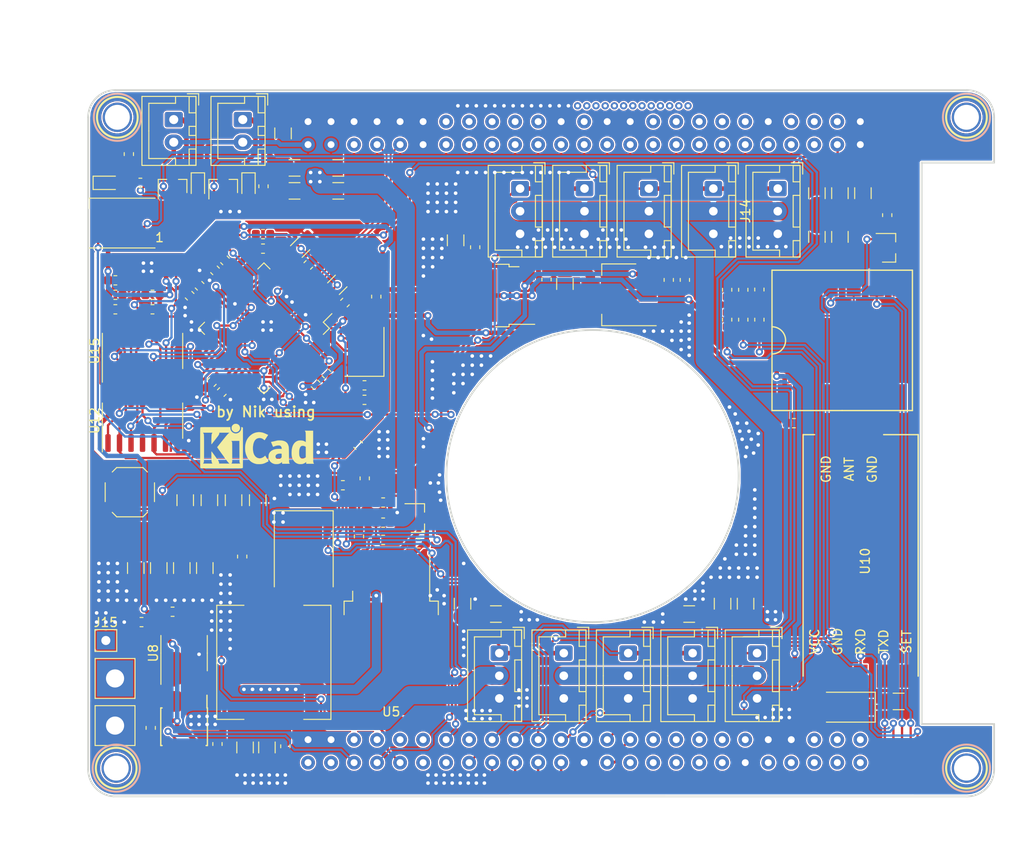
<source format=kicad_pcb>
(kicad_pcb (version 20171130) (host pcbnew 5.1.6)
  (layers (0 F.Cu signal) (31 B.Cu signal) (34 B.Paste user hide) (35 F.Paste user) (36 B.SilkS user hide) (37 F.SilkS user) (38 B.Mask user hide) (39 F.Mask user hide) (44 Edge.Cuts user))
  (net 0 "")
  (net 1 GND)
  (net 2 VDD)
  (net 3 D+)
  (net 4 D-)
  (net 5 SW)
  (net 6 IO11)
  (net 7 H_RX)
  (net 8 H_TX)
  (net 9 +5V)
  (net 10 FAN1)
  (net 11 FAN2)
  (net 12 CPU_SW)
  (net 13 BAT_M)
  (net 14 CUR_M)
  (net 15 IO4)
  (net 16 +BATT)
  (net 17 VBUS)
  (net 18 "Net-(D8-Pad2)")
  (net 19 "Net-(R28-Pad1)")
  (net 20 "Net-(D1-Pad2)")
  (net 21 V_LIM)
  (net 22 S_MOSI)
  (net 23 INT)
  (net 24 S_CS)
  (net 25 S_MISO)
  (net 26 S_SCK)
  (net 27 "Net-(C2-Pad1)")
  (net 28 "Net-(C6-Pad1)")
  (net 29 "Net-(C54-Pad1)")
  (net 30 "Net-(D4-Pad2)")
  (net 31 "Net-(D11-Pad2)")
  (net 32 S_SERIAL1)
  (net 33 S_SERIAL2)
  (net 34 S_SERIAL3)
  (net 35 S_SERIAL4)
  (net 36 "Net-(Q1-Pad3)")
  (net 37 "Net-(R4-Pad1)")
  (net 38 "Net-(R30-Pad1)")
  (net 39 "Net-(R31-Pad1)")
  (net 40 VAA)
  (net 41 "Net-(C57-Pad1)")
  (net 42 V_BATT)
  (net 43 AGND)
  (net 44 +3V3)
  (net 45 X1)
  (net 46 A_SERVO)
  (net 47 X2)
  (net 48 CUR_M_SBC)
  (net 49 "Net-(C3-Pad1)")
  (net 50 "Net-(R2-Pad2)")
  (net 51 "Net-(R10-Pad1)")
  (net 52 USB_RX4)
  (net 53 USB_TX4)
  (net 54 USB_RX3)
  (net 55 USB_TX3)
  (net 56 USB_RX2)
  (net 57 USB_TX2)
  (net 58 USB_RX1)
  (net 59 USB_TX1)
  (net 60 "Net-(C20-Pad1)")
  (module Capacitor_SMD:C_1206_3216Metric (layer F.Cu) (at 132.334 128.778 270)
    (fp_text reference C22 hide)
    (fp_text value 10u)
    (pad 2 smd roundrect (at 1.4 0 270) (size 1.25 1.75) (layers F.Cu F.Paste F.Mask) (roundrect_rratio 0.2) (net 1 GND))
    (pad 1 smd roundrect (at -1.4 0 270) (size 1.25 1.75) (layers F.Cu F.Paste F.Mask) (roundrect_rratio 0.2) (net 2 VDD))
  )
  (module Capacitor_SMD:C_1206_3216Metric (layer F.Cu) (at 129.794 128.778 270)
    (fp_text reference C21 hide)
    (fp_text value 10u)
    (pad 2 smd roundrect (at 1.4 0 270) (size 1.25 1.75) (layers F.Cu F.Paste F.Mask) (roundrect_rratio 0.2) (net 1 GND))
    (pad 1 smd roundrect (at -1.4 0 270) (size 1.25 1.75) (layers F.Cu F.Paste F.Mask) (roundrect_rratio 0.2) (net 2 VDD))
  )
  (module Capacitor_SMD:C_1206_3216Metric (layer F.Cu) (at 134.874 128.778 270)
    (fp_text reference C56 hide)
    (fp_text value 10u)
    (pad 2 smd roundrect (at 1.4 0 270) (size 1.25 1.75) (layers F.Cu F.Paste F.Mask) (roundrect_rratio 0.2) (net 1 GND))
    (pad 1 smd roundrect (at -1.4 0 270) (size 1.25 1.75) (layers F.Cu F.Paste F.Mask) (roundrect_rratio 0.2) (net 2 VDD))
  )
  (module Capacitor_SMD:C_1206_3216Metric (layer F.Cu) (at 127.254 128.778 270)
    (fp_text reference C55 hide)
    (fp_text value 10u)
    (pad 2 smd roundrect (at 1.4 0 270) (size 1.25 1.75) (layers F.Cu F.Paste F.Mask) (roundrect_rratio 0.2) (net 1 GND))
    (pad 1 smd roundrect (at -1.4 0 270) (size 1.25 1.75) (layers F.Cu F.Paste F.Mask) (roundrect_rratio 0.2) (net 2 VDD))
  )
  (module Symbol:KiCad-Logo_5mm_SilkScreen (layer F.Cu) (at 140.64 115.824)
    (fp_text reference REF** hide)
    (fp_text value KiCad-Logo_5mm_SilkScreen hide)
  )
  (module Capacitor_SMD:C_0603_1608Metric (layer F.Cu) (at 136.75 109.34 225)
    (fp_text reference C20 hide)
    (fp_text value 100n)
    (pad 2 smd roundrect (at 0.7875 0 225) (size 0.875 0.95) (layers F.Cu F.Paste F.Mask) (net 43 AGND))
    (pad 1 smd roundrect (at -0.7875 0 225) (size 0.875 0.95) (layers F.Cu F.Paste F.Mask) (net 60 "Net-(C20-Pad1)"))
  )
  (module Package_SO:SOIC-14_3.9x8.7mm_P1.27mm (layer F.Cu) (at 128 104.8 90)
    (fp_text reference U15 (at 0 -5.28 90) (layer F.SilkS))
    (fp_text value 74LS125)
    (pad 14 smd roundrect (at 2.475 -3.81 90) (size 1.95 0.6) (layers F.Cu F.Paste F.Mask) (net 9 +5V))
    (pad 13 smd roundrect (at 2.475 -2.54 90) (size 1.95 0.6) (layers F.Cu F.Paste F.Mask) (net 53 USB_TX4))
    (pad 12 smd roundrect (at 2.475 -1.27 90) (size 1.95 0.6) (layers F.Cu F.Paste F.Mask) (net 53 USB_TX4))
    (pad 11 smd roundrect (at 2.475 0 90) (size 1.95 0.6) (layers F.Cu F.Paste F.Mask) (net 35 S_SERIAL4))
    (pad 10 smd roundrect (at 2.475 1.27 90) (size 1.95 0.6) (layers F.Cu F.Paste F.Mask) (net 55 USB_TX3))
    (pad 9 smd roundrect (at 2.475 2.54 90) (size 1.95 0.6) (layers F.Cu F.Paste F.Mask) (net 55 USB_TX3))
    (pad 8 smd roundrect (at 2.475 3.81 90) (size 1.95 0.6) (layers F.Cu F.Paste F.Mask) (net 34 S_SERIAL3))
    (pad 7 smd roundrect (at -2.475 3.81 90) (size 1.95 0.6) (layers F.Cu F.Paste F.Mask) (net 43 AGND))
    (pad 6 smd roundrect (at -2.475 2.54 90) (size 1.95 0.6) (layers F.Cu F.Paste F.Mask) (net 33 S_SERIAL2))
    (pad 5 smd roundrect (at -2.475 1.27 90) (size 1.95 0.6) (layers F.Cu F.Paste F.Mask) (net 57 USB_TX2))
    (pad 4 smd roundrect (at -2.475 0 90) (size 1.95 0.6) (layers F.Cu F.Paste F.Mask) (net 57 USB_TX2))
    (pad 3 smd roundrect (at -2.475 -1.27 90) (size 1.95 0.6) (layers F.Cu F.Paste F.Mask) (net 32 S_SERIAL1))
    (pad 2 smd roundrect (at -2.475 -2.54 90) (size 1.95 0.6) (layers F.Cu F.Paste F.Mask) (net 59 USB_TX1))
    (pad 1 smd roundrect (at -2.475 -3.81 90) (size 1.95 0.6) (layers F.Cu F.Paste F.Mask) (net 59 USB_TX1))
  )
  (module Package_SO:SOIC-14_3.9x8.7mm_P1.27mm (layer F.Cu) (at 128 112.5 90)
    (fp_text reference U12 (at 0 -5.28 90) (layer F.SilkS))
    (fp_text value 74LS126)
    (pad 14 smd roundrect (at 2.475 -3.81 90) (size 1.95 0.6) (layers F.Cu F.Paste F.Mask) (net 9 +5V))
    (pad 13 smd roundrect (at 2.475 -2.54 90) (size 1.95 0.6) (layers F.Cu F.Paste F.Mask) (net 53 USB_TX4))
    (pad 12 smd roundrect (at 2.475 -1.27 90) (size 1.95 0.6) (layers F.Cu F.Paste F.Mask) (net 35 S_SERIAL4))
    (pad 11 smd roundrect (at 2.475 0 90) (size 1.95 0.6) (layers F.Cu F.Paste F.Mask) (net 52 USB_RX4))
    (pad 10 smd roundrect (at 2.475 1.27 90) (size 1.95 0.6) (layers F.Cu F.Paste F.Mask) (net 55 USB_TX3))
    (pad 9 smd roundrect (at 2.475 2.54 90) (size 1.95 0.6) (layers F.Cu F.Paste F.Mask) (net 34 S_SERIAL3))
    (pad 8 smd roundrect (at 2.475 3.81 90) (size 1.95 0.6) (layers F.Cu F.Paste F.Mask) (net 54 USB_RX3))
    (pad 7 smd roundrect (at -2.475 3.81 90) (size 1.95 0.6) (layers F.Cu F.Paste F.Mask) (net 43 AGND))
    (pad 6 smd roundrect (at -2.475 2.54 90) (size 1.95 0.6) (layers F.Cu F.Paste F.Mask) (net 56 USB_RX2))
    (pad 5 smd roundrect (at -2.475 1.27 90) (size 1.95 0.6) (layers F.Cu F.Paste F.Mask) (net 33 S_SERIAL2))
    (pad 4 smd roundrect (at -2.475 0 90) (size 1.95 0.6) (layers F.Cu F.Paste F.Mask) (net 57 USB_TX2))
    (pad 3 smd roundrect (at -2.475 -1.27 90) (size 1.95 0.6) (layers F.Cu F.Paste F.Mask) (net 58 USB_RX1))
    (pad 2 smd roundrect (at -2.475 -2.54 90) (size 1.95 0.6) (layers F.Cu F.Paste F.Mask) (net 32 S_SERIAL1))
    (pad 1 smd roundrect (at -2.475 -3.81 90) (size 1.95 0.6) (layers F.Cu F.Paste F.Mask) (net 59 USB_TX1))
  )
  (module Resistor_SMD:R_0603_1608Metric (layer F.Cu) (at 129.1 100.2 180)
    (fp_text reference R23 hide)
    (fp_text value 1k)
    (pad 2 smd roundrect (at 0.7875 0 180) (size 0.875 0.95) (layers F.Cu F.Paste F.Mask) (net 35 S_SERIAL4))
    (pad 1 smd roundrect (at -0.7875 0 180) (size 0.875 0.95) (layers F.Cu F.Paste F.Mask) (net 9 +5V))
  )
  (module Resistor_SMD:R_0603_1608Metric (layer F.Cu) (at 129.1 98.6 180)
    (fp_text reference R22 hide)
    (fp_text value 1k)
    (pad 2 smd roundrect (at 0.7875 0 180) (size 0.875 0.95) (layers F.Cu F.Paste F.Mask) (net 34 S_SERIAL3))
    (pad 1 smd roundrect (at -0.7875 0 180) (size 0.875 0.95) (layers F.Cu F.Paste F.Mask) (net 9 +5V))
  )
  (module Resistor_SMD:R_0603_1608Metric (layer F.Cu) (at 148.3 107.3 315)
    (fp_text reference R10 hide)
    (fp_text value 12k)
    (pad 2 smd roundrect (at 0.7875 0 315) (size 0.875 0.95) (layers F.Cu F.Paste F.Mask) (net 43 AGND))
    (pad 1 smd roundrect (at -0.7875 0 315) (size 0.875 0.95) (layers F.Cu F.Paste F.Mask) (net 51 "Net-(R10-Pad1)"))
  )
  (module Inductor_SMD:L_0603_1608Metric (layer F.Cu) (at 141.3 91.9 180)
    (fp_text reference FB2 hide)
    (fp_text value Ferrite_Bead_Small)
    (pad 2 smd roundrect (at 0.7875 0 180) (size 0.875 0.95) (layers F.Cu F.Paste F.Mask) (net 44 +3V3))
    (pad 1 smd roundrect (at -0.7875 0 180) (size 0.875 0.95) (layers F.Cu F.Paste F.Mask) (net 49 "Net-(C3-Pad1)"))
  )
  (module Inductor_SMD:L_0603_1608Metric (layer F.Cu) (at 141.3 93.5 180)
    (fp_text reference FB1 hide)
    (fp_text value Ferrite_Bead_Small)
    (pad 2 smd roundrect (at 0.7875 0 180) (size 0.875 0.95) (layers F.Cu F.Paste F.Mask) (net 44 +3V3))
    (pad 1 smd roundrect (at -0.7875 0 180) (size 0.875 0.95) (layers F.Cu F.Paste F.Mask) (net 27 "Net-(C2-Pad1)"))
  )
  (module Capacitor_SMD:C_0603_1608Metric (layer F.Cu) (at 153.8 98.8 270)
    (fp_text reference C37 hide)
    (fp_text value 100n)
    (pad 2 smd roundrect (at 0.7875 0 270) (size 0.875 0.95) (layers F.Cu F.Paste F.Mask) (net 43 AGND))
    (pad 1 smd roundrect (at -0.7875 0 270) (size 0.875 0.95) (layers F.Cu F.Paste F.Mask) (net 9 +5V))
  )
  (module Capacitor_SMD:C_0603_1608Metric (layer F.Cu) (at 125 97)
    (fp_text reference C36 hide)
    (fp_text value 100n)
    (pad 2 smd roundrect (at 0.7875 0) (size 0.875 0.95) (layers F.Cu F.Paste F.Mask) (net 43 AGND))
    (pad 1 smd roundrect (at -0.7875 0) (size 0.875 0.95) (layers F.Cu F.Paste F.Mask) (net 9 +5V))
  )
  (module Capacitor_SMD:C_0603_1608Metric (layer F.Cu) (at 136 95.9 135)
    (fp_text reference C17 hide)
    (fp_text value 100n)
    (pad 2 smd roundrect (at 0.7875 0 135) (size 0.875 0.95) (layers F.Cu F.Paste F.Mask) (net 43 AGND))
    (pad 1 smd roundrect (at -0.7875 0 135) (size 0.875 0.95) (layers F.Cu F.Paste F.Mask) (net 44 +3V3))
  )
  (module Capacitor_SMD:C_0603_1608Metric (layer F.Cu) (at 147.1 108.5 315)
    (fp_text reference C14 hide)
    (fp_text value 100n)
    (pad 2 smd roundrect (at 0.7875 0 315) (size 0.875 0.95) (layers F.Cu F.Paste F.Mask) (net 43 AGND))
    (pad 1 smd roundrect (at -0.7875 0 315) (size 0.875 0.95) (layers F.Cu F.Paste F.Mask) (net 44 +3V3))
  )
  (module Capacitor_SMD:C_1206_3216Metric (layer F.Cu) (at 149.5 97.5 45)
    (fp_text reference C3 hide)
    (fp_text value 10u)
    (pad 2 smd roundrect (at 1.4 0 45) (size 1.25 1.75) (layers F.Cu F.Paste F.Mask) (roundrect_rratio 0.2) (net 43 AGND))
    (pad 1 smd roundrect (at -1.4 0 45) (size 1.25 1.75) (layers F.Cu F.Paste F.Mask) (roundrect_rratio 0.2) (net 49 "Net-(C3-Pad1)"))
  )
  (module Capacitor_SMD:C_1206_3216Metric (layer F.Cu) (at 145.4 93.4 45)
    (fp_text reference C2 hide)
    (fp_text value 10u)
    (pad 2 smd roundrect (at 1.4 0 45) (size 1.25 1.75) (layers F.Cu F.Paste F.Mask) (roundrect_rratio 0.2) (net 43 AGND))
    (pad 1 smd roundrect (at -1.4 0 45) (size 1.25 1.75) (layers F.Cu F.Paste F.Mask) (roundrect_rratio 0.2) (net 27 "Net-(C2-Pad1)"))
  )
  (module Package_QFP:LQFP-64_10x10mm_P0.5mm (layer F.Cu) (at 141.4 102.3 225)
    (fp_text reference U2 hide)
    (fp_text value FT4232H)
    (pad 64 smd roundrect (at -3.75 -5.675 225) (size 0.3 1.55) (layers F.Cu F.Paste F.Mask) (net 60 "Net-(C20-Pad1)"))
    (pad 63 smd roundrect (at -3.25 -5.675 225) (size 0.3 1.55) (layers F.Cu F.Paste F.Mask))
    (pad 62 smd roundrect (at -2.75 -5.675 225) (size 0.3 1.55) (layers F.Cu F.Paste F.Mask))
    (pad 61 smd roundrect (at -2.25 -5.675 225) (size 0.3 1.55) (layers F.Cu F.Paste F.Mask))
    (pad 60 smd roundrect (at -1.75 -5.675 225) (size 0.3 1.55) (layers F.Cu F.Paste F.Mask))
    (pad 59 smd roundrect (at -1.25 -5.675 225) (size 0.3 1.55) (layers F.Cu F.Paste F.Mask))
    (pad 58 smd roundrect (at -0.75 -5.675 225) (size 0.3 1.55) (layers F.Cu F.Paste F.Mask))
    (pad 57 smd roundrect (at -0.25 -5.675 225) (size 0.3 1.55) (layers F.Cu F.Paste F.Mask))
    (pad 56 smd roundrect (at 0.25 -5.675 225) (size 0.3 1.55) (layers F.Cu F.Paste F.Mask) (net 44 +3V3))
    (pad 55 smd roundrect (at 0.75 -5.675 225) (size 0.3 1.55) (layers F.Cu F.Paste F.Mask))
    (pad 54 smd roundrect (at 1.25 -5.675 225) (size 0.3 1.55) (layers F.Cu F.Paste F.Mask))
    (pad 53 smd roundrect (at 1.75 -5.675 225) (size 0.3 1.55) (layers F.Cu F.Paste F.Mask))
    (pad 52 smd roundrect (at 2.25 -5.675 225) (size 0.3 1.55) (layers F.Cu F.Paste F.Mask) (net 52 USB_RX4))
    (pad 51 smd roundrect (at 2.75 -5.675 225) (size 0.3 1.55) (layers F.Cu F.Paste F.Mask) (net 43 AGND))
    (pad 50 smd roundrect (at 3.25 -5.675 225) (size 0.3 1.55) (layers F.Cu F.Paste F.Mask) (net 44 +3V3))
    (pad 49 smd roundrect (at 3.75 -5.675 225) (size 0.3 1.55) (layers F.Cu F.Paste F.Mask) (net 60 "Net-(C20-Pad1)"))
    (pad 48 smd roundrect (at 5.675 -3.75 225) (size 1.55 0.3) (layers F.Cu F.Paste F.Mask) (net 53 USB_TX4))
    (pad 47 smd roundrect (at 5.675 -3.25 225) (size 1.55 0.3) (layers F.Cu F.Paste F.Mask) (net 43 AGND))
    (pad 46 smd roundrect (at 5.675 -2.75 225) (size 1.55 0.3) (layers F.Cu F.Paste F.Mask))
    (pad 45 smd roundrect (at 5.675 -2.25 225) (size 1.55 0.3) (layers F.Cu F.Paste F.Mask))
    (pad 44 smd roundrect (at 5.675 -1.75 225) (size 1.55 0.3) (layers F.Cu F.Paste F.Mask))
    (pad 43 smd roundrect (at 5.675 -1.25 225) (size 1.55 0.3) (layers F.Cu F.Paste F.Mask))
    (pad 42 smd roundrect (at 5.675 -0.75 225) (size 1.55 0.3) (layers F.Cu F.Paste F.Mask) (net 44 +3V3))
    (pad 41 smd roundrect (at 5.675 -0.25 225) (size 1.55 0.3) (layers F.Cu F.Paste F.Mask))
    (pad 40 smd roundrect (at 5.675 0.25 225) (size 1.55 0.3) (layers F.Cu F.Paste F.Mask))
    (pad 39 smd roundrect (at 5.675 0.75 225) (size 1.55 0.3) (layers F.Cu F.Paste F.Mask) (net 54 USB_RX3))
    (pad 38 smd roundrect (at 5.675 1.25 225) (size 1.55 0.3) (layers F.Cu F.Paste F.Mask) (net 55 USB_TX3))
    (pad 37 smd roundrect (at 5.675 1.75 225) (size 1.55 0.3) (layers F.Cu F.Paste F.Mask) (net 60 "Net-(C20-Pad1)"))
    (pad 36 smd roundrect (at 5.675 2.25 225) (size 1.55 0.3) (layers F.Cu F.Paste F.Mask))
    (pad 35 smd roundrect (at 5.675 2.75 225) (size 1.55 0.3) (layers F.Cu F.Paste F.Mask) (net 43 AGND))
    (pad 34 smd roundrect (at 5.675 3.25 225) (size 1.55 0.3) (layers F.Cu F.Paste F.Mask))
    (pad 33 smd roundrect (at 5.675 3.75 225) (size 1.55 0.3) (layers F.Cu F.Paste F.Mask))
    (pad 32 smd roundrect (at 3.75 5.675 225) (size 0.3 1.55) (layers F.Cu F.Paste F.Mask))
    (pad 31 smd roundrect (at 3.25 5.675 225) (size 0.3 1.55) (layers F.Cu F.Paste F.Mask) (net 44 +3V3))
    (pad 30 smd roundrect (at 2.75 5.675 225) (size 0.3 1.55) (layers F.Cu F.Paste F.Mask))
    (pad 29 smd roundrect (at 2.25 5.675 225) (size 0.3 1.55) (layers F.Cu F.Paste F.Mask))
    (pad 28 smd roundrect (at 1.75 5.675 225) (size 0.3 1.55) (layers F.Cu F.Paste F.Mask))
    (pad 27 smd roundrect (at 1.25 5.675 225) (size 0.3 1.55) (layers F.Cu F.Paste F.Mask) (net 56 USB_RX2))
    (pad 26 smd roundrect (at 0.75 5.675 225) (size 0.3 1.55) (layers F.Cu F.Paste F.Mask) (net 57 USB_TX2))
    (pad 25 smd roundrect (at 0.25 5.675 225) (size 0.3 1.55) (layers F.Cu F.Paste F.Mask) (net 43 AGND))
    (pad 24 smd roundrect (at -0.25 5.675 225) (size 0.3 1.55) (layers F.Cu F.Paste F.Mask))
    (pad 23 smd roundrect (at -0.75 5.675 225) (size 0.3 1.55) (layers F.Cu F.Paste F.Mask))
    (pad 22 smd roundrect (at -1.25 5.675 225) (size 0.3 1.55) (layers F.Cu F.Paste F.Mask))
    (pad 21 smd roundrect (at -1.75 5.675 225) (size 0.3 1.55) (layers F.Cu F.Paste F.Mask))
    (pad 20 smd roundrect (at -2.25 5.675 225) (size 0.3 1.55) (layers F.Cu F.Paste F.Mask) (net 44 +3V3))
    (pad 19 smd roundrect (at -2.75 5.675 225) (size 0.3 1.55) (layers F.Cu F.Paste F.Mask))
    (pad 18 smd roundrect (at -3.25 5.675 225) (size 0.3 1.55) (layers F.Cu F.Paste F.Mask))
    (pad 17 smd roundrect (at -3.75 5.675 225) (size 0.3 1.55) (layers F.Cu F.Paste F.Mask) (net 58 USB_RX1))
    (pad 16 smd roundrect (at -5.675 3.75 225) (size 1.55 0.3) (layers F.Cu F.Paste F.Mask) (net 59 USB_TX1))
    (pad 15 smd roundrect (at -5.675 3.25 225) (size 1.55 0.3) (layers F.Cu F.Paste F.Mask) (net 43 AGND))
    (pad 14 smd roundrect (at -5.675 2.75 225) (size 1.55 0.3) (layers F.Cu F.Paste F.Mask) (net 50 "Net-(R2-Pad2)"))
    (pad 13 smd roundrect (at -5.675 2.25 225) (size 1.55 0.3) (layers F.Cu F.Paste F.Mask) (net 43 AGND))
    (pad 12 smd roundrect (at -5.675 1.75 225) (size 1.55 0.3) (layers F.Cu F.Paste F.Mask) (net 60 "Net-(C20-Pad1)"))
    (pad 11 smd roundrect (at -5.675 1.25 225) (size 1.55 0.3) (layers F.Cu F.Paste F.Mask) (net 43 AGND))
    (pad 10 smd roundrect (at -5.675 0.75 225) (size 1.55 0.3) (layers F.Cu F.Paste F.Mask) (net 43 AGND))
    (pad 9 smd roundrect (at -5.675 0.25 225) (size 1.55 0.3) (layers F.Cu F.Paste F.Mask) (net 27 "Net-(C2-Pad1)"))
    (pad 8 smd roundrect (at -5.675 -0.25 225) (size 1.55 0.3) (layers F.Cu F.Paste F.Mask) (net 3 D+))
    (pad 7 smd roundrect (at -5.675 -0.75 225) (size 1.55 0.3) (layers F.Cu F.Paste F.Mask) (net 4 D-))
    (pad 6 smd roundrect (at -5.675 -1.25 225) (size 1.55 0.3) (layers F.Cu F.Paste F.Mask) (net 51 "Net-(R10-Pad1)"))
    (pad 5 smd roundrect (at -5.675 -1.75 225) (size 1.55 0.3) (layers F.Cu F.Paste F.Mask) (net 43 AGND))
    (pad 4 smd roundrect (at -5.675 -2.25 225) (size 1.55 0.3) (layers F.Cu F.Paste F.Mask) (net 49 "Net-(C3-Pad1)"))
    (pad 3 smd roundrect (at -5.675 -2.75 225) (size 1.55 0.3) (layers F.Cu F.Paste F.Mask) (net 47 X2))
    (pad 2 smd roundrect (at -5.675 -3.25 225) (size 1.55 0.3) (layers F.Cu F.Paste F.Mask) (net 45 X1))
    (pad 1 smd roundrect (at -5.675 -3.75 225) (size 1.55 0.3) (layers F.Cu F.Paste F.Mask) (net 43 AGND))
  )
  (module Resistor_SMD:R_0603_1608Metric (layer F.Cu) (at 125 98.6)
    (fp_text reference R7 hide)
    (fp_text value 1k)
    (pad 2 smd roundrect (at 0.7875 0) (size 0.875 0.95) (layers F.Cu F.Paste F.Mask) (net 33 S_SERIAL2))
    (pad 1 smd roundrect (at -0.7875 0) (size 0.875 0.95) (layers F.Cu F.Paste F.Mask) (net 9 +5V))
  )
  (module Resistor_SMD:R_0603_1608Metric (layer F.Cu) (at 125 100.2)
    (fp_text reference R6 hide)
    (fp_text value 1k)
    (pad 2 smd roundrect (at 0.7875 0) (size 0.875 0.95) (layers F.Cu F.Paste F.Mask) (net 32 S_SERIAL1))
    (pad 1 smd roundrect (at -0.7875 0) (size 0.875 0.95) (layers F.Cu F.Paste F.Mask) (net 9 +5V))
  )
  (module Resistor_SMD:R_0603_1608Metric (layer F.Cu) (at 134.3 97.6 315)
    (fp_text reference R3 hide)
    (fp_text value 100k)
    (pad 2 smd roundrect (at 0.7875 0 315) (size 0.875 0.95) (layers F.Cu F.Paste F.Mask) (net 43 AGND))
    (pad 1 smd roundrect (at -0.7875 0 315) (size 0.875 0.95) (layers F.Cu F.Paste F.Mask) (net 50 "Net-(R2-Pad2)"))
  )
  (module Resistor_SMD:R_0603_1608Metric (layer F.Cu) (at 133.2 98.7 135)
    (fp_text reference R2 hide)
    (fp_text value 1k)
    (pad 2 smd roundrect (at 0.7875 0 135) (size 0.875 0.95) (layers F.Cu F.Paste F.Mask) (net 50 "Net-(R2-Pad2)"))
    (pad 1 smd roundrect (at -0.7875 0 135) (size 0.875 0.95) (layers F.Cu F.Paste F.Mask) (net 44 +3V3))
  )
  (module Capacitor_SMD:C_0603_1608Metric (layer F.Cu) (at 135.65 108.24 225)
    (fp_text reference C19 hide)
    (fp_text value 100n)
    (pad 2 smd roundrect (at 0.7875 0 225) (size 0.875 0.95) (layers F.Cu F.Paste F.Mask) (net 43 AGND))
    (pad 1 smd roundrect (at -0.7875 0 225) (size 0.875 0.95) (layers F.Cu F.Paste F.Mask) (net 44 +3V3))
  )
  (module Capacitor_SMD:C_0603_1608Metric (layer F.Cu) (at 137.1 94.8 135)
    (fp_text reference C18 hide)
    (fp_text value 100n)
    (pad 2 smd roundrect (at 0.7875 0 135) (size 0.875 0.95) (layers F.Cu F.Paste F.Mask) (net 43 AGND))
    (pad 1 smd roundrect (at -0.7875 0 135) (size 0.875 0.95) (layers F.Cu F.Paste F.Mask) (net 44 +3V3))
  )
  (module Capacitor_SMD:C_0603_1608Metric (layer F.Cu) (at 152.5 110.2)
    (fp_text reference C15 hide)
    (fp_text value 22p)
    (pad 2 smd roundrect (at 0.7875 0) (size 0.875 0.95) (layers F.Cu F.Paste F.Mask) (net 43 AGND))
    (pad 1 smd roundrect (at -0.7875 0) (size 0.875 0.95) (layers F.Cu F.Paste F.Mask) (net 45 X1))
  )
  (module Package_SO:SOIC-8_3.9x4.9mm_P1.27mm (layer F.Cu) (at 132.588 138.176 90)
    (fp_text reference U8 (at 0 -3.4 90) (layer F.SilkS))
    (fp_text value ACS712)
    (pad 8 smd roundrect (at 2.475 -1.905 90) (size 1.95 0.6) (layers F.Cu F.Paste F.Mask) (net 9 +5V))
    (pad 7 smd roundrect (at 2.475 -0.635 90) (size 1.95 0.6) (layers F.Cu F.Paste F.Mask) (net 14 CUR_M))
    (pad 6 smd roundrect (at 2.475 0.635 90) (size 1.95 0.6) (layers F.Cu F.Paste F.Mask) (net 28 "Net-(C6-Pad1)"))
    (pad 5 smd roundrect (at 2.475 1.905 90) (size 1.95 0.6) (layers F.Cu F.Paste F.Mask) (net 1 GND))
    (pad 4 smd roundrect (at -2.475 1.905 90) (size 1.95 0.6) (layers F.Cu F.Paste F.Mask) (net 40 VAA))
    (pad 3 smd roundrect (at -2.475 0.635 90) (size 1.95 0.6) (layers F.Cu F.Paste F.Mask) (net 40 VAA))
    (pad 2 smd roundrect (at -2.475 -0.635 90) (size 1.95 0.6) (layers F.Cu F.Paste F.Mask) (net 42 V_BATT))
    (pad 1 smd roundrect (at -2.475 -1.905 90) (size 1.95 0.6) (layers F.Cu F.Paste F.Mask) (net 42 V_BATT))
  )
  (module Capacitor_SMD:C_0603_1608Metric (layer F.Cu) (at 128.905 146.431 270)
    (fp_text reference C58 hide)
    (fp_text value 100n)
    (pad 2 smd roundrect (at 0.7875 0 270) (size 0.875 0.95) (layers F.Cu F.Paste F.Mask) (net 1 GND))
    (pad 1 smd roundrect (at -0.7875 0 270) (size 0.875 0.95) (layers F.Cu F.Paste F.Mask) (net 9 +5V))
  )
  (module nik_things:HC-12 (layer F.Cu) (at 207.264 128.016 90)
    (fp_text reference U10 (at 0 0.5 270) (layer F.SilkS))
    (fp_text value HC-12)
    (fp_text user GND (at 10.16 1.27 270) (layer F.SilkS))
    (fp_text user ANT (at 10.16 -1.27 270) (layer F.SilkS))
    (fp_text user GND (at 10.16 -3.81 270) (layer F.SilkS))
    (fp_text user SET (at -8.89 5.08 270) (layer F.SilkS))
    (fp_text user TXD (at -8.89 2.54 270) (layer F.SilkS))
    (fp_text user RXD (at -8.89 0 270) (layer F.SilkS))
    (fp_text user GND (at -8.89 -2.54 270) (layer F.SilkS))
    (fp_text user VCC (at -8.89 -5.08 270) (layer F.SilkS))
    (pad 8 smd rect (at 13.97 1.27 90) (size 2.54 1.524) (layers F.Cu F.Paste F.Mask) (net 1 GND))
    (pad 7 smd rect (at 13.97 -1.27 90) (size 2.54 1.524) (layers F.Cu F.Paste F.Mask))
    (pad 6 smd rect (at 13.97 -3.81 90) (size 2.54 1.524) (layers F.Cu F.Paste F.Mask) (net 1 GND))
    (pad 5 smd rect (at -12.7 5.08 90) (size 2.54 1.524) (layers F.Cu F.Paste F.Mask) (net 6 IO11))
    (pad 4 smd rect (at -12.7 2.54 90) (size 2.54 1.524) (layers F.Cu F.Paste F.Mask) (net 8 H_TX))
    (pad 3 smd rect (at -12.7 0 90) (size 2.54 1.524) (layers F.Cu F.Paste F.Mask) (net 7 H_RX))
    (pad 2 smd rect (at -12.7 -2.54 90) (size 2.54 1.524) (layers F.Cu F.Paste F.Mask) (net 1 GND))
    (pad 1 smd rect (at -12.7 -5.08 90) (size 2.54 1.524) (layers F.Cu F.Paste F.Mask) (net 29 "Net-(C54-Pad1)"))
  )
  (module Connector_JST:JST_XH_B3B-XH-A_1x03_P2.50mm_Vertical (layer F.Cu) (at 181.61 138.176 270)
    (fp_text reference J8 hide)
    (fp_text value 01x03)
    (pad 3 thru_hole oval (at 5 0 270) (size 1.7 1.95) (drill 0.95) (layers *.Cu *.Mask) (net 1 GND))
    (pad 2 thru_hole oval (at 2.5 0 270) (size 1.7 1.95) (drill 0.95) (layers *.Cu *.Mask) (net 17 VBUS))
    (pad 1 thru_hole roundrect (at 0 0 270) (size 1.7 1.95) (drill 0.95) (layers *.Cu *.Mask) (roundrect_rratio 0.147059) (net 33 S_SERIAL2))
  )
  (module Diode_SMD:D_0603_1608Metric (layer F.Cu) (at 134.112 86.614 270)
    (fp_text reference D8 hide)
    (fp_text value 1N5819)
    (pad 2 smd roundrect (at 0.7875 0 270) (size 0.875 0.95) (layers F.Cu F.Paste F.Mask) (net 18 "Net-(D8-Pad2)"))
    (pad 1 smd roundrect (at -0.7875 0 270) (size 0.875 0.95) (layers F.Cu F.Paste F.Mask) (net 2 VDD))
  )
  (module Diode_SMD:D_0603_1608Metric (layer F.Cu) (at 139.7 86.614 270)
    (fp_text reference D11 hide)
    (fp_text value 1N5819)
    (pad 2 smd roundrect (at 0.7875 0 270) (size 0.875 0.95) (layers F.Cu F.Paste F.Mask) (net 31 "Net-(D11-Pad2)"))
    (pad 1 smd roundrect (at -0.7875 0 270) (size 0.875 0.95) (layers F.Cu F.Paste F.Mask) (net 2 VDD))
  )
  (module Resistor_SMD:R_0603_1608Metric (layer F.Cu) (at 192.532 98.044 90)
    (fp_text reference R31 hide)
    (fp_text value 2k)
    (pad 1 smd roundrect (at -0.7875 0 90) (size 0.875 0.95) (layers F.Cu F.Paste F.Mask) (net 39 "Net-(R31-Pad1)"))
    (pad 2 smd roundrect (at 0.7875 0 90) (size 0.875 0.95) (layers F.Cu F.Paste F.Mask) (net 1 GND))
  )
  (module Resistor_SMD:R_0603_1608Metric (layer F.Cu) (at 150.114 119.634 180)
    (fp_text reference R18 hide)
    (fp_text value 1k)
    (pad 1 smd roundrect (at -0.7875 0 180) (size 0.875 0.95) (layers F.Cu F.Paste F.Mask) (net 13 BAT_M))
    (pad 2 smd roundrect (at 0.7875 0 180) (size 0.875 0.95) (layers F.Cu F.Paste F.Mask) (net 1 GND))
  )
  (module LED_SMD:LED_0603_1608Metric_Pad1.05x0.95mm_HandSolder (layer F.Cu) (at 124.206 86.233)
    (fp_text reference D4 hide)
    (fp_text value LED)
    (pad 1 smd roundrect (at -0.875 0) (size 1.05 0.95) (layers F.Cu F.Paste F.Mask) (net 1 GND))
    (pad 2 smd roundrect (at 0.875 0) (size 1.05 0.95) (layers F.Cu F.Paste F.Mask) (net 30 "Net-(D4-Pad2)"))
  )
  (module Resistor_SMD:R_0603_1608Metric (layer F.Cu) (at 192.532 101.346 90)
    (fp_text reference R33 hide)
    (fp_text value 1k)
    (pad 1 smd roundrect (at -0.7875 0 90) (size 0.875 0.95) (layers F.Cu F.Paste F.Mask) (net 22 S_MOSI))
    (pad 2 smd roundrect (at 0.7875 0 90) (size 0.875 0.95) (layers F.Cu F.Paste F.Mask) (net 39 "Net-(R31-Pad1)"))
  )
  (module Package_TO_SOT_SMD:SOT-23 (layer F.Cu) (at 136.906 86.614 90)
    (fp_text reference Q8 hide)
    (fp_text value 2N7002)
    (pad 1 smd rect (at -1 -0.95 90) (size 0.9 0.8) (layers F.Cu F.Paste F.Mask) (net 11 FAN2))
    (pad 2 smd rect (at -1 0.95 90) (size 0.9 0.8) (layers F.Cu F.Paste F.Mask) (net 1 GND))
    (pad 3 smd rect (at 1 0 90) (size 0.9 0.8) (layers F.Cu F.Paste F.Mask) (net 31 "Net-(D11-Pad2)"))
  )
  (module footprints:MOUNTING_HOLE_M2.5 (layer F.Cu) (at 125.095 150.876)
    (fp_text reference MK2 hide)
    (fp_text value Mounting_Hole hide)
    (pad 1 thru_hole circle (at 0 0) (size 3.25 3.25) (drill 2.75) (layers *.Cu *.Mask))
  )
  (module footprints:MOUNTING_HOLE_M2.5 (layer F.Cu) (at 218.948 78.994)
    (fp_text reference MK1 hide)
    (fp_text value Mounting_Hole hide)
    (pad 1 thru_hole circle (at 0 0) (size 3.25 3.25) (drill 2.75) (layers *.Cu *.Mask))
  )
  (module Connector_JST:JST_XH_B3B-XH-A_1x03_P2.50mm_Vertical (layer F.Cu) (at 191.008 86.868 270)
    (fp_text reference J14 (at 2.5 -3.55 90) (layer F.SilkS))
    (fp_text value 01x03)
    (pad 3 thru_hole oval (at 5 0 270) (size 1.7 1.95) (drill 0.95) (layers *.Cu *.Mask) (net 1 GND))
    (pad 2 thru_hole oval (at 2.5 0 270) (size 1.7 1.95) (drill 0.95) (layers *.Cu *.Mask) (net 17 VBUS))
    (pad 1 thru_hole roundrect (at 0 0 270) (size 1.7 1.95) (drill 0.95) (layers *.Cu *.Mask) (roundrect_rratio 0.147059) (net 35 S_SERIAL4))
  )
  (module Connector_JST:JST_XH_B3B-XH-A_1x03_P2.50mm_Vertical (layer F.Cu) (at 188.722 138.176 270)
    (fp_text reference J7 hide)
    (fp_text value 01x03)
    (pad 3 thru_hole oval (at 5 0 270) (size 1.7 1.95) (drill 0.95) (layers *.Cu *.Mask) (net 1 GND))
    (pad 2 thru_hole oval (at 2.5 0 270) (size 1.7 1.95) (drill 0.95) (layers *.Cu *.Mask) (net 17 VBUS))
    (pad 1 thru_hole roundrect (at 0 0 270) (size 1.7 1.95) (drill 0.95) (layers *.Cu *.Mask) (roundrect_rratio 0.147059) (net 33 S_SERIAL2))
  )
  (module Connector_JST:JST_XH_B3B-XH-A_1x03_P2.50mm_Vertical (layer F.Cu) (at 174.498 138.176 270)
    (fp_text reference J6 hide)
    (fp_text value 01x03)
    (pad 3 thru_hole oval (at 5 0 270) (size 1.7 1.95) (drill 0.95) (layers *.Cu *.Mask) (net 1 GND))
    (pad 2 thru_hole oval (at 2.5 0 270) (size 1.7 1.95) (drill 0.95) (layers *.Cu *.Mask) (net 17 VBUS))
    (pad 1 thru_hole roundrect (at 0 0 270) (size 1.7 1.95) (drill 0.95) (layers *.Cu *.Mask) (roundrect_rratio 0.147059) (net 32 S_SERIAL1))
  )
  (module Connector_JST:JST_XH_B2B-XH-A_1x02_P2.50mm_Vertical (layer F.Cu) (at 139.065 79.248 270)
    (fp_text reference J4 hide)
    (fp_text value Conn_01x02_Male)
    (pad 2 thru_hole oval (at 2.5 0 270) (size 1.7 2) (drill 1) (layers *.Cu *.Mask) (net 2 VDD))
    (pad 1 thru_hole roundrect (at 0 0 270) (size 1.7 2) (drill 1) (layers *.Cu *.Mask) (roundrect_rratio 0.147059) (net 31 "Net-(D11-Pad2)"))
  )
  (module Capacitor_SMD:C_1206_3216Metric (layer F.Cu) (at 174.625 97.409 270)
    (fp_text reference C53 hide)
    (fp_text value 10u)
    (pad 1 smd roundrect (at -1.4 0 270) (size 1.25 1.75) (layers F.Cu F.Paste F.Mask) (roundrect_rratio 0.2) (net 44 +3V3))
    (pad 2 smd roundrect (at 1.4 0 270) (size 1.25 1.75) (layers F.Cu F.Paste F.Mask) (roundrect_rratio 0.2) (net 1 GND))
  )
  (module Capacitor_SMD:C_1206_3216Metric (layer F.Cu) (at 192.024 132.715 90)
    (fp_text reference C51 hide)
    (fp_text value 10u)
    (pad 1 smd roundrect (at -1.4 0 90) (size 1.25 1.75) (layers F.Cu F.Paste F.Mask) (roundrect_rratio 0.2) (net 17 VBUS))
    (pad 2 smd roundrect (at 1.4 0 90) (size 1.25 1.75) (layers F.Cu F.Paste F.Mask) (roundrect_rratio 0.2) (net 1 GND))
  )
  (module Capacitor_SMD:C_1206_3216Metric (layer F.Cu) (at 163.322 132.715 90)
    (fp_text reference C49 hide)
    (fp_text value 10u)
    (pad 1 smd roundrect (at -1.4 0 90) (size 1.25 1.75) (layers F.Cu F.Paste F.Mask) (roundrect_rratio 0.2) (net 17 VBUS))
    (pad 2 smd roundrect (at 1.4 0 90) (size 1.25 1.75) (layers F.Cu F.Paste F.Mask) (roundrect_rratio 0.2) (net 1 GND))
  )
  (module Capacitor_SMD:C_1206_3216Metric (layer F.Cu) (at 194.564 132.715 90)
    (fp_text reference C48 hide)
    (fp_text value 10u)
    (pad 1 smd roundrect (at -1.4 0 90) (size 1.25 1.75) (layers F.Cu F.Paste F.Mask) (roundrect_rratio 0.2) (net 17 VBUS))
    (pad 2 smd roundrect (at 1.4 0 90) (size 1.25 1.75) (layers F.Cu F.Paste F.Mask) (roundrect_rratio 0.2) (net 1 GND))
  )
  (module Capacitor_SMD:C_1206_3216Metric (layer F.Cu) (at 188.341 133.858 180)
    (fp_text reference C46 hide)
    (fp_text value 10u)
    (pad 1 smd roundrect (at -1.4 0 180) (size 1.25 1.75) (layers F.Cu F.Paste F.Mask) (roundrect_rratio 0.2) (net 17 VBUS))
    (pad 2 smd roundrect (at 1.4 0 180) (size 1.25 1.75) (layers F.Cu F.Paste F.Mask) (roundrect_rratio 0.2) (net 1 GND))
  )
  (module Capacitor_SMD:C_1206_3216Metric (layer F.Cu) (at 204.978 92.202 270)
    (fp_text reference C45 hide)
    (fp_text value 10u)
    (pad 1 smd roundrect (at -1.4 0 270) (size 1.25 1.75) (layers F.Cu F.Paste F.Mask) (roundrect_rratio 0.2) (net 17 VBUS))
    (pad 2 smd roundrect (at 1.4 0 270) (size 1.25 1.75) (layers F.Cu F.Paste F.Mask) (roundrect_rratio 0.2) (net 1 GND))
  )
  (module Capacitor_SMD:C_1206_3216Metric (layer F.Cu) (at 143.51 80.772 90)
    (fp_text reference C41 hide)
    (fp_text value 10u)
    (pad 2 smd roundrect (at 1.4 0 90) (size 1.25 1.75) (layers F.Cu F.Paste F.Mask) (roundrect_rratio 0.2) (net 1 GND))
    (pad 1 smd roundrect (at -1.4 0 90) (size 1.25 1.75) (layers F.Cu F.Paste F.Mask) (roundrect_rratio 0.2) (net 2 VDD))
  )
  (module Capacitor_SMD:C_0603_1608Metric (layer F.Cu) (at 141.351 86.614 270)
    (fp_text reference C40 hide)
    (fp_text value 100n)
    (pad 1 smd roundrect (at -0.7875 0 270) (size 0.875 0.95) (layers F.Cu F.Paste F.Mask) (net 2 VDD))
    (pad 2 smd roundrect (at 0.7875 0 270) (size 0.875 0.95) (layers F.Cu F.Paste F.Mask) (net 1 GND))
  )
  (module Capacitor_SMD:C_1206_3216Metric (layer F.Cu) (at 149.606 87.122)
    (fp_text reference C39 hide)
    (fp_text value 10u)
    (pad 2 smd roundrect (at 1.4 0) (size 1.25 1.75) (layers F.Cu F.Paste F.Mask) (roundrect_rratio 0.2) (net 1 GND))
    (pad 1 smd roundrect (at -1.4 0) (size 1.25 1.75) (layers F.Cu F.Paste F.Mask) (roundrect_rratio 0.2) (net 2 VDD))
  )
  (module Capacitor_SMD:C_1206_3216Metric (layer F.Cu) (at 138.049 121.285 90)
    (fp_text reference C38 hide)
    (fp_text value 10u)
    (pad 1 smd roundrect (at -1.4 0 90) (size 1.25 1.75) (layers F.Cu F.Paste F.Mask) (roundrect_rratio 0.2) (net 2 VDD))
    (pad 2 smd roundrect (at 1.4 0 90) (size 1.25 1.75) (layers F.Cu F.Paste F.Mask) (roundrect_rratio 0.2) (net 1 GND))
  )
  (module Capacitor_SMD:C_0603_1608Metric (layer F.Cu) (at 126.492 83.058 90)
    (fp_text reference C35 hide)
    (fp_text value 100n)
    (pad 1 smd roundrect (at -0.7875 0 90) (size 0.875 0.95) (layers F.Cu F.Paste F.Mask) (net 2 VDD))
    (pad 2 smd roundrect (at 0.7875 0 90) (size 0.875 0.95) (layers F.Cu F.Paste F.Mask) (net 1 GND))
  )
  (module Capacitor_SMD:C_0603_1608Metric (layer F.Cu) (at 187.865 96.955 270)
    (fp_text reference C33 hide)
    (fp_text value 100n)
    (pad 2 smd roundrect (at 0.7875 0 270) (size 0.875 0.95) (layers F.Cu F.Paste F.Mask) (net 1 GND))
    (pad 1 smd roundrect (at -0.7875 0 270) (size 0.875 0.95) (layers F.Cu F.Paste F.Mask) (net 40 VAA))
  )
  (module Capacitor_SMD:C_1206_3216Metric (layer F.Cu) (at 144.78 84.582 180)
    (fp_text reference C27 hide)
    (fp_text value 10u)
    (pad 1 smd roundrect (at -1.4 0 180) (size 1.25 1.75) (layers F.Cu F.Paste F.Mask) (roundrect_rratio 0.2) (net 2 VDD))
    (pad 2 smd roundrect (at 1.4 0 180) (size 1.25 1.75) (layers F.Cu F.Paste F.Mask) (roundrect_rratio 0.2) (net 1 GND))
  )
  (module Capacitor_SMD:C_1206_3216Metric (layer F.Cu) (at 135.382 121.285 90)
    (fp_text reference C26 hide)
    (fp_text value 10u)
    (pad 2 smd roundrect (at 1.4 0 90) (size 1.25 1.75) (layers F.Cu F.Paste F.Mask) (roundrect_rratio 0.2) (net 1 GND))
    (pad 1 smd roundrect (at -1.4 0 90) (size 1.25 1.75) (layers F.Cu F.Paste F.Mask) (roundrect_rratio 0.2) (net 2 VDD))
  )
  (module Capacitor_SMD:C_1206_3216Metric (layer F.Cu) (at 132.715 121.285 90)
    (fp_text reference C24 hide)
    (fp_text value 10u)
    (pad 1 smd roundrect (at -1.4 0 90) (size 1.25 1.75) (layers F.Cu F.Paste F.Mask) (roundrect_rratio 0.2) (net 2 VDD))
    (pad 2 smd roundrect (at 1.4 0 90) (size 1.25 1.75) (layers F.Cu F.Paste F.Mask) (roundrect_rratio 0.2) (net 1 GND))
  )
  (module Capacitor_SMD:C_0603_1608Metric (layer F.Cu) (at 139.0015 127.508 270)
    (fp_text reference C11 hide)
    (fp_text value 100n)
    (pad 1 smd roundrect (at -0.7875 0 270) (size 0.875 0.95) (layers F.Cu F.Paste F.Mask) (net 2 VDD))
    (pad 2 smd roundrect (at 0.7875 0 270) (size 0.875 0.95) (layers F.Cu F.Paste F.Mask) (net 1 GND))
  )
  (module Capacitor_SMD:C_1206_3216Metric (layer F.Cu) (at 202.438 92.202 270)
    (fp_text reference C47 hide)
    (fp_text value 10u)
    (pad 2 smd roundrect (at 1.4 0 270) (size 1.25 1.75) (layers F.Cu F.Paste F.Mask) (roundrect_rratio 0.2) (net 1 GND))
    (pad 1 smd roundrect (at -1.4 0 270) (size 1.25 1.75) (layers F.Cu F.Paste F.Mask) (roundrect_rratio 0.2) (net 17 VBUS))
  )
  (module Inductor_SMD:L_12x12mm_H6mm (layer F.Cu) (at 142.494 139.192 270)
    (fp_text reference L1 hide)
    (fp_text value 33uH)
    (pad 1 smd rect (at -4.95 0 270) (size 2.9 5.4) (layers F.Cu F.Paste F.Mask) (net 20 "Net-(D1-Pad2)"))
    (pad 2 smd rect (at 4.95 0 270) (size 2.9 5.4) (layers F.Cu F.Paste F.Mask) (net 40 VAA))
  )
  (module Button_Switch_SMD:SW_SPST_SKQG_WithoutStem (layer F.Cu) (at 126.6 120.4)
    (fp_text reference SW1 hide)
    (fp_text value SW_Push)
    (pad 2 smd rect (at 3.1 1.85) (size 1.8 1.1) (layers F.Cu F.Paste F.Mask) (net 5 SW))
    (pad 2 smd rect (at -3.1 1.85) (size 1.8 1.1) (layers F.Cu F.Paste F.Mask) (net 5 SW))
    (pad 1 smd rect (at 3.1 -1.85) (size 1.8 1.1) (layers F.Cu F.Paste F.Mask) (net 1 GND))
    (pad 1 smd rect (at -3.1 -1.85) (size 1.8 1.1) (layers F.Cu F.Paste F.Mask) (net 1 GND))
  )
  (module Capacitor_SMD:C_0603_1608Metric (layer F.Cu) (at 164.719 93.345 90)
    (fp_text reference C12 hide)
    (fp_text value 100n)
    (pad 2 smd roundrect (at 0.7875 0 90) (size 0.875 0.95) (layers F.Cu F.Paste F.Mask) (net 1 GND))
    (pad 1 smd roundrect (at -0.7875 0 90) (size 0.875 0.95) (layers F.Cu F.Paste F.Mask) (net 9 +5V))
  )
  (module Capacitor_SMD:C_0603_1608Metric (layer F.Cu) (at 127.889 134.747 180)
    (fp_text reference C7 hide)
    (fp_text value 100n)
    (pad 2 smd roundrect (at 0.7875 0 180) (size 0.875 0.95) (layers F.Cu F.Paste F.Mask) (net 1 GND))
    (pad 1 smd roundrect (at -0.7875 0 180) (size 0.875 0.95) (layers F.Cu F.Paste F.Mask) (net 9 +5V))
  )
  (module Capacitor_SMD:C_0603_1608Metric (layer F.Cu) (at 186.087 96.955 270)
    (fp_text reference C10 hide)
    (fp_text value 100n)
    (pad 1 smd roundrect (at -0.7875 0 270) (size 0.875 0.95) (layers F.Cu F.Paste F.Mask) (net 40 VAA))
    (pad 2 smd roundrect (at 0.7875 0 270) (size 0.875 0.95) (layers F.Cu F.Paste F.Mask) (net 1 GND))
  )
  (module Capacitor_SMD:C_0603_1608Metric (layer F.Cu) (at 143.764 148.463 270)
    (fp_text reference C5 hide)
    (fp_text value 100n)
    (pad 2 smd roundrect (at 0.7875 0 270) (size 0.875 0.95) (layers F.Cu F.Paste F.Mask) (net 1 GND))
    (pad 1 smd roundrect (at -0.7875 0 270) (size 0.875 0.95) (layers F.Cu F.Paste F.Mask) (net 40 VAA))
  )
  (module Capacitor_SMD:C_1206_3216Metric (layer F.Cu) (at 211.455 143.51)
    (fp_text reference C54 hide)
    (fp_text value 10u)
    (pad 1 smd roundrect (at -1.4 0) (size 1.25 1.75) (layers F.Cu F.Paste F.Mask) (roundrect_rratio 0.2) (net 29 "Net-(C54-Pad1)"))
    (pad 2 smd roundrect (at 1.4 0) (size 1.25 1.75) (layers F.Cu F.Paste F.Mask) (roundrect_rratio 0.2) (net 1 GND))
  )
  (module Capacitor_SMD:C_1206_3216Metric (layer F.Cu) (at 140.716 121.285 90)
    (fp_text reference C30 hide)
    (fp_text value 10u)
    (pad 2 smd roundrect (at 1.4 0 90) (size 1.25 1.75) (layers F.Cu F.Paste F.Mask) (roundrect_rratio 0.2) (net 1 GND))
    (pad 1 smd roundrect (at -1.4 0 90) (size 1.25 1.75) (layers F.Cu F.Paste F.Mask) (roundrect_rratio 0.2) (net 2 VDD))
  )
  (module Capacitor_SMD:C_1206_3216Metric (layer F.Cu) (at 202.438 87.376 90)
    (fp_text reference C42 hide)
    (fp_text value 10u)
    (pad 2 smd roundrect (at 1.4 0 90) (size 1.25 1.75) (layers F.Cu F.Paste F.Mask) (roundrect_rratio 0.2) (net 1 GND))
    (pad 1 smd roundrect (at -1.4 0 90) (size 1.25 1.75) (layers F.Cu F.Paste F.Mask) (roundrect_rratio 0.2) (net 17 VBUS))
  )
  (module Capacitor_SMD:C_1206_3216Metric (layer F.Cu) (at 204.978 87.376 90)
    (fp_text reference C43 hide)
    (fp_text value 10u)
    (pad 2 smd roundrect (at 1.4 0 90) (size 1.25 1.75) (layers F.Cu F.Paste F.Mask) (roundrect_rratio 0.2) (net 1 GND))
    (pad 1 smd roundrect (at -1.4 0 90) (size 1.25 1.75) (layers F.Cu F.Paste F.Mask) (roundrect_rratio 0.2) (net 17 VBUS))
  )
  (module Package_TO_SOT_SMD:SOT-23 (layer F.Cu) (at 131.318 86.614 90)
    (fp_text reference Q7 hide)
    (fp_text value 2N7002)
    (pad 1 smd rect (at -1 -0.95 90) (size 0.9 0.8) (layers F.Cu F.Paste F.Mask) (net 10 FAN1))
    (pad 2 smd rect (at -1 0.95 90) (size 0.9 0.8) (layers F.Cu F.Paste F.Mask) (net 1 GND))
    (pad 3 smd rect (at 1 0 90) (size 0.9 0.8) (layers F.Cu F.Paste F.Mask) (net 18 "Net-(D8-Pad2)"))
  )
  (module Resistor_SMD:R_0603_1608Metric (layer F.Cu) (at 152.527 118.872 270)
    (fp_text reference R17 hide)
    (fp_text value 10k)
    (pad 1 smd roundrect (at -0.7875 0 270) (size 0.875 0.95) (layers F.Cu F.Paste F.Mask) (net 40 VAA))
    (pad 2 smd roundrect (at 0.7875 0 270) (size 0.875 0.95) (layers F.Cu F.Paste F.Mask) (net 13 BAT_M))
  )
  (module Resistor_SMD:R_0603_1608Metric (layer F.Cu) (at 151.892 125.2855 270)
    (fp_text reference R9 hide)
    (fp_text value 500R)
    (pad 1 smd roundrect (at -0.7875 0 270) (size 0.875 0.95) (layers F.Cu F.Paste F.Mask) (net 21 V_LIM))
    (pad 2 smd roundrect (at 0.7875 0 270) (size 0.875 0.95) (layers F.Cu F.Paste F.Mask) (net 1 GND))
  )
  (module TestPoint:TestPoint_THTPad_4.0x4.0mm_Drill2.0mm (layer F.Cu) (at 124.968 140.97 180)
    (fp_text reference J1 hide)
    (fp_text value Conn_01x01_Male)
    (pad 1 thru_hole rect (at 0 0 180) (size 4 4) (drill 2) (layers *.Cu *.Mask) (net 16 +BATT))
  )
  (module Package_TO_SOT_SMD:SOT-223-3_TabPin2 (layer F.Cu) (at 180.6 98.6 180)
    (fp_text reference U3 hide)
    (fp_text value LM1117-3.3)
    (pad 1 smd rect (at -3.15 -2.3 180) (size 2 1.5) (layers F.Cu F.Paste F.Mask) (net 1 GND))
    (pad 3 smd rect (at -3.15 2.3 180) (size 2 1.5) (layers F.Cu F.Paste F.Mask) (net 40 VAA))
    (pad 2 smd rect (at -3.15 0 180) (size 2 1.5) (layers F.Cu F.Paste F.Mask) (net 44 +3V3))
    (pad 2 smd rect (at 3.15 0 180) (size 2 3.8) (layers F.Cu F.Paste F.Mask) (net 44 +3V3))
  )
  (module Crystal:Crystal_SMD_SeikoEpson_TSX3225-4Pin_3.2x2.5mm_HandSoldering (layer F.Cu) (at 152.5 104.9 90)
    (fp_text reference Y1 hide)
    (fp_text value 12Mhz)
    (pad 4 smd rect (at -1.45 -1.0875 90) (size 2.1 1.725) (layers F.Cu F.Paste F.Mask) (net 43 AGND))
    (pad 3 smd rect (at 1.45 -1.0875 90) (size 2.1 1.725) (layers F.Cu F.Paste F.Mask) (net 45 X1))
    (pad 2 smd rect (at 1.45 1.0875 90) (size 2.1 1.725) (layers F.Cu F.Paste F.Mask) (net 43 AGND))
    (pad 1 smd rect (at -1.45 1.0875 90) (size 2.1 1.725) (layers F.Cu F.Paste F.Mask) (net 47 X2))
  )
  (module Resistor_SMD:R_0603_1608Metric (layer F.Cu) (at 210.2 89.8 90)
    (fp_text reference R11 hide)
    (fp_text value 1k)
    (pad 2 smd roundrect (at 0.7875 0 90) (size 0.875 0.95) (layers F.Cu F.Paste F.Mask) (net 1 GND))
    (pad 1 smd roundrect (at -0.7875 0 90) (size 0.875 0.95) (layers F.Cu F.Paste F.Mask) (net 12 CPU_SW))
  )
  (module Resistor_SMD:R_0603_1608Metric (layer F.Cu) (at 151.8 115.2 315)
    (fp_text reference JP1 hide)
    (fp_text value "GND bridge")
    (pad 2 smd roundrect (at 0.7875 0 315) (size 0.875 0.95) (layers F.Cu F.Paste F.Mask) (net 1 GND))
    (pad 1 smd roundrect (at -0.7875 0 315) (size 0.875 0.95) (layers F.Cu F.Paste F.Mask) (net 43 AGND))
  )
  (module Capacitor_SMD:C_0603_1608Metric (layer F.Cu) (at 152.5 108.6 180)
    (fp_text reference C13 hide)
    (fp_text value 22p)
    (pad 2 smd roundrect (at 0.7875 0 180) (size 0.875 0.95) (layers F.Cu F.Paste F.Mask) (net 43 AGND))
    (pad 1 smd roundrect (at -0.7875 0 180) (size 0.875 0.95) (layers F.Cu F.Paste F.Mask) (net 47 X2))
  )
  (module Capacitor_SMD:C_0603_1608Metric (layer F.Cu) (at 150.343153 99.456847 45)
    (fp_text reference C9 hide)
    (fp_text value 100n)
    (pad 2 smd roundrect (at 0.7875 0 45) (size 0.875 0.95) (layers F.Cu F.Paste F.Mask) (net 43 AGND))
    (pad 1 smd roundrect (at -0.7875 0 45) (size 0.875 0.95) (layers F.Cu F.Paste F.Mask) (net 49 "Net-(C3-Pad1)"))
  )
  (module Capacitor_SMD:C_0603_1608Metric (layer F.Cu) (at 146.3 95.3 45)
    (fp_text reference C8 hide)
    (fp_text value 100n)
    (pad 2 smd roundrect (at 0.7875 0 45) (size 0.875 0.95) (layers F.Cu F.Paste F.Mask) (net 43 AGND))
    (pad 1 smd roundrect (at -0.7875 0 45) (size 0.875 0.95) (layers F.Cu F.Paste F.Mask) (net 27 "Net-(C2-Pad1)"))
  )
  (module TestPoint:TestPoint_THTPad_2.0x2.0mm_Drill1.0mm (layer F.Cu) (at 123.952 136.779)
    (fp_text reference J15 (at 0 -1.998) (layer F.SilkS))
    (fp_text value Conn_01x01_Male)
    (pad 1 thru_hole rect (at 0 0) (size 2 2) (drill 1) (layers *.Cu *.Mask) (net 42 V_BATT))
  )
  (module Capacitor_SMD:C_0603_1608Metric (layer F.Cu) (at 136.271 148.209 90)
    (fp_text reference C57 hide)
    (fp_text value 1n)
    (pad 2 smd roundrect (at 0.7875 0 90) (size 0.875 0.95) (layers F.Cu F.Paste F.Mask) (net 1 GND))
    (pad 1 smd roundrect (at -0.7875 0 90) (size 0.875 0.95) (layers F.Cu F.Paste F.Mask) (net 41 "Net-(C57-Pad1)"))
  )
  (module LED_SMD:LED_WS2812B_PLCC4_5.0x5.0mm_P3.2mm (layer F.Cu) (at 125.73 90.678 180)
    (fp_text reference LED1 hide)
    (fp_text value ws2812b)
    (fp_text user 1 (at -4.15 -1.6) (layer F.SilkS))
    (pad 1 smd rect (at -2.45 -1.6 180) (size 1.5 1) (layers F.Cu F.Paste F.Mask) (net 9 +5V))
    (pad 2 smd rect (at -2.45 1.6 180) (size 1.5 1) (layers F.Cu F.Paste F.Mask))
    (pad 4 smd rect (at 2.45 -1.6 180) (size 1.5 1) (layers F.Cu F.Paste F.Mask) (net 15 IO4))
    (pad 3 smd rect (at 2.45 1.6 180) (size 1.5 1) (layers F.Cu F.Paste F.Mask) (net 1 GND))
  )
  (module Package_TO_SOT_SMD:SOT-23 (layer F.Cu) (at 158.369 123.2535)
    (fp_text reference Q1 hide)
    (fp_text value 2N7002)
    (pad 1 smd rect (at -1 -0.95) (size 0.9 0.8) (layers F.Cu F.Paste F.Mask) (net 21 V_LIM))
    (pad 2 smd rect (at -1 0.95) (size 0.9 0.8) (layers F.Cu F.Paste F.Mask) (net 1 GND))
    (pad 3 smd rect (at 1 0) (size 0.9 0.8) (layers F.Cu F.Paste F.Mask) (net 36 "Net-(Q1-Pad3)"))
  )
  (module nik_things:lattepanda_alpha (layer F.Cu) (at 178 115 180)
    (fp_text reference U4 hide)
    (fp_text value lattepanda_alpha)
    (pad 100 thru_hole circle (at 31.73 35.53 180) (size 1.524 1.524) (drill 0.762) (layers *.Cu *.Mask) (net 1 GND))
    (pad 99 thru_hole circle (at 29.19 35.53 180) (size 1.524 1.524) (drill 0.762) (layers *.Cu *.Mask) (net 1 GND))
    (pad 98 thru_hole circle (at 26.65 35.53 180) (size 1.524 1.524) (drill 0.762) (layers *.Cu *.Mask) (net 1 GND))
    (pad 97 thru_hole circle (at 24.11 35.53 180) (size 1.524 1.524) (drill 0.762) (layers *.Cu *.Mask) (net 1 GND))
    (pad 50 thru_hole circle (at 31.73 -32.73 180) (size 1.524 1.524) (drill 0.762) (layers *.Cu *.Mask) (net 1 GND))
    (pad 49 thru_hole circle (at 29.19 -32.73 180) (size 1.524 1.524) (drill 0.762) (layers *.Cu *.Mask) (net 1 GND))
    (pad 1 thru_hole circle (at -29.23 -35.27 180) (size 1.524 1.524) (drill 0.762) (layers *.Cu *.Mask))
    (pad 2 thru_hole circle (at -26.69 -35.27 180) (size 1.524 1.524) (drill 0.762) (layers *.Cu *.Mask))
    (pad 3 thru_hole circle (at -24.15 -35.27 180) (size 1.524 1.524) (drill 0.762) (layers *.Cu *.Mask))
    (pad 4 thru_hole circle (at -21.61 -35.27 180) (size 1.524 1.524) (drill 0.762) (layers *.Cu *.Mask))
    (pad 5 thru_hole circle (at -19.07 -35.27 180) (size 1.524 1.524) (drill 0.762) (layers *.Cu *.Mask))
    (pad 6 thru_hole circle (at -16.53 -35.27 180) (size 1.524 1.524) (drill 0.762) (layers *.Cu *.Mask) (net 1 GND))
    (pad 7 thru_hole circle (at -13.99 -35.27 180) (size 1.524 1.524) (drill 0.762) (layers *.Cu *.Mask))
    (pad 8 thru_hole circle (at -11.45 -35.27 180) (size 1.524 1.524) (drill 0.762) (layers *.Cu *.Mask))
    (pad 9 thru_hole circle (at -8.91 -35.27 180) (size 1.524 1.524) (drill 0.762) (layers *.Cu *.Mask))
    (pad 10 thru_hole circle (at -6.37 -35.27 180) (size 1.524 1.524) (drill 0.762) (layers *.Cu *.Mask))
    (pad 11 thru_hole circle (at -3.83 -35.27 180) (size 1.524 1.524) (drill 0.762) (layers *.Cu *.Mask))
    (pad 12 thru_hole circle (at -1.29 -35.27 180) (size 1.524 1.524) (drill 0.762) (layers *.Cu *.Mask) (net 22 S_MOSI))
    (pad 13 thru_hole circle (at 1.25 -35.27 180) (size 1.524 1.524) (drill 0.762) (layers *.Cu *.Mask) (net 1 GND))
    (pad 14 thru_hole circle (at 3.79 -35.27 180) (size 1.524 1.524) (drill 0.762) (layers *.Cu *.Mask) (net 8 H_TX))
    (pad 15 thru_hole circle (at 6.33 -35.27 180) (size 1.524 1.524) (drill 0.762) (layers *.Cu *.Mask) (net 7 H_RX))
    (pad 16 thru_hole circle (at 8.87 -35.27 180) (size 1.524 1.524) (drill 0.762) (layers *.Cu *.Mask) (net 23 INT))
    (pad 17 thru_hole circle (at 11.41 -35.27 180) (size 1.524 1.524) (drill 0.762) (layers *.Cu *.Mask) (net 24 S_CS))
    (pad 18 thru_hole circle (at 13.95 -35.27 180) (size 1.524 1.524) (drill 0.762) (layers *.Cu *.Mask) (net 6 IO11))
    (pad 19 thru_hole circle (at 16.49 -35.27 180) (size 1.524 1.524) (drill 0.762) (layers *.Cu *.Mask))
    (pad 20 thru_hole circle (at 19.03 -35.27 180) (size 1.524 1.524) (drill 0.762) (layers *.Cu *.Mask))
    (pad 21 thru_hole circle (at 21.57 -35.27 180) (size 1.524 1.524) (drill 0.762) (layers *.Cu *.Mask) (net 14 CUR_M))
    (pad 22 thru_hole circle (at 24.11 -35.27 180) (size 1.524 1.524) (drill 0.762) (layers *.Cu *.Mask) (net 13 BAT_M))
    (pad 23 thru_hole circle (at 26.65 -35.27 180) (size 1.524 1.524) (drill 0.762) (layers *.Cu *.Mask) (net 48 CUR_M_SBC))
    (pad 24 thru_hole circle (at 29.19 -35.27 180) (size 1.524 1.524) (drill 0.762) (layers *.Cu *.Mask))
    (pad 25 thru_hole circle (at 31.73 -35.27 180) (size 1.524 1.524) (drill 0.762) (layers *.Cu *.Mask))
    (pad 26 thru_hole circle (at -29.23 -32.73 180) (size 1.524 1.524) (drill 0.762) (layers *.Cu *.Mask))
    (pad 27 thru_hole circle (at -26.69 -32.73 180) (size 1.524 1.524) (drill 0.762) (layers *.Cu *.Mask))
    (pad 28 thru_hole circle (at -24.15 -32.73 180) (size 1.524 1.524) (drill 0.762) (layers *.Cu *.Mask))
    (pad 29 thru_hole circle (at -21.61 -32.73 180) (size 1.524 1.524) (drill 0.762) (layers *.Cu *.Mask) (net 1 GND))
    (pad 30 thru_hole circle (at -19.07 -32.73 180) (size 1.524 1.524) (drill 0.762) (layers *.Cu *.Mask) (net 1 GND))
    (pad 31 thru_hole circle (at -16.53 -32.73 180) (size 1.524 1.524) (drill 0.762) (layers *.Cu *.Mask))
    (pad 32 thru_hole circle (at -13.99 -32.73 180) (size 1.524 1.524) (drill 0.762) (layers *.Cu *.Mask))
    (pad 33 thru_hole circle (at -11.45 -32.73 180) (size 1.524 1.524) (drill 0.762) (layers *.Cu *.Mask))
    (pad 34 thru_hole circle (at -8.91 -32.73 180) (size 1.524 1.524) (drill 0.762) (layers *.Cu *.Mask))
    (pad 35 thru_hole circle (at -6.37 -32.73 180) (size 1.524 1.524) (drill 0.762) (layers *.Cu *.Mask))
    (pad 36 thru_hole circle (at -3.83 -32.73 180) (size 1.524 1.524) (drill 0.762) (layers *.Cu *.Mask) (net 25 S_MISO))
    (pad 37 thru_hole circle (at -1.29 -32.73 180) (size 1.524 1.524) (drill 0.762) (layers *.Cu *.Mask) (net 26 S_SCK))
    (pad 38 thru_hole circle (at 1.25 -32.73 180) (size 1.524 1.524) (drill 0.762) (layers *.Cu *.Mask))
    (pad 39 thru_hole circle (at 3.79 -32.73 180) (size 1.524 1.524) (drill 0.762) (layers *.Cu *.Mask) (net 12 CPU_SW))
    (pad 40 thru_hole circle (at 6.33 -32.73 180) (size 1.524 1.524) (drill 0.762) (layers *.Cu *.Mask) (net 46 A_SERVO))
    (pad 41 thru_hole circle (at 8.87 -32.73 180) (size 1.524 1.524) (drill 0.762) (layers *.Cu *.Mask) (net 10 FAN1))
    (pad 42 thru_hole circle (at 11.41 -32.73 180) (size 1.524 1.524) (drill 0.762) (layers *.Cu *.Mask) (net 11 FAN2))
    (pad 43 thru_hole circle (at 13.95 -32.73 180) (size 1.524 1.524) (drill 0.762) (layers *.Cu *.Mask))
    (pad 44 thru_hole circle (at 16.49 -32.73 180) (size 1.524 1.524) (drill 0.762) (layers *.Cu *.Mask) (net 15 IO4))
    (pad 45 thru_hole circle (at 19.03 -32.73 180) (size 1.524 1.524) (drill 0.762) (layers *.Cu *.Mask))
    (pad 46 thru_hole circle (at 21.57 -32.73 180) (size 1.524 1.524) (drill 0.762) (layers *.Cu *.Mask))
    (pad 47 thru_hole circle (at 24.11 -32.73 180) (size 1.524 1.524) (drill 0.762) (layers *.Cu *.Mask))
    (pad 48 thru_hole circle (at 26.65 -32.73 180) (size 1.524 1.524) (drill 0.762) (layers *.Cu *.Mask))
    (pad 51 thru_hole circle (at -29.23 32.99 180) (size 1.524 1.524) (drill 0.762) (layers *.Cu *.Mask) (net 1 GND))
    (pad 52 thru_hole circle (at -26.69 32.99 180) (size 1.524 1.524) (drill 0.762) (layers *.Cu *.Mask) (net 5 SW))
    (pad 53 thru_hole circle (at -24.15 32.99 180) (size 1.524 1.524) (drill 0.762) (layers *.Cu *.Mask))
    (pad 54 thru_hole circle (at -21.61 32.99 180) (size 1.524 1.524) (drill 0.762) (layers *.Cu *.Mask))
    (pad 55 thru_hole circle (at -19.07 32.99 180) (size 1.524 1.524) (drill 0.762) (layers *.Cu *.Mask))
    (pad 56 thru_hole circle (at -16.53 32.99 180) (size 1.524 1.524) (drill 0.762) (layers *.Cu *.Mask))
    (pad 57 thru_hole circle (at -13.99 32.99 180) (size 1.524 1.524) (drill 0.762) (layers *.Cu *.Mask))
    (pad 58 thru_hole circle (at -11.45 32.99 180) (size 1.524 1.524) (drill 0.762) (layers *.Cu *.Mask))
    (pad 59 thru_hole circle (at -8.91 32.99 180) (size 1.524 1.524) (drill 0.762) (layers *.Cu *.Mask))
    (pad 60 thru_hole circle (at -6.37 32.99 180) (size 1.524 1.524) (drill 0.762) (layers *.Cu *.Mask))
    (pad 61 thru_hole circle (at -3.83 32.99 180) (size 1.524 1.524) (drill 0.762) (layers *.Cu *.Mask))
    (pad 62 thru_hole circle (at -1.29 32.99 180) (size 1.524 1.524) (drill 0.762) (layers *.Cu *.Mask))
    (pad 63 thru_hole circle (at 1.25 32.99 180) (size 1.524 1.524) (drill 0.762) (layers *.Cu *.Mask))
    (pad 64 thru_hole circle (at 3.79 32.99 180) (size 1.524 1.524) (drill 0.762) (layers *.Cu *.Mask))
    (pad 65 thru_hole circle (at 6.33 32.99 180) (size 1.524 1.524) (drill 0.762) (layers *.Cu *.Mask))
    (pad 66 thru_hole circle (at 8.87 32.99 180) (size 1.524 1.524) (drill 0.762) (layers *.Cu *.Mask))
    (pad 67 thru_hole circle (at 11.41 32.99 180) (size 1.524 1.524) (drill 0.762) (layers *.Cu *.Mask))
    (pad 68 thru_hole circle (at 13.95 32.99 180) (size 1.524 1.524) (drill 0.762) (layers *.Cu *.Mask))
    (pad 69 thru_hole circle (at 16.49 32.99 180) (size 1.524 1.524) (drill 0.762) (layers *.Cu *.Mask))
    (pad 70 thru_hole circle (at 19.03 32.99 180) (size 1.524 1.524) (drill 0.762) (layers *.Cu *.Mask) (net 1 GND))
    (pad 71 thru_hole circle (at 21.57 32.99 180) (size 1.524 1.524) (drill 0.762) (layers *.Cu *.Mask) (net 4 D-))
    (pad 72 thru_hole circle (at 24.11 32.99 180) (size 1.524 1.524) (drill 0.762) (layers *.Cu *.Mask) (net 3 D+))
    (pad 73 thru_hole circle (at 26.65 32.99 180) (size 1.524 1.524) (drill 0.762) (layers *.Cu *.Mask))
    (pad 74 thru_hole circle (at 29.19 32.99 180) (size 1.524 1.524) (drill 0.762) (layers *.Cu *.Mask) (net 2 VDD))
    (pad 75 thru_hole circle (at 31.73 32.99 180) (size 1.524 1.524) (drill 0.762) (layers *.Cu *.Mask) (net 2 VDD))
    (pad 76 thru_hole circle (at -29.23 35.53 180) (size 1.524 1.524) (drill 0.762) (layers *.Cu *.Mask) (net 1 GND))
    (pad 77 thru_hole circle (at -26.69 35.53 180) (size 1.524 1.524) (drill 0.762) (layers *.Cu *.Mask))
    (pad 78 thru_hole circle (at -24.15 35.53 180) (size 1.524 1.524) (drill 0.762) (layers *.Cu *.Mask))
    (pad 79 thru_hole circle (at -21.61 35.53 180) (size 1.524 1.524) (drill 0.762) (layers *.Cu *.Mask))
    (pad 80 thru_hole circle (at -19.07 35.53 180) (size 1.524 1.524) (drill 0.762) (layers *.Cu *.Mask) (net 1 GND))
    (pad 81 thru_hole circle (at -16.53 35.53 180) (size 1.524 1.524) (drill 0.762) (layers *.Cu *.Mask))
    (pad 82 thru_hole circle (at -13.99 35.53 180) (size 1.524 1.524) (drill 0.762) (layers *.Cu *.Mask))
    (pad 83 thru_hole circle (at -11.45 35.53 180) (size 1.524 1.524) (drill 0.762) (layers *.Cu *.Mask))
    (pad 84 thru_hole circle (at -8.91 35.53 180) (size 1.524 1.524) (drill 0.762) (layers *.Cu *.Mask))
    (pad 85 thru_hole circle (at -6.37 35.53 180) (size 1.524 1.524) (drill 0.762) (layers *.Cu *.Mask))
    (pad 86 thru_hole circle (at -3.83 35.53 180) (size 1.524 1.524) (drill 0.762) (layers *.Cu *.Mask) (net 1 GND))
    (pad 87 thru_hole circle (at -1.29 35.53 180) (size 1.524 1.524) (drill 0.762) (layers *.Cu *.Mask) (net 1 GND))
    (pad 88 thru_hole circle (at 1.25 35.53 180) (size 1.524 1.524) (drill 0.762) (layers *.Cu *.Mask))
    (pad 89 thru_hole circle (at 3.79 35.53 180) (size 1.524 1.524) (drill 0.762) (layers *.Cu *.Mask) (net 1 GND))
    (pad 90 thru_hole circle (at 6.33 35.53 180) (size 1.524 1.524) (drill 0.762) (layers *.Cu *.Mask))
    (pad 91 thru_hole circle (at 8.87 35.53 180) (size 1.524 1.524) (drill 0.762) (layers *.Cu *.Mask))
    (pad 92 thru_hole circle (at 11.41 35.53 180) (size 1.524 1.524) (drill 0.762) (layers *.Cu *.Mask))
    (pad 93 thru_hole circle (at 13.95 35.53 180) (size 1.524 1.524) (drill 0.762) (layers *.Cu *.Mask))
    (pad 94 thru_hole circle (at 16.49 35.53 180) (size 1.524 1.524) (drill 0.762) (layers *.Cu *.Mask))
    (pad 95 thru_hole circle (at 19.03 35.53 180) (size 1.524 1.524) (drill 0.762) (layers *.Cu *.Mask) (net 1 GND))
    (pad 96 thru_hole circle (at 21.57 35.53 180) (size 1.524 1.524) (drill 0.762) (layers *.Cu *.Mask) (net 1 GND))
  )
  (module Resistor_SMD:R_0603_1608Metric (layer F.Cu) (at 194.31 101.346 90)
    (fp_text reference R32 hide)
    (fp_text value 1k)
    (pad 1 smd roundrect (at -0.7875 0 90) (size 0.875 0.95) (layers F.Cu F.Paste F.Mask) (net 24 S_CS))
    (pad 2 smd roundrect (at 0.7875 0 90) (size 0.875 0.95) (layers F.Cu F.Paste F.Mask) (net 38 "Net-(R30-Pad1)"))
  )
  (module Resistor_SMD:R_0603_1608Metric (layer F.Cu) (at 194.31 98.044 90)
    (fp_text reference R30 hide)
    (fp_text value 2k)
    (pad 1 smd roundrect (at -0.7875 0 90) (size 0.875 0.95) (layers F.Cu F.Paste F.Mask) (net 38 "Net-(R30-Pad1)"))
    (pad 2 smd roundrect (at 0.7875 0 90) (size 0.875 0.95) (layers F.Cu F.Paste F.Mask) (net 1 GND))
  )
  (module Package_TO_SOT_SMD:SOT-23 (layer F.Cu) (at 210.3755 93.4085)
    (fp_text reference Q6 hide)
    (fp_text value 2N7002)
    (pad 1 smd rect (at -1 -0.95) (size 0.9 0.8) (layers F.Cu F.Paste F.Mask) (net 12 CPU_SW))
    (pad 2 smd rect (at -1 0.95) (size 0.9 0.8) (layers F.Cu F.Paste F.Mask) (net 1 GND))
    (pad 3 smd rect (at 1 0) (size 0.9 0.8) (layers F.Cu F.Paste F.Mask) (net 5 SW))
  )
  (module Diode_SMD:D_SMA (layer F.Cu) (at 205.486 144.145 180)
    (fp_text reference D5 hide)
    (fp_text value 1N5819)
    (pad 1 smd rect (at -2 0 180) (size 2.5 1.8) (layers F.Cu F.Paste F.Mask) (net 29 "Net-(C54-Pad1)"))
    (pad 2 smd rect (at 2 0 180) (size 2.5 1.8) (layers F.Cu F.Paste F.Mask) (net 9 +5V))
  )
  (module Capacitor_SMD:C_1206_3216Metric (layer F.Cu) (at 139.319 148.59 270)
    (fp_text reference C1 hide)
    (fp_text value 10u)
    (pad 2 smd roundrect (at 1.4 0 270) (size 1.25 1.75) (layers F.Cu F.Paste F.Mask) (roundrect_rratio 0.2) (net 1 GND))
    (pad 1 smd roundrect (at -1.4 0 270) (size 1.25 1.75) (layers F.Cu F.Paste F.Mask) (roundrect_rratio 0.2) (net 40 VAA))
  )
  (module nik_things:GY953_IMU (layer F.Cu) (at 205.232 103.632 90)
    (fp_text reference U11 hide)
    (fp_text value gy953_imu)
    (pad 1 smd rect (at -6.35 -6.35 90) (size 3 1.524) (layers F.Cu F.Paste F.Mask) (net 9 +5V))
    (pad 2 smd rect (at -6.35 -3.81 90) (size 3 1.524) (layers F.Cu F.Paste F.Mask) (net 1 GND))
    (pad 3 smd rect (at -6.35 -1.27 90) (size 3 1.524) (layers F.Cu F.Paste F.Mask))
    (pad 4 smd rect (at -6.35 1.27 90) (size 3 1.524) (layers F.Cu F.Paste F.Mask))
    (pad 5 smd rect (at -6.35 3.81 90) (size 3 1.524) (layers F.Cu F.Paste F.Mask))
    (pad 6 smd rect (at -6.35 6.35 90) (size 3 1.524) (layers F.Cu F.Paste F.Mask))
    (pad 7 smd rect (at 6.35 6.35 90) (size 3 1.524) (layers F.Cu F.Paste F.Mask))
    (pad 8 smd rect (at 6.35 3.81 90) (size 3 1.524) (layers F.Cu F.Paste F.Mask) (net 23 INT))
    (pad 9 smd rect (at 6.35 1.27 90) (size 3 1.524) (layers F.Cu F.Paste F.Mask) (net 39 "Net-(R31-Pad1)"))
    (pad 10 smd rect (at 6.35 -1.27 90) (size 3 1.524) (layers F.Cu F.Paste F.Mask) (net 25 S_MISO))
    (pad 11 smd rect (at 6.35 -3.81 90) (size 3 1.524) (layers F.Cu F.Paste F.Mask) (net 19 "Net-(R28-Pad1)"))
    (pad 12 smd rect (at 6.35 -6.35 90) (size 3 1.524) (layers F.Cu F.Paste F.Mask) (net 38 "Net-(R30-Pad1)"))
  )
  (module Resistor_SMD:R_0603_1608Metric (layer F.Cu) (at 154.559 123.7615 180)
    (fp_text reference R5 hide)
    (fp_text value 91k)
    (pad 1 smd roundrect (at -0.7875 0 180) (size 0.875 0.95) (layers F.Cu F.Paste F.Mask) (net 2 VDD))
    (pad 2 smd roundrect (at 0.7875 0 180) (size 0.875 0.95) (layers F.Cu F.Paste F.Mask) (net 37 "Net-(R4-Pad1)"))
  )
  (module Package_TO_SOT_SMD:TO-252-2 (layer F.Cu) (at 165.989 98.679 180)
    (fp_text reference U14 hide)
    (fp_text value AZ1117-5.0)
    (pad 2 smd rect (at 2.1 0 180) (size 6.4 5.8) (layers F.Cu F.Mask) (net 9 +5V))
    (pad 3 smd rect (at -4.2 2.28 180) (size 2.2 1.2) (layers F.Cu F.Paste F.Mask) (net 40 VAA))
    (pad 1 smd rect (at -4.2 -2.28 180) (size 2.2 1.2) (layers F.Cu F.Paste F.Mask) (net 1 GND))
  )
  (module footprints:MOUNTING_HOLE_M2.5 (layer F.Cu) (at 218.948 150.876)
    (fp_text reference MK4 hide)
    (fp_text value Mounting_Hole hide)
    (pad 1 thru_hole circle (at 0 0) (size 3.25 3.25) (drill 2.75) (layers *.Cu *.Mask))
  )
  (module footprints:MOUNTING_HOLE_M2.5 (layer F.Cu) (at 125.222 78.994)
    (fp_text reference MK3 hide)
    (fp_text value Mounting_Hole hide)
    (pad 1 thru_hole circle (at 0 0) (size 3.25 3.25) (drill 2.75) (layers *.Cu *.Mask))
  )
  (module Connector_JST:JST_XH_B3B-XH-A_1x03_P2.50mm_Vertical (layer F.Cu) (at 183.896 86.868 270)
    (fp_text reference J13 hide)
    (fp_text value 01x03)
    (pad 3 thru_hole oval (at 5 0 270) (size 1.7 1.95) (drill 0.95) (layers *.Cu *.Mask) (net 1 GND))
    (pad 2 thru_hole oval (at 2.5 0 270) (size 1.7 1.95) (drill 0.95) (layers *.Cu *.Mask) (net 17 VBUS))
    (pad 1 thru_hole roundrect (at 0 0 270) (size 1.7 1.95) (drill 0.95) (layers *.Cu *.Mask) (roundrect_rratio 0.147059) (net 35 S_SERIAL4))
  )
  (module Connector_JST:JST_XH_B3B-XH-A_1x03_P2.50mm_Vertical (layer F.Cu) (at 198.12 86.868 270)
    (fp_text reference J12 hide)
    (fp_text value 01x03)
    (pad 3 thru_hole oval (at 5 0 270) (size 1.7 1.95) (drill 0.95) (layers *.Cu *.Mask) (net 1 GND))
    (pad 2 thru_hole oval (at 2.5 0 270) (size 1.7 1.95) (drill 0.95) (layers *.Cu *.Mask) (net 17 VBUS))
    (pad 1 thru_hole roundrect (at 0 0 270) (size 1.7 1.95) (drill 0.95) (layers *.Cu *.Mask) (roundrect_rratio 0.147059) (net 35 S_SERIAL4))
  )
  (module Connector_JST:JST_XH_B3B-XH-A_1x03_P2.50mm_Vertical (layer F.Cu) (at 195.834 138.176 270)
    (fp_text reference J11 hide)
    (fp_text value 01x03)
    (pad 3 thru_hole oval (at 5 0 270) (size 1.7 1.95) (drill 0.95) (layers *.Cu *.Mask) (net 1 GND))
    (pad 2 thru_hole oval (at 2.5 0 270) (size 1.7 1.95) (drill 0.95) (layers *.Cu *.Mask) (net 17 VBUS))
    (pad 1 thru_hole roundrect (at 0 0 270) (size 1.7 1.95) (drill 0.95) (layers *.Cu *.Mask) (roundrect_rratio 0.147059) (net 46 A_SERVO))
  )
  (module Connector_JST:JST_XH_B3B-XH-A_1x03_P2.50mm_Vertical (layer F.Cu) (at 169.672 86.868 270)
    (fp_text reference J10 hide)
    (fp_text value 01x03)
    (pad 3 thru_hole oval (at 5 0 270) (size 1.7 1.95) (drill 0.95) (layers *.Cu *.Mask) (net 1 GND))
    (pad 2 thru_hole oval (at 2.5 0 270) (size 1.7 1.95) (drill 0.95) (layers *.Cu *.Mask) (net 17 VBUS))
    (pad 1 thru_hole roundrect (at 0 0 270) (size 1.7 1.95) (drill 0.95) (layers *.Cu *.Mask) (roundrect_rratio 0.147059) (net 34 S_SERIAL3))
  )
  (module Connector_JST:JST_XH_B3B-XH-A_1x03_P2.50mm_Vertical (layer F.Cu) (at 176.784 86.868 270)
    (fp_text reference J9 hide)
    (fp_text value 01x03)
    (pad 3 thru_hole oval (at 5 0 270) (size 1.7 1.95) (drill 0.95) (layers *.Cu *.Mask) (net 1 GND))
    (pad 2 thru_hole oval (at 2.5 0 270) (size 1.7 1.95) (drill 0.95) (layers *.Cu *.Mask) (net 17 VBUS))
    (pad 1 thru_hole roundrect (at 0 0 270) (size 1.7 1.95) (drill 0.95) (layers *.Cu *.Mask) (roundrect_rratio 0.147059) (net 34 S_SERIAL3))
  )
  (module Connector_JST:JST_XH_B3B-XH-A_1x03_P2.50mm_Vertical (layer F.Cu) (at 167.386 138.176 270)
    (fp_text reference J5 hide)
    (fp_text value 01x03)
    (pad 3 thru_hole oval (at 5 0 270) (size 1.7 1.95) (drill 0.95) (layers *.Cu *.Mask) (net 1 GND))
    (pad 2 thru_hole oval (at 2.5 0 270) (size 1.7 1.95) (drill 0.95) (layers *.Cu *.Mask) (net 17 VBUS))
    (pad 1 thru_hole roundrect (at 0 0 270) (size 1.7 1.95) (drill 0.95) (layers *.Cu *.Mask) (roundrect_rratio 0.147059) (net 32 S_SERIAL1))
  )
  (module Connector_JST:JST_XH_B2B-XH-A_1x02_P2.50mm_Vertical (layer F.Cu) (at 131.445 79.248 270)
    (fp_text reference J3 hide)
    (fp_text value Conn_01x02_Male)
    (pad 2 thru_hole oval (at 2.5 0 270) (size 1.7 2) (drill 1) (layers *.Cu *.Mask) (net 2 VDD))
    (pad 1 thru_hole roundrect (at 0 0 270) (size 1.7 2) (drill 1) (layers *.Cu *.Mask) (roundrect_rratio 0.147059) (net 18 "Net-(D8-Pad2)"))
  )
  (module Capacitor_SMD:C_0603_1608Metric (layer F.Cu) (at 172.593 96.901 270)
    (fp_text reference C52 hide)
    (fp_text value 100n)
    (pad 1 smd roundrect (at -0.7875 0 270) (size 0.875 0.95) (layers F.Cu F.Paste F.Mask) (net 44 +3V3))
    (pad 2 smd roundrect (at 0.7875 0 270) (size 0.875 0.95) (layers F.Cu F.Paste F.Mask) (net 1 GND))
  )
  (module Capacitor_SMD:C_1206_3216Metric (layer F.Cu) (at 167.005 133.858)
    (fp_text reference C50 hide)
    (fp_text value 10u)
    (pad 1 smd roundrect (at -1.4 0) (size 1.25 1.75) (layers F.Cu F.Paste F.Mask) (roundrect_rratio 0.2) (net 17 VBUS))
    (pad 2 smd roundrect (at 1.4 0) (size 1.25 1.75) (layers F.Cu F.Paste F.Mask) (roundrect_rratio 0.2) (net 1 GND))
  )
  (module Capacitor_SMD:C_0603_1608Metric (layer F.Cu) (at 199.898 112.776)
    (fp_text reference C34 hide)
    (fp_text value 100n)
    (pad 1 smd roundrect (at -0.7875 0) (size 0.875 0.95) (layers F.Cu F.Paste F.Mask) (net 9 +5V))
    (pad 2 smd roundrect (at 0.7875 0) (size 0.875 0.95) (layers F.Cu F.Paste F.Mask) (net 1 GND))
  )
  (module Capacitor_SMD:C_1206_3216Metric (layer F.Cu) (at 144.78 87.122 180)
    (fp_text reference C25 hide)
    (fp_text value 10u)
    (pad 1 smd roundrect (at -1.4 0 180) (size 1.25 1.75) (layers F.Cu F.Paste F.Mask) (roundrect_rratio 0.2) (net 2 VDD))
    (pad 2 smd roundrect (at 1.4 0 180) (size 1.25 1.75) (layers F.Cu F.Paste F.Mask) (roundrect_rratio 0.2) (net 1 GND))
  )
  (module Capacitor_SMD:C_1206_3216Metric (layer F.Cu) (at 149.606 84.582)
    (fp_text reference C23 hide)
    (fp_text value 10u)
    (pad 1 smd roundrect (at -1.4 0) (size 1.25 1.75) (layers F.Cu F.Paste F.Mask) (roundrect_rratio 0.2) (net 2 VDD))
    (pad 2 smd roundrect (at 1.4 0) (size 1.25 1.75) (layers F.Cu F.Paste F.Mask) (roundrect_rratio 0.2) (net 1 GND))
  )
  (module Capacitor_SMD:C_1206_3216Metric (layer F.Cu) (at 141.732 148.59 270)
    (fp_text reference C4 hide)
    (fp_text value 10u)
    (pad 1 smd roundrect (at -1.4 0 270) (size 1.25 1.75) (layers F.Cu F.Paste F.Mask) (roundrect_rratio 0.2) (net 40 VAA))
    (pad 2 smd roundrect (at 1.4 0 270) (size 1.25 1.75) (layers F.Cu F.Paste F.Mask) (roundrect_rratio 0.2) (net 1 GND))
  )
  (module Resistor_SMD:R_0603_1608Metric (layer F.Cu) (at 127.762 86.233 180)
    (fp_text reference R12 hide)
    (fp_text value 1.5k)
    (pad 1 smd roundrect (at -0.7875 0 180) (size 0.875 0.95) (layers F.Cu F.Paste F.Mask) (net 9 +5V))
    (pad 2 smd roundrect (at 0.7875 0 180) (size 0.875 0.95) (layers F.Cu F.Paste F.Mask) (net 30 "Net-(D4-Pad2)"))
  )
  (module Resistor_SMD:R_0603_1608Metric (layer F.Cu) (at 154.559 121.539 180)
    (fp_text reference R8 hide)
    (fp_text value 3.6k)
    (pad 1 smd roundrect (at -0.7875 0 180) (size 0.875 0.95) (layers F.Cu F.Paste F.Mask) (net 2 VDD))
    (pad 2 smd roundrect (at 0.7875 0 180) (size 0.875 0.95) (layers F.Cu F.Paste F.Mask) (net 21 V_LIM))
  )
  (module Package_TO_SOT_SMD:TO-263-5_TabPin3 (layer F.Cu) (at 155.448 135.382 270)
    (fp_text reference U5 (at 9.271 0 180) (layer F.SilkS))
    (fp_text value XL6009)
    (pad 1 smd rect (at -5.775 -3.4 270) (size 4.6 1.1) (layers F.Cu F.Paste F.Mask) (net 1 GND))
    (pad 2 smd rect (at -5.775 -1.7 270) (size 4.6 1.1) (layers F.Cu F.Paste F.Mask) (net 36 "Net-(Q1-Pad3)"))
    (pad 3 smd rect (at -5.775 0 270) (size 4.6 1.1) (layers F.Cu F.Paste F.Mask) (net 20 "Net-(D1-Pad2)"))
    (pad 4 smd rect (at -5.775 1.7 270) (size 4.6 1.1) (layers F.Cu F.Paste F.Mask) (net 40 VAA))
    (pad 5 smd rect (at -5.775 3.4 270) (size 4.6 1.1) (layers F.Cu F.Paste F.Mask) (net 37 "Net-(R4-Pad1)"))
    (pad 3 smd rect (at 3.375 0 270) (size 9.4 10.8) (layers F.Cu F.Mask) (net 20 "Net-(D1-Pad2)"))
  )
  (module Diode_SMD:D_SMC (layer F.Cu) (at 145.796 127.254 270)
    (fp_text reference D1 hide)
    (fp_text value SS510)
    (pad 1 smd rect (at -3.4 0) (size 3.3 2.5) (layers F.Cu F.Paste F.Mask) (net 2 VDD))
    (pad 2 smd rect (at 3.4 0) (size 3.3 2.5) (layers F.Cu F.Paste F.Mask) (net 20 "Net-(D1-Pad2)"))
  )
  (module Capacitor_SMD:C_0603_1608Metric (layer F.Cu) (at 131.318 133.604 180)
    (fp_text reference C6 hide)
    (fp_text value 1n)
    (pad 2 smd roundrect (at 0.7875 0 180) (size 0.875 0.95) (layers F.Cu F.Paste F.Mask) (net 1 GND))
    (pad 1 smd roundrect (at -0.7875 0 180) (size 0.875 0.95) (layers F.Cu F.Paste F.Mask) (net 28 "Net-(C6-Pad1)"))
  )
  (module Capacitor_SMD:C_1206_3216Metric (layer F.Cu) (at 162.56 92.583 90)
    (fp_text reference C16 hide)
    (fp_text value 10u)
    (pad 1 smd roundrect (at -1.4 0 90) (size 1.25 1.75) (layers F.Cu F.Paste F.Mask) (roundrect_rratio 0.2) (net 9 +5V))
    (pad 2 smd roundrect (at 1.4 0 90) (size 1.25 1.75) (layers F.Cu F.Paste F.Mask) (roundrect_rratio 0.2) (net 1 GND))
  )
  (module Capacitor_SMD:C_1206_3216Metric (layer F.Cu) (at 207.518 87.376 90)
    (fp_text reference C44 hide)
    (fp_text value 10u)
    (pad 1 smd roundrect (at -1.4 0 90) (size 1.25 1.75) (layers F.Cu F.Paste F.Mask) (roundrect_rratio 0.2) (net 17 VBUS))
    (pad 2 smd roundrect (at 1.4 0 90) (size 1.25 1.75) (layers F.Cu F.Paste F.Mask) (roundrect_rratio 0.2) (net 1 GND))
  )
  (module Package_SO:SOIC-8_3.9x4.9mm_P1.27mm (layer F.Cu) (at 132.588 146.304 270)
    (fp_text reference U1 hide)
    (fp_text value ACS712)
    (pad 1 smd rect (at -2.7 -1.905 270) (size 1.55 0.6) (layers F.Cu F.Paste F.Mask) (net 17 VBUS))
    (pad 2 smd rect (at -2.7 -0.635 270) (size 1.55 0.6) (layers F.Cu F.Paste F.Mask) (net 17 VBUS))
    (pad 3 smd rect (at -2.7 0.635 270) (size 1.55 0.6) (layers F.Cu F.Paste F.Mask) (net 16 +BATT))
    (pad 4 smd rect (at -2.7 1.905 270) (size 1.55 0.6) (layers F.Cu F.Paste F.Mask) (net 16 +BATT))
    (pad 5 smd rect (at 2.7 1.905 270) (size 1.55 0.6) (layers F.Cu F.Paste F.Mask) (net 1 GND))
    (pad 6 smd rect (at 2.7 0.635 270) (size 1.55 0.6) (layers F.Cu F.Paste F.Mask) (net 41 "Net-(C57-Pad1)"))
    (pad 7 smd rect (at 2.7 -0.635 270) (size 1.55 0.6) (layers F.Cu F.Paste F.Mask) (net 48 CUR_M_SBC))
    (pad 8 smd rect (at 2.7 -1.905 270) (size 1.55 0.6) (layers F.Cu F.Paste F.Mask) (net 9 +5V))
  )
  (module Resistor_SMD:R_0603_1608Metric (layer F.Cu) (at 196.088 101.346 90)
    (fp_text reference R29 hide)
    (fp_text value 1k)
    (pad 2 smd roundrect (at 0.7875 0 90) (size 0.875 0.95) (layers F.Cu F.Paste F.Mask) (net 19 "Net-(R28-Pad1)"))
    (pad 1 smd roundrect (at -0.7875 0 90) (size 0.875 0.95) (layers F.Cu F.Paste F.Mask) (net 26 S_SCK))
  )
  (module Resistor_SMD:R_0603_1608Metric (layer F.Cu) (at 196.088 98.0185 90)
    (fp_text reference R28 hide)
    (fp_text value 2k)
    (pad 1 smd roundrect (at -0.7875 0 90) (size 0.875 0.95) (layers F.Cu F.Paste F.Mask) (net 19 "Net-(R28-Pad1)"))
    (pad 2 smd roundrect (at 0.7875 0 90) (size 0.875 0.95) (layers F.Cu F.Paste F.Mask) (net 1 GND))
  )
  (module Resistor_SMD:R_0603_1608Metric (layer F.Cu) (at 158.496 126.0475)
    (fp_text reference R1 hide)
    (fp_text value R)
    (pad 1 smd roundrect (at -0.7875 0) (size 0.875 0.95) (layers F.Cu F.Paste F.Mask) (net 40 VAA))
    (pad 2 smd roundrect (at 0.7875 0) (size 0.875 0.95) (layers F.Cu F.Paste F.Mask) (net 36 "Net-(Q1-Pad3)"))
  )
  (module Resistor_SMD:R_0603_1608Metric (layer F.Cu) (at 154.559 125.6665)
    (fp_text reference R4 hide)
    (fp_text value 10k)
    (pad 2 smd roundrect (at 0.7875 0) (size 0.875 0.95) (layers F.Cu F.Paste F.Mask) (net 1 GND))
    (pad 1 smd roundrect (at -0.7875 0) (size 0.875 0.95) (layers F.Cu F.Paste F.Mask) (net 37 "Net-(R4-Pad1)"))
  )
  (module TestPoint:TestPoint_THTPad_4.0x4.0mm_Drill2.0mm (layer F.Cu) (at 124.968 146.177 180)
    (fp_text reference J2 hide)
    (fp_text value Conn_01x01_Male)
    (pad 1 thru_hole rect (at 0 0 180) (size 4 4) (drill 2) (layers *.Cu *.Mask) (net 1 GND))
  )
  (gr_text "by Nik using" (at 141.625 111.525) (layer F.SilkS) (effects (font (size 1.15 1.15) (thickness 0.2))))
  (gr_line (start 219 154) (end 124.800443 153.993355) (layer Edge.Cuts) (width 0.2))
  (gr_line (start 125 76) (end 219 76) (layer Edge.Cuts) (width 0.2))
  (gr_arc (start 219 79) (end 222 79) (angle -90) (layer Edge.Cuts) (width 0.2))
  (gr_arc (start 125 151) (end 122 151) (angle -86.18592517) (layer Edge.Cuts) (width 0.2))
  (gr_line (start 222 146) (end 222 151) (layer Edge.Cuts) (width 0.2))
  (gr_line (start 222 84) (end 214 84) (layer Edge.Cuts) (width 0.2))
  (gr_line (start 222 79) (end 222 84) (layer Edge.Cuts) (width 0.2))
  (gr_line (start 214 146) (end 222 146) (layer Edge.Cuts) (width 0.2))
  (gr_line (start 214 84) (end 214 146) (layer Edge.Cuts) (width 0.2))
  (gr_arc (start 219 151) (end 219 154) (angle -90) (layer Edge.Cuts) (width 0.2))
  (gr_arc (start 125 79) (end 125 76) (angle -90) (layer Edge.Cuts) (width 0.2))
  (gr_line (start 122 151) (end 122 79) (layer Edge.Cuts) (width 0.2))
  (gr_circle (center 177.673 118.618) (end 193.806499 118.618) (layer Edge.Cuts) (width 0.2))
  (via (at 178.054 77.724) (size 0.8) (drill 0.4) (layers F.Cu B.Cu) (net 0))
  (via (at 181.102 77.724) (size 0.8) (drill 0.4) (layers F.Cu B.Cu) (net 0))
  (via (at 187.198 77.724) (size 0.8) (drill 0.4) (layers F.Cu B.Cu) (net 0))
  (via (at 176.022 77.724) (size 0.8) (drill 0.4) (layers F.Cu B.Cu) (net 0))
  (via (at 182.118 77.724) (size 0.8) (drill 0.4) (layers F.Cu B.Cu) (net 0))
  (via (at 186.182 77.724) (size 0.8) (drill 0.4) (layers F.Cu B.Cu) (net 0))
  (via (at 188.214 77.724) (size 0.8) (drill 0.4) (layers F.Cu B.Cu) (net 0))
  (via (at 184.15 77.724) (size 0.8) (drill 0.4) (layers F.Cu B.Cu) (net 0))
  (via (at 180.086 77.724) (size 0.8) (drill 0.4) (layers F.Cu B.Cu) (net 0))
  (via (at 185.166 77.724) (size 0.8) (drill 0.4) (layers F.Cu B.Cu) (net 0))
  (via (at 177.038 77.724) (size 0.8) (drill 0.4) (layers F.Cu B.Cu) (net 0))
  (via (at 183.134 77.724) (size 0.8) (drill 0.4) (layers F.Cu B.Cu) (net 0))
  (via (at 179.07 77.724) (size 0.8) (drill 0.4) (layers F.Cu B.Cu) (net 0))
  (via (at 164.846 85.09) (size 0.8) (drill 0.4) (layers F.Cu B.Cu) (net 1))
  (via (at 167.894 85.09) (size 0.8) (drill 0.4) (layers F.Cu B.Cu) (net 1))
  (via (at 173.99 85.09) (size 0.8) (drill 0.4) (layers F.Cu B.Cu) (net 1))
  (via (at 162.814 85.09) (size 0.8) (drill 0.4) (layers F.Cu B.Cu) (net 1))
  (via (at 168.91 85.09) (size 0.8) (drill 0.4) (layers F.Cu B.Cu) (net 1))
  (via (at 172.974 85.09) (size 0.8) (drill 0.4) (layers F.Cu B.Cu) (net 1))
  (via (at 175.006 85.09) (size 0.8) (drill 0.4) (layers F.Cu B.Cu) (net 1))
  (via (at 170.942 85.09) (size 0.8) (drill 0.4) (layers F.Cu B.Cu) (net 1))
  (via (at 166.878 85.09) (size 0.8) (drill 0.4) (layers F.Cu B.Cu) (net 1))
  (via (at 171.958 85.09) (size 0.8) (drill 0.4) (layers F.Cu B.Cu) (net 1))
  (via (at 163.83 85.09) (size 0.8) (drill 0.4) (layers F.Cu B.Cu) (net 1))
  (via (at 169.926 85.09) (size 0.8) (drill 0.4) (layers F.Cu B.Cu) (net 1))
  (via (at 165.862 85.09) (size 0.8) (drill 0.4) (layers F.Cu B.Cu) (net 1))
  (via (at 171.45 93.345) (size 0.8) (drill 0.4) (layers F.Cu B.Cu) (net 1))
  (via (at 174.498 93.345) (size 0.8) (drill 0.4) (layers F.Cu B.Cu) (net 1))
  (via (at 180.594 93.345) (size 0.8) (drill 0.4) (layers F.Cu B.Cu) (net 1))
  (via (at 169.418 93.345) (size 0.8) (drill 0.4) (layers F.Cu B.Cu) (net 1))
  (via (at 175.514 93.345) (size 0.8) (drill 0.4) (layers F.Cu B.Cu) (net 1))
  (via (at 179.578 93.345) (size 0.8) (drill 0.4) (layers F.Cu B.Cu) (net 1))
  (via (at 181.61 93.345) (size 0.8) (drill 0.4) (layers F.Cu B.Cu) (net 1))
  (via (at 177.546 93.345) (size 0.8) (drill 0.4) (layers F.Cu B.Cu) (net 1))
  (via (at 173.482 93.345) (size 0.8) (drill 0.4) (layers F.Cu B.Cu) (net 1))
  (via (at 178.562 93.345) (size 0.8) (drill 0.4) (layers F.Cu B.Cu) (net 1))
  (via (at 170.434 93.345) (size 0.8) (drill 0.4) (layers F.Cu B.Cu) (net 1))
  (via (at 176.53 93.345) (size 0.8) (drill 0.4) (layers F.Cu B.Cu) (net 1))
  (via (at 172.466 93.345) (size 0.8) (drill 0.4) (layers F.Cu B.Cu) (net 1))
  (via (at 184.531 93.345) (size 0.8) (drill 0.4) (layers F.Cu B.Cu) (net 1))
  (via (at 183.515 93.345) (size 0.8) (drill 0.4) (layers F.Cu B.Cu) (net 1))
  (via (at 186.563 93.345) (size 0.8) (drill 0.4) (layers F.Cu B.Cu) (net 1))
  (via (at 185.547 93.345) (size 0.8) (drill 0.4) (layers F.Cu B.Cu) (net 1))
  (via (at 192.913 93.2815) (size 0.8) (drill 0.4) (layers F.Cu B.Cu) (net 1))
  (via (at 191.897 93.2815) (size 0.8) (drill 0.4) (layers F.Cu B.Cu) (net 1))
  (via (at 194.945 93.2815) (size 0.8) (drill 0.4) (layers F.Cu B.Cu) (net 1))
  (via (at 193.929 93.2815) (size 0.8) (drill 0.4) (layers F.Cu B.Cu) (net 1))
  (via (at 196.977 93.2815) (size 0.8) (drill 0.4) (layers F.Cu B.Cu) (net 1))
  (via (at 195.961 93.2815) (size 0.8) (drill 0.4) (layers F.Cu B.Cu) (net 1))
  (via (at 199.009 93.2815) (size 0.8) (drill 0.4) (layers F.Cu B.Cu) (net 1))
  (via (at 197.993 93.2815) (size 0.8) (drill 0.4) (layers F.Cu B.Cu) (net 1))
  (via (at 193.929 92.329) (size 0.8) (drill 0.4) (layers F.Cu B.Cu) (net 1))
  (via (at 192.913 92.329) (size 0.8) (drill 0.4) (layers F.Cu B.Cu) (net 1))
  (via (at 195.961 92.329) (size 0.8) (drill 0.4) (layers F.Cu B.Cu) (net 1))
  (via (at 194.945 92.329) (size 0.8) (drill 0.4) (layers F.Cu B.Cu) (net 1))
  (via (at 154.1145 114.6175) (size 0.8) (drill 0.4) (layers F.Cu B.Cu) (net 1))
  (via (at 155.067 114.6175) (size 0.8) (drill 0.4) (layers F.Cu B.Cu) (net 1))
  (via (at 154.1145 115.57) (size 0.8) (drill 0.4) (layers F.Cu B.Cu) (net 1))
  (via (at 155.067 115.57) (size 0.8) (drill 0.4) (layers F.Cu B.Cu) (net 1))
  (via (at 154.1145 116.459) (size 0.8) (drill 0.4) (layers F.Cu B.Cu) (net 1))
  (via (at 155.067 116.459) (size 0.8) (drill 0.4) (layers F.Cu B.Cu) (net 1))
  (via (at 154.1145 113.7285) (size 0.8) (drill 0.4) (layers F.Cu B.Cu) (net 1))
  (via (at 155.067 113.7285) (size 0.8) (drill 0.4) (layers F.Cu B.Cu) (net 1))
  (via (at 159.004 114.4905) (size 0.8) (drill 0.4) (layers F.Cu B.Cu) (net 1))
  (via (at 159.004 115.3795) (size 0.8) (drill 0.4) (layers F.Cu B.Cu) (net 1))
  (via (at 142.5575 121.0945) (size 0.8) (drill 0.4) (layers F.Cu B.Cu) (net 1))
  (via (at 193.548 127.254) (size 0.8) (drill 0.4) (layers F.Cu B.Cu) (net 1))
  (via (at 194.564 127.254) (size 0.8) (drill 0.4) (layers F.Cu B.Cu) (net 1))
  (via (at 194.564 126.238) (size 0.8) (drill 0.4) (layers F.Cu B.Cu) (net 1))
  (via (at 193.548 126.238) (size 0.8) (drill 0.4) (layers F.Cu B.Cu) (net 1))
  (via (at 195.58 126.238) (size 0.8) (drill 0.4) (layers F.Cu B.Cu) (net 1))
  (via (at 195.58 127.254) (size 0.8) (drill 0.4) (layers F.Cu B.Cu) (net 1))
  (via (at 195.58 125.222) (size 0.8) (drill 0.4) (layers F.Cu B.Cu) (net 1))
  (via (at 194.564 125.222) (size 0.8) (drill 0.4) (layers F.Cu B.Cu) (net 1))
  (via (at 194.564 124.206) (size 0.8) (drill 0.4) (layers F.Cu B.Cu) (net 1))
  (via (at 195.58 124.206) (size 0.8) (drill 0.4) (layers F.Cu B.Cu) (net 1))
  (via (at 195.58 123.19) (size 0.8) (drill 0.4) (layers F.Cu B.Cu) (net 1))
  (via (at 195.58 122.174) (size 0.8) (drill 0.4) (layers F.Cu B.Cu) (net 1))
  (via (at 195.58 121.158) (size 0.8) (drill 0.4) (layers F.Cu B.Cu) (net 1))
  (via (at 195.58 120.142) (size 0.8) (drill 0.4) (layers F.Cu B.Cu) (net 1))
  (via (at 162.814 77.724) (size 0.8) (drill 0.4) (layers F.Cu B.Cu) (net 1))
  (via (at 163.83 77.724) (size 0.8) (drill 0.4) (layers F.Cu B.Cu) (net 1))
  (via (at 164.846 77.724) (size 0.8) (drill 0.4) (layers F.Cu B.Cu) (net 1))
  (via (at 165.862 77.724) (size 0.8) (drill 0.4) (layers F.Cu B.Cu) (net 1))
  (via (at 166.878 77.724) (size 0.8) (drill 0.4) (layers F.Cu B.Cu) (net 1))
  (via (at 167.894 77.724) (size 0.8) (drill 0.4) (layers F.Cu B.Cu) (net 1))
  (via (at 168.91 77.724) (size 0.8) (drill 0.4) (layers F.Cu B.Cu) (net 1))
  (via (at 169.926 77.724) (size 0.8) (drill 0.4) (layers F.Cu B.Cu) (net 1))
  (via (at 170.942 77.724) (size 0.8) (drill 0.4) (layers F.Cu B.Cu) (net 1))
  (via (at 171.958 77.724) (size 0.8) (drill 0.4) (layers F.Cu B.Cu) (net 1))
  (via (at 172.974 77.724) (size 0.8) (drill 0.4) (layers F.Cu B.Cu) (net 1))
  (via (at 173.99 77.724) (size 0.8) (drill 0.4) (layers F.Cu B.Cu) (net 1))
  (via (at 175.006 77.724) (size 0.8) (drill 0.4) (layers F.Cu B.Cu) (net 1))
  (via (at 159.512 87.376) (size 0.8) (drill 0.4) (layers F.Cu B.Cu) (net 1))
  (via (at 160.528 87.376) (size 0.8) (drill 0.4) (layers F.Cu B.Cu) (net 1))
  (via (at 159.512 88.392) (size 0.8) (drill 0.4) (layers F.Cu B.Cu) (net 1))
  (via (at 160.528 88.392) (size 0.8) (drill 0.4) (layers F.Cu B.Cu) (net 1))
  (via (at 161.544 87.376) (size 0.8) (drill 0.4) (layers F.Cu B.Cu) (net 1))
  (via (at 161.544 88.392) (size 0.8) (drill 0.4) (layers F.Cu B.Cu) (net 1))
  (via (at 162.56 87.376) (size 0.8) (drill 0.4) (layers F.Cu B.Cu) (net 1))
  (via (at 162.56 88.392) (size 0.8) (drill 0.4) (layers F.Cu B.Cu) (net 1))
  (via (at 159.512 89.408) (size 0.8) (drill 0.4) (layers F.Cu B.Cu) (net 1))
  (via (at 160.528 89.408) (size 0.8) (drill 0.4) (layers F.Cu B.Cu) (net 1))
  (via (at 161.544 89.408) (size 0.8) (drill 0.4) (layers F.Cu B.Cu) (net 1))
  (via (at 162.56 89.408) (size 0.8) (drill 0.4) (layers F.Cu B.Cu) (net 1))
  (via (at 159.512 86.36) (size 0.8) (drill 0.4) (layers F.Cu B.Cu) (net 1))
  (via (at 160.528 86.36) (size 0.8) (drill 0.4) (layers F.Cu B.Cu) (net 1))
  (via (at 161.544 86.36) (size 0.8) (drill 0.4) (layers F.Cu B.Cu) (net 1))
  (via (at 162.56 86.36) (size 0.8) (drill 0.4) (layers F.Cu B.Cu) (net 1))
  (via (at 159.004 96.52) (size 0.8) (drill 0.4) (layers F.Cu B.Cu) (net 1))
  (via (at 159.004 95.504) (size 0.8) (drill 0.4) (layers F.Cu B.Cu) (net 1))
  (via (at 159.004 94.488) (size 0.8) (drill 0.4) (layers F.Cu B.Cu) (net 1))
  (via (at 160.02 94.488) (size 0.8) (drill 0.4) (layers F.Cu B.Cu) (net 1))
  (via (at 159.004 93.472) (size 0.8) (drill 0.4) (layers F.Cu B.Cu) (net 1))
  (via (at 160.02 93.472) (size 0.8) (drill 0.4) (layers F.Cu B.Cu) (net 1))
  (via (at 160.02 92.456) (size 0.8) (drill 0.4) (layers F.Cu B.Cu) (net 1))
  (via (at 159.004 92.456) (size 0.8) (drill 0.4) (layers F.Cu B.Cu) (net 1))
  (via (at 161.036 92.456) (size 0.8) (drill 0.4) (layers F.Cu B.Cu) (net 1))
  (via (at 161.036 93.472) (size 0.8) (drill 0.4) (layers F.Cu B.Cu) (net 1))
  (via (at 161.036 94.488) (size 0.8) (drill 0.4) (layers F.Cu B.Cu) (net 1))
  (via (at 160.02 95.504) (size 0.8) (drill 0.4) (layers F.Cu B.Cu) (net 1))
  (via (at 137.668 89.408) (size 0.8) (drill 0.4) (layers F.Cu B.Cu) (net 1))
  (via (at 136.652 89.408) (size 0.8) (drill 0.4) (layers F.Cu B.Cu) (net 1))
  (via (at 138.684 89.408) (size 0.8) (drill 0.4) (layers F.Cu B.Cu) (net 1))
  (via (at 175.26 92.456) (size 0.8) (drill 0.4) (layers F.Cu B.Cu) (net 1))
  (via (at 174.244 92.456) (size 0.8) (drill 0.4) (layers F.Cu B.Cu) (net 1))
  (via (at 173.228 92.456) (size 0.8) (drill 0.4) (layers F.Cu B.Cu) (net 1))
  (via (at 172.212 92.456) (size 0.8) (drill 0.4) (layers F.Cu B.Cu) (net 1))
  (via (at 171.196 92.456) (size 0.8) (drill 0.4) (layers F.Cu B.Cu) (net 1))
  (via (at 171.704 91.44) (size 0.8) (drill 0.4) (layers F.Cu B.Cu) (net 1))
  (via (at 172.72 91.44) (size 0.8) (drill 0.4) (layers F.Cu B.Cu) (net 1))
  (via (at 173.736 91.44) (size 0.8) (drill 0.4) (layers F.Cu B.Cu) (net 1))
  (via (at 174.752 91.44) (size 0.8) (drill 0.4) (layers F.Cu B.Cu) (net 1))
  (via (at 178.308 92.456) (size 0.8) (drill 0.4) (layers F.Cu B.Cu) (net 1))
  (via (at 179.324 92.456) (size 0.8) (drill 0.4) (layers F.Cu B.Cu) (net 1))
  (via (at 180.34 92.456) (size 0.8) (drill 0.4) (layers F.Cu B.Cu) (net 1))
  (via (at 181.356 92.456) (size 0.8) (drill 0.4) (layers F.Cu B.Cu) (net 1))
  (via (at 180.848 91.44) (size 0.8) (drill 0.4) (layers F.Cu B.Cu) (net 1))
  (via (at 179.832 91.44) (size 0.8) (drill 0.4) (layers F.Cu B.Cu) (net 1))
  (via (at 178.816 91.44) (size 0.8) (drill 0.4) (layers F.Cu B.Cu) (net 1))
  (via (at 183.896 94.488) (size 0.8) (drill 0.4) (layers F.Cu B.Cu) (net 1))
  (via (at 184.912 94.488) (size 0.8) (drill 0.4) (layers F.Cu B.Cu) (net 1))
  (via (at 185.928 94.488) (size 0.8) (drill 0.4) (layers F.Cu B.Cu) (net 1))
  (via (at 186.944 94.488) (size 0.8) (drill 0.4) (layers F.Cu B.Cu) (net 1))
  (via (at 187.96 94.488) (size 0.8) (drill 0.4) (layers F.Cu B.Cu) (net 1))
  (via (at 184.404 102.616) (size 0.8) (drill 0.4) (layers F.Cu B.Cu) (net 1))
  (via (at 185.42 102.616) (size 0.8) (drill 0.4) (layers F.Cu B.Cu) (net 1))
  (via (at 186.436 102.616) (size 0.8) (drill 0.4) (layers F.Cu B.Cu) (net 1))
  (via (at 187.452 102.616) (size 0.8) (drill 0.4) (layers F.Cu B.Cu) (net 1))
  (via (at 187.452 103.632) (size 0.8) (drill 0.4) (layers F.Cu B.Cu) (net 1))
  (via (at 186.436 103.632) (size 0.8) (drill 0.4) (layers F.Cu B.Cu) (net 1))
  (via (at 166.424 105.356) (size 0.8) (drill 0.4) (layers F.Cu B.Cu) (net 1))
  (via (at 165.408 105.356) (size 0.8) (drill 0.4) (layers F.Cu B.Cu) (net 1))
  (via (at 164.392 105.356) (size 0.8) (drill 0.4) (layers F.Cu B.Cu) (net 1))
  (via (at 164.392 106.372) (size 0.8) (drill 0.4) (layers F.Cu B.Cu) (net 1))
  (via (at 165.408 106.372) (size 0.8) (drill 0.4) (layers F.Cu B.Cu) (net 1))
  (via (at 164.392 107.388) (size 0.8) (drill 0.4) (layers F.Cu B.Cu) (net 1))
  (via (at 163.376 106.372) (size 0.8) (drill 0.4) (layers F.Cu B.Cu) (net 1))
  (via (at 163.376 107.388) (size 0.8) (drill 0.4) (layers F.Cu B.Cu) (net 1))
  (via (at 162.36 107.388) (size 0.8) (drill 0.4) (layers F.Cu B.Cu) (net 1))
  (via (at 163.376 108.404) (size 0.8) (drill 0.4) (layers F.Cu B.Cu) (net 1))
  (via (at 162.36 108.404) (size 0.8) (drill 0.4) (layers F.Cu B.Cu) (net 1))
  (via (at 162.36 109.42) (size 0.8) (drill 0.4) (layers F.Cu B.Cu) (net 1))
  (via (at 136.652 135.636) (size 0.8) (drill 0.4) (layers F.Cu B.Cu) (net 1))
  (via (at 137.668 135.636) (size 0.8) (drill 0.4) (layers F.Cu B.Cu) (net 1))
  (via (at 137.668 134.62) (size 0.8) (drill 0.4) (layers F.Cu B.Cu) (net 1))
  (via (at 136.652 134.62) (size 0.8) (drill 0.4) (layers F.Cu B.Cu) (net 1))
  (via (at 136.652 133.604) (size 0.8) (drill 0.4) (layers F.Cu B.Cu) (net 1))
  (via (at 137.668 133.604) (size 0.8) (drill 0.4) (layers F.Cu B.Cu) (net 1))
  (via (at 137.668 132.588) (size 0.8) (drill 0.4) (layers F.Cu B.Cu) (net 1))
  (via (at 136.652 132.588) (size 0.8) (drill 0.4) (layers F.Cu B.Cu) (net 1))
  (via (at 136.652 131.572) (size 0.8) (drill 0.4) (layers F.Cu B.Cu) (net 1))
  (via (at 137.668 131.572) (size 0.8) (drill 0.4) (layers F.Cu B.Cu) (net 1))
  (via (at 137.668 130.556) (size 0.8) (drill 0.4) (layers F.Cu B.Cu) (net 1))
  (via (at 136.652 130.556) (size 0.8) (drill 0.4) (layers F.Cu B.Cu) (net 1))
  (via (at 136.652 129.54) (size 0.8) (drill 0.4) (layers F.Cu B.Cu) (net 1))
  (via (at 137.668 129.54) (size 0.8) (drill 0.4) (layers F.Cu B.Cu) (net 1))
  (via (at 137.668 136.652) (size 0.8) (drill 0.4) (layers F.Cu B.Cu) (net 1))
  (via (at 137.668 137.668) (size 0.8) (drill 0.4) (layers F.Cu B.Cu) (net 1))
  (via (at 135.636 135.636) (size 0.8) (drill 0.4) (layers F.Cu B.Cu) (net 1))
  (via (at 135.636 134.62) (size 0.8) (drill 0.4) (layers F.Cu B.Cu) (net 1))
  (via (at 135.636 133.604) (size 0.8) (drill 0.4) (layers F.Cu B.Cu) (net 1))
  (via (at 132.588 132.334) (size 0.8) (drill 0.4) (layers F.Cu B.Cu) (net 1))
  (via (at 133.604 132.334) (size 0.8) (drill 0.4) (layers F.Cu B.Cu) (net 1))
  (via (at 134.62 132.334) (size 0.8) (drill 0.4) (layers F.Cu B.Cu) (net 1))
  (via (at 135.636 132.334) (size 0.8) (drill 0.4) (layers F.Cu B.Cu) (net 1))
  (via (at 131.572 132.334) (size 0.8) (drill 0.4) (layers F.Cu B.Cu) (net 1))
  (via (at 130.556 132.334) (size 0.8) (drill 0.4) (layers F.Cu B.Cu) (net 1))
  (via (at 129.54 132.334) (size 0.8) (drill 0.4) (layers F.Cu B.Cu) (net 1))
  (via (at 127.254 132.334) (size 0.8) (drill 0.4) (layers F.Cu B.Cu) (net 1))
  (via (at 122.936 133.731) (size 0.8) (drill 0.4) (layers F.Cu B.Cu) (net 1))
  (via (at 123.952 133.731) (size 0.8) (drill 0.4) (layers F.Cu B.Cu) (net 1))
  (via (at 123.952 134.747) (size 0.8) (drill 0.4) (layers F.Cu B.Cu) (net 1))
  (via (at 122.936 134.747) (size 0.8) (drill 0.4) (layers F.Cu B.Cu) (net 1))
  (via (at 124.968 134.747) (size 0.8) (drill 0.4) (layers F.Cu B.Cu) (net 1))
  (via (at 125.984 134.747) (size 0.8) (drill 0.4) (layers F.Cu B.Cu) (net 1))
  (via (at 160.909 121.285) (size 0.8) (drill 0.4) (layers F.Cu B.Cu) (net 1))
  (via (at 160.782 120.396) (size 0.8) (drill 0.4) (layers F.Cu B.Cu) (net 1))
  (via (at 160.655 119.38) (size 0.8) (drill 0.4) (layers F.Cu B.Cu) (net 1))
  (via (at 160.782 118.491) (size 0.8) (drill 0.4) (layers F.Cu B.Cu) (net 1))
  (via (at 159.766 119.38) (size 0.8) (drill 0.4) (layers F.Cu B.Cu) (net 1))
  (via (at 163.449 128.27) (size 0.8) (drill 0.4) (layers F.Cu B.Cu) (net 1))
  (via (at 169.799 133.604) (size 0.8) (drill 0.4) (layers F.Cu B.Cu) (net 1))
  (via (at 169.799 134.493) (size 0.8) (drill 0.4) (layers F.Cu B.Cu) (net 1))
  (via (at 170.688 134.493) (size 0.8) (drill 0.4) (layers F.Cu B.Cu) (net 1))
  (via (at 171.577 134.493) (size 0.8) (drill 0.4) (layers F.Cu B.Cu) (net 1))
  (via (at 185.42 133.858) (size 0.8) (drill 0.4) (layers F.Cu B.Cu) (net 1))
  (via (at 185.42 134.747) (size 0.8) (drill 0.4) (layers F.Cu B.Cu) (net 1))
  (via (at 184.404 134.747) (size 0.8) (drill 0.4) (layers F.Cu B.Cu) (net 1))
  (via (at 183.388 134.747) (size 0.8) (drill 0.4) (layers F.Cu B.Cu) (net 1))
  (via (at 187.96 132.207) (size 0.8) (drill 0.4) (layers F.Cu B.Cu) (net 1))
  (via (at 188.976 132.207) (size 0.8) (drill 0.4) (layers F.Cu B.Cu) (net 1))
  (via (at 189.865 132.207) (size 0.8) (drill 0.4) (layers F.Cu B.Cu) (net 1))
  (via (at 189.865 131.318) (size 0.8) (drill 0.4) (layers F.Cu B.Cu) (net 1))
  (via (at 188.976 131.318) (size 0.8) (drill 0.4) (layers F.Cu B.Cu) (net 1))
  (via (at 189.865 130.429) (size 0.8) (drill 0.4) (layers F.Cu B.Cu) (net 1))
  (via (at 190.754 129.794) (size 0.8) (drill 0.4) (layers F.Cu B.Cu) (net 1))
  (via (at 191.77 129.794) (size 0.8) (drill 0.4) (layers F.Cu B.Cu) (net 1))
  (via (at 192.786 129.794) (size 0.8) (drill 0.4) (layers F.Cu B.Cu) (net 1))
  (via (at 193.802 129.794) (size 0.8) (drill 0.4) (layers F.Cu B.Cu) (net 1))
  (via (at 194.818 129.794) (size 0.8) (drill 0.4) (layers F.Cu B.Cu) (net 1))
  (via (at 195.834 129.794) (size 0.8) (drill 0.4) (layers F.Cu B.Cu) (net 1))
  (via (at 195.834 128.778) (size 0.8) (drill 0.4) (layers F.Cu B.Cu) (net 1))
  (via (at 194.818 128.778) (size 0.8) (drill 0.4) (layers F.Cu B.Cu) (net 1))
  (via (at 193.802 128.778) (size 0.8) (drill 0.4) (layers F.Cu B.Cu) (net 1))
  (via (at 192.786 128.778) (size 0.8) (drill 0.4) (layers F.Cu B.Cu) (net 1))
  (via (at 191.77 128.778) (size 0.8) (drill 0.4) (layers F.Cu B.Cu) (net 1))
  (via (at 192.278 127.762) (size 0.8) (drill 0.4) (layers F.Cu B.Cu) (net 1))
  (via (at 187.452 104.648) (size 0.8) (drill 0.4) (layers F.Cu B.Cu) (net 1))
  (via (at 187.452 101.6) (size 0.8) (drill 0.4) (layers F.Cu B.Cu) (net 1))
  (via (at 188.341 100.838) (size 0.8) (drill 0.4) (layers F.Cu B.Cu) (net 1))
  (via (at 188.341 101.727) (size 0.8) (drill 0.4) (layers F.Cu B.Cu) (net 1))
  (via (at 188.341 102.616) (size 0.8) (drill 0.4) (layers F.Cu B.Cu) (net 1))
  (via (at 188.341 103.505) (size 0.8) (drill 0.4) (layers F.Cu B.Cu) (net 1))
  (via (at 188.341 104.394) (size 0.8) (drill 0.4) (layers F.Cu B.Cu) (net 1))
  (via (at 188.341 105.283) (size 0.8) (drill 0.4) (layers F.Cu B.Cu) (net 1))
  (via (at 192.786 110.998) (size 0.8) (drill 0.4) (layers F.Cu B.Cu) (net 1))
  (via (at 193.421 111.76) (size 0.8) (drill 0.4) (layers F.Cu B.Cu) (net 1))
  (via (at 193.675 112.776) (size 0.8) (drill 0.4) (layers F.Cu B.Cu) (net 1))
  (via (at 194.691 112.776) (size 0.8) (drill 0.4) (layers F.Cu B.Cu) (net 1))
  (via (at 193.929 113.665) (size 0.8) (drill 0.4) (layers F.Cu B.Cu) (net 1))
  (via (at 194.945 113.665) (size 0.8) (drill 0.4) (layers F.Cu B.Cu) (net 1))
  (via (at 194.183 114.554) (size 0.8) (drill 0.4) (layers F.Cu B.Cu) (net 1))
  (via (at 195.199 114.554) (size 0.8) (drill 0.4) (layers F.Cu B.Cu) (net 1))
  (via (at 195.961 113.919) (size 0.8) (drill 0.4) (layers F.Cu B.Cu) (net 1))
  (via (at 195.961 115.189) (size 0.8) (drill 0.4) (layers F.Cu B.Cu) (net 1))
  (via (at 194.691 115.443) (size 0.8) (drill 0.4) (layers F.Cu B.Cu) (net 1))
  (via (at 195.453 116.078) (size 0.8) (drill 0.4) (layers F.Cu B.Cu) (net 1))
  (via (at 194.564 116.459) (size 0.8) (drill 0.4) (layers F.Cu B.Cu) (net 1))
  (via (at 161.29 132.715) (size 0.8) (drill 0.4) (layers F.Cu B.Cu) (net 1))
  (via (at 161.29 131.826) (size 0.8) (drill 0.4) (layers F.Cu B.Cu) (net 1))
  (via (at 160.528 131.191) (size 0.8) (drill 0.4) (layers F.Cu B.Cu) (net 1))
  (via (at 159.766 131.826) (size 0.8) (drill 0.4) (layers F.Cu B.Cu) (net 1))
  (via (at 164.719 132.207) (size 0.8) (drill 0.4) (layers F.Cu B.Cu) (net 1))
  (via (at 163.449 135.763) (size 0.8) (drill 0.4) (layers F.Cu B.Cu) (net 1))
  (via (at 163.449 136.652) (size 0.8) (drill 0.4) (layers F.Cu B.Cu) (net 1))
  (via (at 163.449 137.541) (size 0.8) (drill 0.4) (layers F.Cu B.Cu) (net 1))
  (via (at 163.449 138.43) (size 0.8) (drill 0.4) (layers F.Cu B.Cu) (net 1))
  (via (at 164.592 144.526) (size 0.8) (drill 0.4) (layers F.Cu B.Cu) (net 1))
  (via (at 165.481 144.526) (size 0.8) (drill 0.4) (layers F.Cu B.Cu) (net 1))
  (via (at 165.481 145.415) (size 0.8) (drill 0.4) (layers F.Cu B.Cu) (net 1))
  (via (at 164.592 145.415) (size 0.8) (drill 0.4) (layers F.Cu B.Cu) (net 1))
  (via (at 163.703 144.526) (size 0.8) (drill 0.4) (layers F.Cu B.Cu) (net 1))
  (via (at 163.703 145.415) (size 0.8) (drill 0.4) (layers F.Cu B.Cu) (net 1))
  (via (at 166.37 144.526) (size 0.8) (drill 0.4) (layers F.Cu B.Cu) (net 1))
  (via (at 166.37 145.415) (size 0.8) (drill 0.4) (layers F.Cu B.Cu) (net 1))
  (via (at 169.545 143.129) (size 0.8) (drill 0.4) (layers F.Cu B.Cu) (net 1))
  (via (at 170.434 143.129) (size 0.8) (drill 0.4) (layers F.Cu B.Cu) (net 1))
  (via (at 170.434 144.018) (size 0.8) (drill 0.4) (layers F.Cu B.Cu) (net 1))
  (via (at 169.545 144.018) (size 0.8) (drill 0.4) (layers F.Cu B.Cu) (net 1))
  (via (at 169.545 142.24) (size 0.8) (drill 0.4) (layers F.Cu B.Cu) (net 1))
  (via (at 170.434 142.24) (size 0.8) (drill 0.4) (layers F.Cu B.Cu) (net 1))
  (via (at 138.43 151.638) (size 0.8) (drill 0.4) (layers F.Cu B.Cu) (net 1))
  (via (at 139.319 151.638) (size 0.8) (drill 0.4) (layers F.Cu B.Cu) (net 1))
  (via (at 140.208 151.638) (size 0.8) (drill 0.4) (layers F.Cu B.Cu) (net 1))
  (via (at 141.097 151.638) (size 0.8) (drill 0.4) (layers F.Cu B.Cu) (net 1))
  (via (at 141.986 151.638) (size 0.8) (drill 0.4) (layers F.Cu B.Cu) (net 1))
  (via (at 142.875 151.638) (size 0.8) (drill 0.4) (layers F.Cu B.Cu) (net 1))
  (via (at 143.764 151.638) (size 0.8) (drill 0.4) (layers F.Cu B.Cu) (net 1))
  (via (at 139.319 152.527) (size 0.8) (drill 0.4) (layers F.Cu B.Cu) (net 1))
  (via (at 140.208 152.527) (size 0.8) (drill 0.4) (layers F.Cu B.Cu) (net 1))
  (via (at 141.097 152.527) (size 0.8) (drill 0.4) (layers F.Cu B.Cu) (net 1))
  (via (at 141.986 152.527) (size 0.8) (drill 0.4) (layers F.Cu B.Cu) (net 1))
  (via (at 142.875 152.527) (size 0.8) (drill 0.4) (layers F.Cu B.Cu) (net 1))
  (via (at 143.764 152.527) (size 0.8) (drill 0.4) (layers F.Cu B.Cu) (net 1))
  (via (at 197.612 144.399) (size 0.8) (drill 0.4) (layers F.Cu B.Cu) (net 1))
  (via (at 198.501 144.399) (size 0.8) (drill 0.4) (layers F.Cu B.Cu) (net 1))
  (via (at 198.501 145.288) (size 0.8) (drill 0.4) (layers F.Cu B.Cu) (net 1))
  (via (at 197.612 145.288) (size 0.8) (drill 0.4) (layers F.Cu B.Cu) (net 1))
  (via (at 196.723 145.288) (size 0.8) (drill 0.4) (layers F.Cu B.Cu) (net 1))
  (via (at 195.834 145.288) (size 0.8) (drill 0.4) (layers F.Cu B.Cu) (net 1))
  (via (at 199.39 144.399) (size 0.8) (drill 0.4) (layers F.Cu B.Cu) (net 1))
  (via (at 199.39 145.288) (size 0.8) (drill 0.4) (layers F.Cu B.Cu) (net 1))
  (via (at 160.401 151.638) (size 0.8) (drill 0.4) (layers F.Cu B.Cu) (net 1))
  (via (at 161.29 151.638) (size 0.8) (drill 0.4) (layers F.Cu B.Cu) (net 1))
  (via (at 162.179 151.638) (size 0.8) (drill 0.4) (layers F.Cu B.Cu) (net 1))
  (via (at 163.068 151.638) (size 0.8) (drill 0.4) (layers F.Cu B.Cu) (net 1))
  (via (at 163.957 151.638) (size 0.8) (drill 0.4) (layers F.Cu B.Cu) (net 1))
  (via (at 163.957 152.527) (size 0.8) (drill 0.4) (layers F.Cu B.Cu) (net 1))
  (via (at 163.068 152.527) (size 0.8) (drill 0.4) (layers F.Cu B.Cu) (net 1))
  (via (at 162.179 152.527) (size 0.8) (drill 0.4) (layers F.Cu B.Cu) (net 1))
  (via (at 161.29 152.527) (size 0.8) (drill 0.4) (layers F.Cu B.Cu) (net 1))
  (via (at 160.401 152.527) (size 0.8) (drill 0.4) (layers F.Cu B.Cu) (net 1))
  (via (at 159.512 151.638) (size 0.8) (drill 0.4) (layers F.Cu B.Cu) (net 1))
  (via (at 159.512 152.527) (size 0.8) (drill 0.4) (layers F.Cu B.Cu) (net 1))
  (via (at 164.846 151.638) (size 0.8) (drill 0.4) (layers F.Cu B.Cu) (net 1))
  (via (at 164.846 152.527) (size 0.8) (drill 0.4) (layers F.Cu B.Cu) (net 1))
  (via (at 165.735 151.638) (size 0.8) (drill 0.4) (layers F.Cu B.Cu) (net 1))
  (via (at 165.735 152.527) (size 0.8) (drill 0.4) (layers F.Cu B.Cu) (net 1))
  (via (at 134.239 138.303) (size 0.8) (drill 0.4) (layers F.Cu B.Cu) (net 1))
  (via (at 183.388 102.616) (size 0.8) (drill 0.4) (layers F.Cu B.Cu) (net 1))
  (segment (start 129.280301 118.673) (end 129.563151 118.95585) (width 0.25) (layer F.Cu) (net 1))
  (via (at 159 103.1) (size 0.8) (drill 0.4) (layers F.Cu B.Cu) (net 1))
  (via (at 159.9 103.5) (size 0.8) (drill 0.4) (layers F.Cu B.Cu) (net 1))
  (via (at 160 106) (size 0.8) (drill 0.4) (layers F.Cu B.Cu) (net 1))
  (via (at 160 107) (size 0.8) (drill 0.4) (layers F.Cu B.Cu) (net 1))
  (via (at 160 108) (size 0.8) (drill 0.4) (layers F.Cu B.Cu) (net 1))
  (via (at 160 109) (size 0.8) (drill 0.4) (layers F.Cu B.Cu) (net 1))
  (via (at 160 110) (size 0.8) (drill 0.4) (layers F.Cu B.Cu) (net 1))
  (via (at 146.304 118.618) (size 0.8) (drill 0.4) (layers F.Cu B.Cu) (net 1))
  (via (at 147.32 118.618) (size 0.8) (drill 0.4) (layers F.Cu B.Cu) (net 1))
  (via (at 147.32 119.634) (size 0.8) (drill 0.4) (layers F.Cu B.Cu) (net 1))
  (via (at 146.304 119.634) (size 0.8) (drill 0.4) (layers F.Cu B.Cu) (net 1))
  (via (at 146.304 120.65) (size 0.8) (drill 0.4) (layers F.Cu B.Cu) (net 1))
  (via (at 147.32 120.65) (size 0.8) (drill 0.4) (layers F.Cu B.Cu) (net 1))
  (via (at 145.288 119.634) (size 0.8) (drill 0.4) (layers F.Cu B.Cu) (net 1))
  (via (at 145.288 118.618) (size 0.8) (drill 0.4) (layers F.Cu B.Cu) (net 1))
  (via (at 145.288 120.65) (size 0.8) (drill 0.4) (layers F.Cu B.Cu) (net 1))
  (via (at 144.272 120.65) (size 0.8) (drill 0.4) (layers F.Cu B.Cu) (net 1))
  (via (at 144.272 119.634) (size 0.8) (drill 0.4) (layers F.Cu B.Cu) (net 1))
  (via (at 144.272 118.618) (size 0.8) (drill 0.4) (layers F.Cu B.Cu) (net 1))
  (via (at 143.256 119.634) (size 0.8) (drill 0.4) (layers F.Cu B.Cu) (net 1))
  (via (at 143.256 118.618) (size 0.8) (drill 0.4) (layers F.Cu B.Cu) (net 1))
  (via (at 126.238 132.334) (size 0.8) (drill 0.4) (layers F.Cu B.Cu) (net 1))
  (via (at 126.238 131.318) (size 0.8) (drill 0.4) (layers F.Cu B.Cu) (net 1))
  (via (at 125.222 131.318) (size 0.8) (drill 0.4) (layers F.Cu B.Cu) (net 1))
  (via (at 125.222 132.334) (size 0.8) (drill 0.4) (layers F.Cu B.Cu) (net 1))
  (via (at 124.206 132.334) (size 0.8) (drill 0.4) (layers F.Cu B.Cu) (net 1))
  (via (at 124.206 131.318) (size 0.8) (drill 0.4) (layers F.Cu B.Cu) (net 1))
  (via (at 123.19 131.318) (size 0.8) (drill 0.4) (layers F.Cu B.Cu) (net 1))
  (via (at 123.19 132.334) (size 0.8) (drill 0.4) (layers F.Cu B.Cu) (net 1))
  (via (at 123.19 130.302) (size 0.8) (drill 0.4) (layers F.Cu B.Cu) (net 1))
  (via (at 124.206 130.302) (size 0.8) (drill 0.4) (layers F.Cu B.Cu) (net 1))
  (via (at 125.222 130.302) (size 0.8) (drill 0.4) (layers F.Cu B.Cu) (net 1))
  (via (at 125.222 129.286) (size 0.8) (drill 0.4) (layers F.Cu B.Cu) (net 1))
  (via (at 124.206 129.286) (size 0.8) (drill 0.4) (layers F.Cu B.Cu) (net 1))
  (via (at 123.19 129.286) (size 0.8) (drill 0.4) (layers F.Cu B.Cu) (net 1))
  (via (at 123.19 128.27) (size 0.8) (drill 0.4) (layers F.Cu B.Cu) (net 1))
  (via (at 124.206 128.27) (size 0.8) (drill 0.4) (layers F.Cu B.Cu) (net 1))
  (via (at 125.222 128.27) (size 0.8) (drill 0.4) (layers F.Cu B.Cu) (net 1))
  (via (at 147.574 86.106) (size 0.8) (drill 0.4) (layers F.Cu B.Cu) (net 2))
  (via (at 146.558 86.106) (size 0.8) (drill 0.4) (layers F.Cu B.Cu) (net 2))
  (via (at 147.574 85.09) (size 0.8) (drill 0.4) (layers F.Cu B.Cu) (net 2))
  (segment (start 131.445 81.748) (end 139.065 81.748) (width 0.5) (layer B.Cu) (net 2))
  (segment (start 131.445 83.098) (end 131.445 81.748) (width 0.5) (layer F.Cu) (net 2))
  (segment (start 130.6975 83.8455) (end 131.445 83.098) (width 0.5) (layer F.Cu) (net 2))
  (segment (start 126.492 83.8455) (end 130.6975 83.8455) (width 0.5) (layer F.Cu) (net 2))
  (segment (start 134.587 85.8265) (end 135.128 85.2855) (width 0.5) (layer F.Cu) (net 2))
  (segment (start 134.112 85.8265) (end 134.587 85.8265) (width 0.5) (layer F.Cu) (net 2))
  (segment (start 135.128 85.2855) (end 135.128 82.296) (width 0.5) (layer F.Cu) (net 2))
  (segment (start 135.676 81.748) (end 139.065 81.748) (width 0.5) (layer F.Cu) (net 2))
  (segment (start 135.128 82.296) (end 135.676 81.748) (width 0.5) (layer F.Cu) (net 2))
  (segment (start 139.7 85.8265) (end 141.351 85.8265) (width 0.5) (layer F.Cu) (net 2))
  (segment (start 142.635 82.172) (end 143.51 82.172) (width 0.5) (layer F.Cu) (net 2))
  (segment (start 139.065 81.748) (end 142.962 81.748) (width 0.5) (layer B.Cu) (net 2))
  (segment (start 143.224 82.01) (end 146.27 82.01) (width 0.5) (layer B.Cu) (net 2))
  (segment (start 142.962 81.748) (end 143.224 82.01) (width 0.5) (layer B.Cu) (net 2))
  (segment (start 141.729 82.172) (end 143.51 82.172) (width 0.5) (layer F.Cu) (net 2))
  (segment (start 141.351 85.8265) (end 141.351 82.55) (width 0.5) (layer F.Cu) (net 2))
  (segment (start 141.351 82.55) (end 141.729 82.172) (width 0.5) (layer F.Cu) (net 2))
  (via (at 142.494 122.682) (size 0.8) (drill 0.4) (layers F.Cu B.Cu) (net 2))
  (via (at 143.51 122.682) (size 0.8) (drill 0.4) (layers F.Cu B.Cu) (net 2))
  (via (at 142.494 123.698) (size 0.8) (drill 0.4) (layers F.Cu B.Cu) (net 2))
  (via (at 143.51 123.698) (size 0.8) (drill 0.4) (layers F.Cu B.Cu) (net 2))
  (via (at 146.558 85.09) (size 0.8) (drill 0.4) (layers F.Cu B.Cu) (net 2))
  (via (at 156.11475 122.65025) (size 0.8) (drill 0.4) (layers F.Cu B.Cu) (net 2))
  (segment (start 155.3465 122.852815) (end 155.3465 123.7615) (width 0.5) (layer F.Cu) (net 2))
  (segment (start 156.11475 122.65025) (end 155.549065 122.65025) (width 0.5) (layer F.Cu) (net 2))
  (segment (start 155.549065 122.65025) (end 155.3465 122.852815) (width 0.5) (layer F.Cu) (net 2))
  (segment (start 155.3465 121.539) (end 155.3465 122.852815) (width 0.5) (layer F.Cu) (net 2))
  (segment (start 147.193 85.725) (end 147.066 85.598) (width 2) (layer B.Cu) (net 2))
  (segment (start 147.574 86.106) (end 147.193 85.725) (width 2) (layer B.Cu) (net 2))
  (segment (start 147.674624 86.206624) (end 147.193 85.725) (width 2) (layer B.Cu) (net 2))
  (segment (start 147.674624 86.41849) (end 147.674624 86.206624) (width 2) (layer B.Cu) (net 2))
  (segment (start 157.0615 116.758502) (end 157.0615 89.091364) (width 2) (layer B.Cu) (net 2))
  (segment (start 157.0615 89.091364) (end 154.388626 86.41849) (width 2) (layer B.Cu) (net 2))
  (segment (start 154.388626 86.41849) (end 147.674624 86.41849) (width 2) (layer B.Cu) (net 2))
  (segment (start 143.002 123.19) (end 155.575 123.19) (width 2) (layer B.Cu) (net 2))
  (segment (start 155.575 123.19) (end 156.735 123.19) (width 2) (layer B.Cu) (net 2))
  (segment (start 157.0615 122.8635) (end 157.0615 116.758502) (width 2) (layer B.Cu) (net 2))
  (segment (start 156.735 123.19) (end 157.0615 122.8635) (width 2) (layer B.Cu) (net 2))
  (segment (start 154.935 83.055) (end 153.89 82.01) (width 0.2) (layer F.Cu) (net 3))
  (segment (start 154.935 89.153908) (end 154.935 83.055) (width 0.2) (layer F.Cu) (net 3))
  (segment (start 145.624962 98.463946) (end 154.935 89.153908) (width 0.2) (layer F.Cu) (net 3))
  (segment (start 145.589608 98.463946) (end 145.624962 98.463946) (width 0.2) (layer F.Cu) (net 3))
  (segment (start 155.385 83.055) (end 156.43 82.01) (width 0.2) (layer F.Cu) (net 4))
  (segment (start 155.385 89.340306) (end 155.385 83.055) (width 0.2) (layer F.Cu) (net 4))
  (segment (start 145.943161 98.817499) (end 145.943161 98.782145) (width 0.2) (layer F.Cu) (net 4))
  (segment (start 145.943161 98.782145) (end 147.062653 97.662653) (width 0.2) (layer F.Cu) (net 4))
  (segment (start 147.062653 97.662653) (end 155.385 89.340306) (width 0.2) (layer F.Cu) (net 4))
  (segment (start 204.724 82.044) (end 204.69 82.01) (width 0.25) (layer F.Cu) (net 5))
  (segment (start 211.3755 84.947) (end 209.804 83.3755) (width 0.25) (layer F.Cu) (net 5))
  (segment (start 205.0415 83.3755) (end 204.724 83.058) (width 0.25) (layer F.Cu) (net 5))
  (segment (start 204.724 83.058) (end 204.724 82.044) (width 0.25) (layer F.Cu) (net 5))
  (segment (start 211.3755 93.4085) (end 211.3755 84.947) (width 0.25) (layer F.Cu) (net 5))
  (segment (start 209.804 83.3755) (end 205.0415 83.3755) (width 0.25) (layer F.Cu) (net 5))
  (via (at 160.506999 125.6665) (size 0.8) (drill 0.4) (layers F.Cu B.Cu) (net 5))
  (segment (start 138.63951 118.57351) (end 134.689301 118.57351) (width 0.25) (layer B.Cu) (net 5))
  (segment (start 141.32698 121.26098) (end 138.63951 118.57351) (width 0.25) (layer B.Cu) (net 5))
  (segment (start 160.145009 125.30451) (end 142.535809 125.30451) (width 0.25) (layer B.Cu) (net 5))
  (segment (start 160.506999 125.6665) (end 160.145009 125.30451) (width 0.25) (layer B.Cu) (net 5))
  (segment (start 142.535809 125.30451) (end 141.32698 124.095681) (width 0.25) (layer B.Cu) (net 5))
  (segment (start 141.32698 124.095681) (end 141.32698 121.26098) (width 0.25) (layer B.Cu) (net 5))
  (segment (start 123.5 122.25) (end 129.7 122.25) (width 0.25) (layer F.Cu) (net 5))
  (segment (start 134.689301 118.57351) (end 131.82649 118.57351) (width 0.25) (layer B.Cu) (net 5))
  (via (at 130.2 120.2) (size 0.8) (drill 0.4) (layers F.Cu B.Cu) (net 5))
  (segment (start 131.82649 118.57351) (end 130.2 120.2) (width 0.25) (layer B.Cu) (net 5))
  (segment (start 130.2 121.75) (end 129.7 122.25) (width 0.25) (layer F.Cu) (net 5))
  (segment (start 130.2 120.2) (end 130.2 121.75) (width 0.25) (layer F.Cu) (net 5))
  (segment (start 204.4065 83.3755) (end 204.724 83.058) (width 0.25) (layer F.Cu) (net 5))
  (segment (start 199.06247 87.99301) (end 199.898 87.15748) (width 0.25) (layer F.Cu) (net 5))
  (segment (start 160.506999 125.6665) (end 160.107 125.266501) (width 0.25) (layer F.Cu) (net 5))
  (segment (start 159.044009 119.071314) (end 160.9725 117.142823) (width 0.25) (layer F.Cu) (net 5))
  (segment (start 160.107 125.266501) (end 160.107 122.646498) (width 0.25) (layer F.Cu) (net 5))
  (segment (start 199.898 84.201) (end 200.7235 83.3755) (width 0.25) (layer F.Cu) (net 5))
  (segment (start 167.7035 89.01904) (end 168.72953 87.99301) (width 0.25) (layer F.Cu) (net 5))
  (segment (start 159.044009 121.583507) (end 159.044009 119.071314) (width 0.25) (layer F.Cu) (net 5))
  (segment (start 160.9725 117.142823) (end 160.9725 106.68) (width 0.25) (layer F.Cu) (net 5))
  (segment (start 160.9725 106.68) (end 165.544868 102.107632) (width 0.25) (layer F.Cu) (net 5))
  (segment (start 200.7235 83.3755) (end 204.4065 83.3755) (width 0.25) (layer F.Cu) (net 5))
  (segment (start 168.72953 87.99301) (end 199.06247 87.99301) (width 0.25) (layer F.Cu) (net 5))
  (segment (start 165.544868 102.107632) (end 167.05537 102.107632) (width 0.25) (layer F.Cu) (net 5))
  (segment (start 168.575001 100.588001) (end 168.575001 97.127477) (width 0.25) (layer F.Cu) (net 5))
  (segment (start 168.575001 97.127477) (end 167.7035 96.255976) (width 0.25) (layer F.Cu) (net 5))
  (segment (start 199.898 87.15748) (end 199.898 84.201) (width 0.25) (layer F.Cu) (net 5))
  (segment (start 160.107 122.646498) (end 159.044009 121.583507) (width 0.25) (layer F.Cu) (net 5))
  (segment (start 167.05537 102.107632) (end 168.575001 100.588001) (width 0.25) (layer F.Cu) (net 5))
  (segment (start 167.7035 96.255976) (end 167.7035 89.01904) (width 0.25) (layer F.Cu) (net 5))
  (segment (start 170.167001 147.589671) (end 172.297181 145.45949) (width 0.25) (layer F.Cu) (net 6))
  (segment (start 170.167001 148.227761) (end 170.167001 147.589671) (width 0.25) (layer F.Cu) (net 6))
  (segment (start 169.627761 148.767001) (end 170.167001 148.227761) (width 0.25) (layer F.Cu) (net 6))
  (segment (start 164.05 150.27) (end 165.552999 148.767001) (width 0.25) (layer F.Cu) (net 6))
  (segment (start 165.552999 148.767001) (end 169.627761 148.767001) (width 0.25) (layer F.Cu) (net 6))
  (segment (start 192.48751 145.45949) (end 192.89399 145.05301) (width 0.25) (layer F.Cu) (net 6))
  (segment (start 172.297181 145.45949) (end 192.48751 145.45949) (width 0.25) (layer F.Cu) (net 6))
  (segment (start 192.89399 138.645311) (end 194.569801 136.9695) (width 0.25) (layer F.Cu) (net 6))
  (segment (start 192.89399 145.05301) (end 192.89399 138.645311) (width 0.25) (layer F.Cu) (net 6))
  (segment (start 194.569801 136.9695) (end 211.1375 136.9695) (width 0.25) (layer F.Cu) (net 6))
  (segment (start 212.344 138.176) (end 212.344 140.716) (width 0.25) (layer F.Cu) (net 6))
  (segment (start 211.1375 136.9695) (end 212.344 138.176) (width 0.25) (layer F.Cu) (net 6))
  (segment (start 171.67 150.27) (end 171.67 151.6675) (width 0.25) (layer F.Cu) (net 7))
  (segment (start 171.67 151.6675) (end 172.29451 152.29201) (width 0.25) (layer F.Cu) (net 7))
  (via (at 210.8835 145.923) (size 0.8) (drill 0.4) (layers F.Cu B.Cu) (net 7))
  (segment (start 210.8835 150.489199) (end 210.8835 145.923) (width 0.25) (layer F.Cu) (net 7))
  (segment (start 172.29451 152.29201) (end 209.080689 152.29201) (width 0.25) (layer F.Cu) (net 7))
  (segment (start 209.080689 152.29201) (end 210.8835 150.489199) (width 0.25) (layer F.Cu) (net 7))
  (segment (start 210.8835 146.488685) (end 210.496685 146.8755) (width 0.25) (layer B.Cu) (net 7))
  (segment (start 210.8835 145.923) (end 210.8835 146.488685) (width 0.25) (layer B.Cu) (net 7))
  (segment (start 210.496685 146.8755) (end 209.3595 146.8755) (width 0.25) (layer B.Cu) (net 7))
  (segment (start 209.3595 146.8755) (end 208.8515 146.3675) (width 0.25) (layer B.Cu) (net 7))
  (segment (start 208.8515 146.3675) (end 208.8515 138.8745) (width 0.25) (layer B.Cu) (net 7))
  (via (at 207.264 138.4935) (size 0.8) (drill 0.4) (layers F.Cu B.Cu) (net 7))
  (segment (start 208.8515 138.8745) (end 208.4705 138.4935) (width 0.25) (layer B.Cu) (net 7))
  (segment (start 208.4705 138.4935) (end 207.264 138.4935) (width 0.25) (layer B.Cu) (net 7))
  (segment (start 207.264 138.4935) (end 207.264 140.716) (width 0.25) (layer F.Cu) (net 7))
  (segment (start 174.21 150.27) (end 174.21 151.477) (width 0.25) (layer F.Cu) (net 8))
  (segment (start 174.21 151.477) (end 174.625 151.892) (width 0.25) (layer F.Cu) (net 8))
  (segment (start 174.625 151.892) (end 208.661 151.892) (width 0.25) (layer F.Cu) (net 8))
  (segment (start 208.661 151.892) (end 208.915 151.892) (width 0.25) (layer F.Cu) (net 8))
  (segment (start 208.915 151.892) (end 209.931 150.876) (width 0.25) (layer F.Cu) (net 8))
  (via (at 209.931 145.923) (size 0.8) (drill 0.4) (layers F.Cu B.Cu) (net 8))
  (segment (start 209.931 150.876) (end 209.931 145.923) (width 0.25) (layer F.Cu) (net 8))
  (via (at 209.931 138.557) (size 0.8) (drill 0.4) (layers F.Cu B.Cu) (net 8))
  (segment (start 209.931 145.923) (end 209.931 138.557) (width 0.25) (layer B.Cu) (net 8))
  (segment (start 209.931 140.589) (end 209.804 140.716) (width 0.25) (layer F.Cu) (net 8))
  (segment (start 209.931 138.557) (end 209.931 140.589) (width 0.25) (layer F.Cu) (net 8))
  (segment (start 162.56 97.35) (end 163.889 98.679) (width 0.5) (layer F.Cu) (net 9))
  (segment (start 162.56 93.983) (end 162.56 97.35) (width 0.5) (layer F.Cu) (net 9))
  (segment (start 162.7095 94.1325) (end 162.56 93.983) (width 0.5) (layer F.Cu) (net 9))
  (segment (start 164.719 94.1325) (end 162.7095 94.1325) (width 0.5) (layer F.Cu) (net 9))
  (segment (start 128.6765 134.747) (end 129.413 134.747) (width 0.5) (layer F.Cu) (net 9))
  (segment (start 129.413 134.747) (end 129.68099 134.47901) (width 0.5) (layer F.Cu) (net 9))
  (segment (start 129.68099 134.47901) (end 130.41501 134.47901) (width 0.5) (layer F.Cu) (net 9))
  (segment (start 130.683 134.747) (end 130.683 135.603) (width 0.5) (layer F.Cu) (net 9))
  (segment (start 130.41501 134.47901) (end 130.683 134.747) (width 0.5) (layer F.Cu) (net 9))
  (via (at 127.762 87.0585) (size 0.8) (drill 0.4) (layers F.Cu B.Cu) (net 9))
  (segment (start 128.5495 86.233) (end 128.5495 86.271) (width 0.25) (layer F.Cu) (net 9))
  (segment (start 128.5495 86.271) (end 127.762 87.0585) (width 0.25) (layer F.Cu) (net 9))
  (segment (start 128.161999 87.458499) (end 129.431999 87.458499) (width 0.25) (layer B.Cu) (net 9))
  (segment (start 127.762 87.0585) (end 128.161999 87.458499) (width 0.25) (layer B.Cu) (net 9))
  (segment (start 129.431999 87.458499) (end 130.048 88.0745) (width 0.25) (layer B.Cu) (net 9))
  (segment (start 199.1105 110.2105) (end 198.882 109.982) (width 0.5) (layer F.Cu) (net 9))
  (segment (start 199.1105 112.776) (end 199.1105 110.2105) (width 0.5) (layer F.Cu) (net 9))
  (via (at 131.826 145.669) (size 0.8) (drill 0.4) (layers F.Cu B.Cu) (net 9))
  (via (at 131.318 137.16) (size 0.8) (drill 0.4) (layers F.Cu B.Cu) (net 9))
  (segment (start 131.826 145.669) (end 131.826 137.668) (width 0.5) (layer B.Cu) (net 9))
  (segment (start 131.826 137.668) (end 131.318 137.16) (width 0.5) (layer B.Cu) (net 9))
  (segment (start 130.683 136.525) (end 130.683 135.701) (width 0.5) (layer F.Cu) (net 9))
  (segment (start 131.318 137.16) (end 130.683 136.525) (width 0.5) (layer F.Cu) (net 9))
  (segment (start 131.8005 145.6435) (end 131.826 145.669) (width 0.5) (layer F.Cu) (net 9))
  (segment (start 128.905 145.6435) (end 131.8005 145.6435) (width 0.5) (layer F.Cu) (net 9))
  (via (at 128.524 90.7415) (size 0.8) (drill 0.4) (layers F.Cu B.Cu) (net 9))
  (segment (start 128.18 92.278) (end 128.18 91.0855) (width 0.25) (layer F.Cu) (net 9))
  (segment (start 128.18 91.0855) (end 128.524 90.7415) (width 0.25) (layer F.Cu) (net 9))
  (segment (start 129.667 90.7415) (end 130.048 90.3605) (width 0.25) (layer B.Cu) (net 9))
  (segment (start 128.524 90.7415) (end 129.667 90.7415) (width 0.25) (layer B.Cu) (net 9))
  (segment (start 130.048 88.0745) (end 130.048 90.3605) (width 0.25) (layer B.Cu) (net 9))
  (segment (start 134.493 149.004) (end 134.493 148.529) (width 0.5) (layer F.Cu) (net 9))
  (segment (start 131.826 146.685) (end 131.826 145.669) (width 0.5) (layer F.Cu) (net 9))
  (segment (start 132.334 147.193) (end 131.826 146.685) (width 0.5) (layer F.Cu) (net 9))
  (segment (start 133.157 147.193) (end 132.334 147.193) (width 0.5) (layer F.Cu) (net 9))
  (segment (start 134.493 148.529) (end 133.157 147.193) (width 0.5) (layer F.Cu) (net 9))
  (segment (start 203.486 144.145) (end 201.045 144.145) (width 0.5) (layer F.Cu) (net 9))
  (via (at 200 138.2) (size 0.8) (drill 0.4) (layers F.Cu B.Cu) (net 9))
  (segment (start 200 143.1) (end 200 138.2) (width 0.5) (layer F.Cu) (net 9))
  (segment (start 201.045 144.145) (end 200 143.1) (width 0.5) (layer F.Cu) (net 9))
  (segment (start 200 138.2) (end 200 135.8) (width 0.5) (layer B.Cu) (net 9))
  (segment (start 200 135.260476) (end 200.4695 134.790976) (width 0.5) (layer B.Cu) (net 9))
  (segment (start 200 135.8) (end 200 135.260476) (width 0.5) (layer B.Cu) (net 9))
  (via (at 198 107.6) (size 0.8) (drill 0.4) (layers F.Cu B.Cu) (net 9))
  (segment (start 199.167 107.6) (end 198 107.6) (width 0.5) (layer B.Cu) (net 9))
  (segment (start 200.469499 108.902499) (end 199.167 107.6) (width 0.5) (layer B.Cu) (net 9))
  (segment (start 200.4695 134.790976) (end 200.469499 108.902499) (width 0.5) (layer B.Cu) (net 9))
  (segment (start 198 107.6) (end 198.7 107.6) (width 0.5) (layer F.Cu) (net 9))
  (segment (start 198.882 107.782) (end 198.882 109.982) (width 0.5) (layer F.Cu) (net 9))
  (segment (start 198.7 107.6) (end 198.882 107.782) (width 0.5) (layer F.Cu) (net 9))
  (via (at 167.9 98.7) (size 0.8) (drill 0.4) (layers F.Cu B.Cu) (net 9))
  (segment (start 167.879 98.679) (end 167.9 98.7) (width 0.5) (layer F.Cu) (net 9))
  (segment (start 163.889 98.679) (end 167.879 98.679) (width 0.5) (layer F.Cu) (net 9))
  (via (at 169.3 98.7) (size 0.8) (drill 0.4) (layers F.Cu B.Cu) (net 9))
  (segment (start 167.9 98.7) (end 169.3 98.7) (width 0.5) (layer B.Cu) (net 9))
  (via (at 171 98.7) (size 0.8) (drill 0.4) (layers F.Cu B.Cu) (net 9))
  (segment (start 169.3 98.7) (end 171 98.7) (width 0.5) (layer F.Cu) (net 9))
  (segment (start 171 98.7) (end 171 97.719252) (width 0.5) (layer B.Cu) (net 9))
  (segment (start 171 97.719252) (end 171.769242 96.95001) (width 0.5) (layer B.Cu) (net 9))
  (segment (start 171.769242 96.95001) (end 180.9 96.95001) (width 0.5) (layer B.Cu) (net 9))
  (via (at 188.3 99.1) (size 0.8) (drill 0.4) (layers F.Cu B.Cu) (net 9))
  (segment (start 183.04999 99.1) (end 188.3 99.1) (width 0.5) (layer B.Cu) (net 9))
  (segment (start 180.9 96.95001) (end 183.04999 99.1) (width 0.5) (layer B.Cu) (net 9))
  (segment (start 190.2 103.754002) (end 192.545998 106.1) (width 0.5) (layer F.Cu) (net 9))
  (segment (start 190.2 101) (end 190.2 103.754002) (width 0.5) (layer F.Cu) (net 9))
  (segment (start 188.3 99.1) (end 190.2 101) (width 0.5) (layer F.Cu) (net 9))
  (segment (start 192.545998 106.1) (end 197.3 106.1) (width 0.5) (layer F.Cu) (net 9))
  (segment (start 198 106.8) (end 198 107.6) (width 0.5) (layer F.Cu) (net 9))
  (segment (start 197.3 106.1) (end 198 106.8) (width 0.5) (layer F.Cu) (net 9))
  (via (at 128.2 133.3) (size 0.8) (drill 0.4) (layers F.Cu B.Cu) (net 9))
  (segment (start 128.6765 133.7765) (end 128.2 133.3) (width 0.5) (layer F.Cu) (net 9))
  (segment (start 128.6765 134.747) (end 128.6765 133.7765) (width 0.5) (layer F.Cu) (net 9))
  (segment (start 128.2 133.3) (end 128.2 120.5) (width 0.5) (layer B.Cu) (net 9))
  (segment (start 163.889 98.679) (end 161.979 98.679) (width 0.5) (layer F.Cu) (net 9))
  (segment (start 124.19 110.025) (end 124.19 109.027834) (width 0.5) (layer F.Cu) (net 9))
  (segment (start 124.19 109.027834) (end 123.48999 108.327824) (width 0.5) (layer F.Cu) (net 9))
  (segment (start 123.48999 108.327824) (end 123.48999 104.51001) (width 0.5) (layer F.Cu) (net 9))
  (segment (start 124.19 103.81) (end 124.19 102.325) (width 0.5) (layer F.Cu) (net 9))
  (segment (start 123.48999 104.51001) (end 124.19 103.81) (width 0.5) (layer F.Cu) (net 9))
  (segment (start 124.19 100.2225) (end 124.2125 100.2) (width 0.5) (layer F.Cu) (net 9))
  (segment (start 124.19 102.325) (end 124.19 100.2225) (width 0.5) (layer F.Cu) (net 9))
  (segment (start 124.2125 100.2) (end 124.2125 98.6) (width 0.5) (layer F.Cu) (net 9))
  (segment (start 124.2125 98.6) (end 124.2125 97) (width 0.5) (layer F.Cu) (net 9))
  (segment (start 129.8875 100.2) (end 129.8875 98.6) (width 0.5) (layer F.Cu) (net 9))
  (via (at 131 98.6) (size 0.8) (drill 0.4) (layers F.Cu B.Cu) (net 9))
  (segment (start 129.8875 98.6) (end 131 98.6) (width 0.5) (layer F.Cu) (net 9))
  (segment (start 131 98.6) (end 125 98.6) (width 0.5) (layer B.Cu) (net 9))
  (via (at 124.2 96) (size 0.8) (drill 0.4) (layers F.Cu B.Cu) (net 9))
  (segment (start 124.2 97.8) (end 124.2 96) (width 0.5) (layer B.Cu) (net 9))
  (segment (start 125 98.6) (end 124.2 97.8) (width 0.5) (layer B.Cu) (net 9))
  (segment (start 124.2 96.9875) (end 124.2125 97) (width 0.5) (layer F.Cu) (net 9))
  (segment (start 124.2 96) (end 124.2 96.9875) (width 0.5) (layer F.Cu) (net 9))
  (segment (start 124.2 96) (end 124.2 93.4) (width 0.5) (layer F.Cu) (net 9))
  (segment (start 125.322 92.278) (end 128.18 92.278) (width 0.5) (layer F.Cu) (net 9))
  (segment (start 124.2 93.4) (end 125.322 92.278) (width 0.5) (layer F.Cu) (net 9))
  (segment (start 128.2 120.5) (end 128.2 117.2) (width 0.5) (layer B.Cu) (net 9))
  (segment (start 128.2 117.2) (end 127.4 116.4) (width 0.5) (layer B.Cu) (net 9))
  (segment (start 127.4 116.4) (end 124.1 116.4) (width 0.5) (layer B.Cu) (net 9))
  (via (at 123.3 112.9) (size 0.8) (drill 0.4) (layers F.Cu B.Cu) (net 9))
  (segment (start 123.3 115.6) (end 123.3 112.9) (width 0.5) (layer B.Cu) (net 9))
  (segment (start 124.1 116.4) (end 123.3 115.6) (width 0.5) (layer B.Cu) (net 9))
  (segment (start 124.19 112.01) (end 123.3 112.9) (width 0.5) (layer F.Cu) (net 9))
  (segment (start 124.19 110.025) (end 124.19 112.01) (width 0.5) (layer F.Cu) (net 9))
  (segment (start 131 97.5) (end 130.6 97.1) (width 0.5) (layer B.Cu) (net 9))
  (via (at 130.6 97.1) (size 0.8) (drill 0.4) (layers F.Cu B.Cu) (net 9))
  (segment (start 131 98.6) (end 131 97.5) (width 0.5) (layer B.Cu) (net 9))
  (via (at 139.2 91.049997) (size 0.8) (drill 0.4) (layers F.Cu B.Cu) (net 9))
  (segment (start 136.084318 91.049997) (end 139.2 91.049997) (width 0.5) (layer F.Cu) (net 9))
  (segment (start 130.6 96.534315) (end 136.084318 91.049997) (width 0.5) (layer F.Cu) (net 9))
  (segment (start 130.6 97.1) (end 130.6 96.534315) (width 0.5) (layer F.Cu) (net 9))
  (via (at 154.5 93.5) (size 0.8) (drill 0.4) (layers F.Cu B.Cu) (net 9))
  (segment (start 155.400001 92.599999) (end 154.5 93.5) (width 0.5) (layer B.Cu) (net 9))
  (segment (start 155.400001 91.615999) (end 155.400001 92.599999) (width 0.5) (layer B.Cu) (net 9))
  (segment (start 154.833999 91.049997) (end 155.400001 91.615999) (width 0.5) (layer B.Cu) (net 9))
  (segment (start 139.2 91.049997) (end 154.833999 91.049997) (width 0.5) (layer B.Cu) (net 9))
  (segment (start 154.5 93.5) (end 154.5 95.9) (width 0.5) (layer F.Cu) (net 9))
  (segment (start 153.8 96.6) (end 153.8 98.0125) (width 0.5) (layer F.Cu) (net 9))
  (segment (start 154.5 95.9) (end 153.8 96.6) (width 0.5) (layer F.Cu) (net 9))
  (segment (start 163.2225 98.0125) (end 163.889 98.679) (width 0.5) (layer F.Cu) (net 9))
  (segment (start 153.8 98.0125) (end 163.2225 98.0125) (width 0.5) (layer F.Cu) (net 9))
  (via (at 130.302 86.614) (size 0.8) (drill 0.4) (layers F.Cu B.Cu) (net 10))
  (segment (start 130.302 87.548) (end 130.368 87.614) (width 0.25) (layer F.Cu) (net 10))
  (segment (start 130.302 86.614) (end 130.302 87.548) (width 0.25) (layer F.Cu) (net 10))
  (segment (start 130.302 84.328) (end 130.302 86.614) (width 0.25) (layer B.Cu) (net 10))
  (segment (start 170.556 146.304) (end 172.212 146.304) (width 0.25) (layer B.Cu) (net 10))
  (segment (start 202.438 85.09) (end 200.66 83.312) (width 0.25) (layer B.Cu) (net 10))
  (segment (start 171.59601 137.43301) (end 171.59601 136.309688) (width 0.25) (layer B.Cu) (net 10))
  (segment (start 172.57399 138.41099) (end 171.59601 137.43301) (width 0.25) (layer B.Cu) (net 10))
  (segment (start 174.821302 136.144) (end 198.374 136.144) (width 0.25) (layer B.Cu) (net 10))
  (segment (start 200.66 83.312) (end 131.318 83.312) (width 0.25) (layer B.Cu) (net 10))
  (segment (start 198.374 136.144) (end 199.94449 134.57351) (width 0.25) (layer B.Cu) (net 10))
  (segment (start 172.377688 135.52801) (end 174.205312 135.52801) (width 0.25) (layer B.Cu) (net 10))
  (segment (start 191.856999 96.941001) (end 193.802 94.996) (width 0.25) (layer B.Cu) (net 10))
  (segment (start 172.212 146.304) (end 172.57399 145.94201) (width 0.25) (layer B.Cu) (net 10))
  (segment (start 191.856999 105.226001) (end 191.856999 96.941001) (width 0.25) (layer B.Cu) (net 10))
  (segment (start 169.13 147.73) (end 170.556 146.304) (width 0.25) (layer B.Cu) (net 10))
  (segment (start 199.536524 108.712) (end 195.342998 108.712) (width 0.25) (layer B.Cu) (net 10))
  (segment (start 172.57399 145.94201) (end 172.57399 138.41099) (width 0.25) (layer B.Cu) (net 10))
  (segment (start 171.59601 136.309688) (end 172.377688 135.52801) (width 0.25) (layer B.Cu) (net 10))
  (segment (start 193.802 94.996) (end 200.406 94.996) (width 0.25) (layer B.Cu) (net 10))
  (segment (start 199.94449 109.119966) (end 199.536524 108.712) (width 0.25) (layer B.Cu) (net 10))
  (segment (start 199.94449 134.57351) (end 199.94449 109.119966) (width 0.25) (layer B.Cu) (net 10))
  (segment (start 195.342998 108.712) (end 191.856999 105.226001) (width 0.25) (layer B.Cu) (net 10))
  (segment (start 200.406 94.996) (end 202.438 92.964) (width 0.25) (layer B.Cu) (net 10))
  (segment (start 202.438 92.964) (end 202.438 85.09) (width 0.25) (layer B.Cu) (net 10))
  (segment (start 174.205312 135.52801) (end 174.821302 136.144) (width 0.25) (layer B.Cu) (net 10))
  (segment (start 131.318 83.312) (end 130.302 84.328) (width 0.25) (layer B.Cu) (net 10))
  (via (at 135.89 86.614) (size 0.8) (drill 0.4) (layers F.Cu B.Cu) (net 11))
  (segment (start 135.89 87.548) (end 135.956 87.614) (width 0.25) (layer F.Cu) (net 11))
  (segment (start 135.89 86.614) (end 135.89 87.548) (width 0.25) (layer F.Cu) (net 11))
  (segment (start 135.89 84.328) (end 135.89 86.614) (width 0.25) (layer B.Cu) (net 11))
  (segment (start 191.4525 103.759) (end 191.456989 96.775312) (width 0.25) (layer B.Cu) (net 11))
  (segment (start 191.4525 105.387201) (end 191.4525 103.759) (width 0.25) (layer B.Cu) (net 11))
  (segment (start 200.494312 83.71201) (end 136.50599 83.71201) (width 0.25) (layer B.Cu) (net 11))
  (segment (start 199.28201 109.11201) (end 195.177309 109.11201) (width 0.25) (layer B.Cu) (net 11))
  (segment (start 136.50599 83.71201) (end 135.89 84.328) (width 0.25) (layer B.Cu) (net 11))
  (segment (start 166.59 147.73) (end 168.41601 145.90399) (width 0.25) (layer B.Cu) (net 11))
  (segment (start 191.456989 96.775312) (end 193.636311 94.59599) (width 0.25) (layer B.Cu) (net 11))
  (segment (start 168.41601 145.90399) (end 171.85001 145.90399) (width 0.25) (layer B.Cu) (net 11))
  (segment (start 193.636311 94.59599) (end 200.240312 94.59599) (width 0.25) (layer B.Cu) (net 11))
  (segment (start 171.85001 145.90399) (end 172.17398 145.58002) (width 0.25) (layer B.Cu) (net 11))
  (segment (start 200.240312 94.59599) (end 201.93 92.906302) (width 0.25) (layer B.Cu) (net 11))
  (segment (start 201.93 85.147698) (end 200.494312 83.71201) (width 0.25) (layer B.Cu) (net 11))
  (segment (start 199.54448 134.407822) (end 199.54448 109.37448) (width 0.25) (layer B.Cu) (net 11))
  (segment (start 199.54448 109.37448) (end 199.28201 109.11201) (width 0.25) (layer B.Cu) (net 11))
  (segment (start 195.177309 109.11201) (end 191.4525 105.387201) (width 0.25) (layer B.Cu) (net 11))
  (segment (start 201.93 92.906302) (end 201.93 85.147698) (width 0.25) (layer B.Cu) (net 11))
  (segment (start 198.208312 135.74399) (end 199.54448 134.407822) (width 0.25) (layer B.Cu) (net 11))
  (segment (start 172.11048 138.58248) (end 171.196 137.668) (width 0.25) (layer B.Cu) (net 11))
  (segment (start 171.196 137.668) (end 171.196 136.144) (width 0.25) (layer B.Cu) (net 11))
  (segment (start 171.196 136.144) (end 172.212 135.128) (width 0.25) (layer B.Cu) (net 11))
  (segment (start 174.371 135.128) (end 174.98699 135.74399) (width 0.25) (layer B.Cu) (net 11))
  (segment (start 172.212 135.128) (end 174.371 135.128) (width 0.25) (layer B.Cu) (net 11))
  (segment (start 174.98699 135.74399) (end 198.208312 135.74399) (width 0.25) (layer B.Cu) (net 11))
  (segment (start 172.17398 138.64598) (end 171.196 137.668) (width 0.25) (layer B.Cu) (net 11))
  (segment (start 172.17398 139.42052) (end 172.17398 138.64598) (width 0.25) (layer B.Cu) (net 11))
  (segment (start 172.17398 145.58002) (end 172.17398 139.42052) (width 0.25) (layer B.Cu) (net 11))
  (via (at 175.514 146.8755) (size 0.8) (drill 0.4) (layers F.Cu B.Cu) (net 12))
  (segment (start 174.21 147.73) (end 174.6595 147.73) (width 0.25) (layer F.Cu) (net 12))
  (segment (start 174.6595 147.73) (end 175.514 146.8755) (width 0.25) (layer F.Cu) (net 12))
  (segment (start 175.514 146.8755) (end 177.60501 144.78449) (width 0.25) (layer B.Cu) (net 12))
  (via (at 178.4985 144.78449) (size 0.8) (drill 0.4) (layers F.Cu B.Cu) (net 12))
  (segment (start 177.60501 144.78449) (end 178.4985 144.78449) (width 0.25) (layer B.Cu) (net 12))
  (segment (start 178.4985 144.78449) (end 179.17601 144.78449) (width 0.25) (layer F.Cu) (net 12))
  (segment (start 179.39199 144.78449) (end 179.66698 145.05948) (width 0.25) (layer F.Cu) (net 12))
  (segment (start 179.17601 144.78449) (end 179.39199 144.78449) (width 0.25) (layer F.Cu) (net 12))
  (segment (start 192.31602 145.05948) (end 192.49398 144.88152) (width 0.25) (layer F.Cu) (net 12))
  (segment (start 179.66698 145.05948) (end 192.31602 145.05948) (width 0.25) (layer F.Cu) (net 12))
  (segment (start 192.49398 138.479622) (end 194.404112 136.56949) (width 0.25) (layer F.Cu) (net 12))
  (segment (start 192.49398 144.88152) (end 192.49398 138.479622) (width 0.25) (layer F.Cu) (net 12))
  (via (at 204.089 135.89) (size 0.8) (drill 0.4) (layers F.Cu B.Cu) (net 12))
  (segment (start 194.404112 136.56949) (end 203.40951 136.56949) (width 0.25) (layer F.Cu) (net 12))
  (segment (start 203.40951 136.56949) (end 204.089 135.89) (width 0.25) (layer F.Cu) (net 12))
  (segment (start 204.089 135.89) (end 203.587011 135.388011) (width 0.25) (layer B.Cu) (net 12))
  (segment (start 203.587011 135.388011) (end 203.587011 100.653511) (width 0.25) (layer B.Cu) (net 12))
  (segment (start 203.587011 100.653511) (end 203.0095 100.076) (width 0.25) (layer B.Cu) (net 12))
  (segment (start 203.0095 100.076) (end 203.0095 98.933) (width 0.25) (layer B.Cu) (net 12))
  (segment (start 203.0095 98.933) (end 203.7715 98.171) (width 0.25) (layer B.Cu) (net 12))
  (segment (start 203.7715 98.171) (end 207.264 98.171) (width 0.25) (layer B.Cu) (net 12))
  (via (at 207.9625 92.456) (size 0.8) (drill 0.4) (layers F.Cu B.Cu) (net 12))
  (segment (start 207.264 98.171) (end 207.9625 97.4725) (width 0.25) (layer B.Cu) (net 12))
  (segment (start 207.9625 97.4725) (end 207.9625 92.456) (width 0.25) (layer B.Cu) (net 12))
  (segment (start 209.373 92.456) (end 209.3755 92.4585) (width 0.25) (layer F.Cu) (net 12))
  (segment (start 207.9625 92.456) (end 209.373 92.456) (width 0.25) (layer F.Cu) (net 12))
  (segment (start 209.3755 92.4585) (end 209.3755 91.6245) (width 0.25) (layer F.Cu) (net 12))
  (segment (start 209.3755 91.6245) (end 209.6 91.4) (width 0.25) (layer F.Cu) (net 12))
  (segment (start 209.6 91.4) (end 210 91.4) (width 0.25) (layer F.Cu) (net 12))
  (segment (start 210.2 91.2) (end 210.2 90.5875) (width 0.25) (layer F.Cu) (net 12))
  (segment (start 210 91.4) (end 210.2 91.2) (width 0.25) (layer F.Cu) (net 12))
  (segment (start 150.927 119.6595) (end 150.9015 119.634) (width 0.25) (layer F.Cu) (net 13))
  (segment (start 152.527 119.6595) (end 150.927 119.6595) (width 0.25) (layer F.Cu) (net 13))
  (segment (start 159.455761 148.742001) (end 159.982001 148.215761) (width 0.2) (layer B.Cu) (net 13))
  (segment (start 153.89 150.27) (end 155.417999 148.742001) (width 0.2) (layer B.Cu) (net 13))
  (via (at 161.885 145.244673) (size 0.8) (drill 0.4) (layers F.Cu B.Cu) (net 13))
  (segment (start 155.417999 148.742001) (end 159.455761 148.742001) (width 0.2) (layer B.Cu) (net 13))
  (segment (start 159.982001 147.147672) (end 161.885 145.244673) (width 0.2) (layer B.Cu) (net 13))
  (segment (start 159.982001 148.215761) (end 159.982001 147.147672) (width 0.2) (layer B.Cu) (net 13))
  (segment (start 161.885 145.201) (end 162.15999 144.92601) (width 0.25) (layer F.Cu) (net 13))
  (segment (start 161.885 145.244673) (end 161.885 145.201) (width 0.25) (layer F.Cu) (net 13))
  (segment (start 162.15999 144.92601) (end 162.15999 140.608738) (width 0.25) (layer F.Cu) (net 13))
  (via (at 162.464066 140.304662) (size 0.8) (drill 0.4) (layers F.Cu B.Cu) (net 13))
  (segment (start 162.15999 140.608738) (end 162.464066 140.304662) (width 0.25) (layer F.Cu) (net 13))
  (segment (start 162.4965 139.948198) (end 162.15999 139.611689) (width 0.25) (layer B.Cu) (net 13))
  (segment (start 162.464066 140.304662) (end 162.4965 140.272228) (width 0.25) (layer B.Cu) (net 13))
  (segment (start 162.4965 140.272228) (end 162.4965 139.948198) (width 0.25) (layer B.Cu) (net 13))
  (segment (start 162.15999 139.611689) (end 162.15999 126.21899) (width 0.25) (layer B.Cu) (net 13))
  (segment (start 162.15999 126.21899) (end 161.7345 125.7935) (width 0.25) (layer B.Cu) (net 13))
  (segment (start 161.379001 125.7935) (end 160.831 126.341501) (width 0.25) (layer B.Cu) (net 13))
  (segment (start 161.7345 125.7935) (end 161.379001 125.7935) (width 0.25) (layer B.Cu) (net 13))
  (segment (start 160.831 126.341501) (end 160.182998 126.341501) (width 0.25) (layer B.Cu) (net 13))
  (segment (start 160.060001 126.341501) (end 159.42302 125.70452) (width 0.25) (layer B.Cu) (net 13))
  (segment (start 160.182998 126.341501) (end 160.060001 126.341501) (width 0.25) (layer B.Cu) (net 13))
  (segment (start 150.90148 125.70452) (end 150.495 126.111) (width 0.25) (layer B.Cu) (net 13))
  (via (at 150.495 126.111) (size 0.8) (drill 0.4) (layers F.Cu B.Cu) (net 13))
  (segment (start 151.09198 125.70452) (end 150.90148 125.70452) (width 0.25) (layer B.Cu) (net 13))
  (segment (start 159.42302 125.70452) (end 151.09198 125.70452) (width 0.25) (layer B.Cu) (net 13))
  (segment (start 150.9015 120.6985) (end 150.9015 119.634) (width 0.25) (layer F.Cu) (net 13))
  (segment (start 150.495 121.105) (end 150.9015 120.6985) (width 0.25) (layer F.Cu) (net 13))
  (segment (start 150.495 126.111) (end 150.495 121.105) (width 0.25) (layer F.Cu) (net 13))
  (segment (start 154.189262 146.4945) (end 155.067 147.372238) (width 0.25) (layer F.Cu) (net 14))
  (segment (start 155.067 148.907) (end 156.43 150.27) (width 0.25) (layer F.Cu) (net 14))
  (segment (start 155.067 147.372238) (end 155.067 148.907) (width 0.25) (layer F.Cu) (net 14))
  (segment (start 136.7155 139.319) (end 136.7155 139.0015) (width 0.25) (layer B.Cu) (net 14))
  (via (at 136.7155 139.0015) (size 0.8) (drill 0.4) (layers F.Cu B.Cu) (net 14))
  (segment (start 136.017 136.9695) (end 136.7155 137.668) (width 0.25) (layer F.Cu) (net 14))
  (segment (start 136.7155 137.668) (end 136.7155 139.0015) (width 0.25) (layer F.Cu) (net 14))
  (segment (start 132.2945 136.9695) (end 136.017 136.9695) (width 0.25) (layer F.Cu) (net 14))
  (segment (start 131.953 136.628) (end 132.2945 136.9695) (width 0.25) (layer F.Cu) (net 14))
  (segment (start 131.953 135.603) (end 131.953 136.628) (width 0.25) (layer F.Cu) (net 14))
  (segment (start 136.7155 139.567185) (end 136.7155 139.0015) (width 0.25) (layer B.Cu) (net 14))
  (segment (start 136.7155 142.138136) (end 136.7155 139.567185) (width 0.25) (layer B.Cu) (net 14))
  (segment (start 148.3995 146.4945) (end 147.701 145.796) (width 0.25) (layer F.Cu) (net 14))
  (segment (start 154.189262 146.4945) (end 148.3995 146.4945) (width 0.25) (layer F.Cu) (net 14))
  (via (at 147.701 143.256) (size 0.8) (drill 0.4) (layers F.Cu B.Cu) (net 14))
  (segment (start 147.701 145.796) (end 147.701 143.256) (width 0.25) (layer F.Cu) (net 14))
  (segment (start 139.175471 143.256) (end 137.795 143.256) (width 0.25) (layer B.Cu) (net 14))
  (segment (start 147.701 143.256) (end 139.175471 143.256) (width 0.25) (layer B.Cu) (net 14))
  (segment (start 137.795 143.256) (end 136.7155 142.138136) (width 0.25) (layer B.Cu) (net 14))
  (segment (start 131.793112 115.97001) (end 130.07348 114.250378) (width 0.25) (layer B.Cu) (net 15))
  (segment (start 134.85499 118.1735) (end 132.6515 115.97001) (width 0.25) (layer B.Cu) (net 15))
  (segment (start 141.72699 121.095291) (end 138.805199 118.1735) (width 0.25) (layer B.Cu) (net 15))
  (segment (start 141.72699 123.929992) (end 141.72699 121.095291) (width 0.25) (layer B.Cu) (net 15))
  (segment (start 138.805199 118.1735) (end 134.85499 118.1735) (width 0.25) (layer B.Cu) (net 15))
  (segment (start 163.449 140.335) (end 162.56 139.446) (width 0.25) (layer B.Cu) (net 15))
  (segment (start 162.56 139.446) (end 162.56 125.857) (width 0.25) (layer B.Cu) (net 15))
  (segment (start 132.6515 115.97001) (end 131.793112 115.97001) (width 0.25) (layer B.Cu) (net 15))
  (segment (start 162.56 125.857) (end 161.6075 124.9045) (width 0.25) (layer B.Cu) (net 15))
  (segment (start 142.701498 124.9045) (end 141.72699 123.929992) (width 0.25) (layer B.Cu) (net 15))
  (segment (start 161.6075 124.9045) (end 142.701498 124.9045) (width 0.25) (layer B.Cu) (net 15))
  (segment (start 162.56 145.9865) (end 162.56 141.732) (width 0.25) (layer F.Cu) (net 15))
  (segment (start 162.56 141.732) (end 162.56 141.224) (width 0.25) (layer F.Cu) (net 15))
  (segment (start 162.56 141.224) (end 163.449 140.335) (width 0.25) (layer F.Cu) (net 15))
  (via (at 163.449 140.335) (size 0.8) (drill 0.4) (layers F.Cu B.Cu) (net 15))
  (segment (start 162.56 146.304) (end 162.56 146.68) (width 0.25) (layer B.Cu) (net 15))
  (segment (start 162.56 146.304) (end 162.56 145.9865) (width 0.25) (layer B.Cu) (net 15))
  (via (at 162.56 145.9865) (size 0.8) (drill 0.4) (layers F.Cu B.Cu) (net 15))
  (segment (start 162.56 146.68) (end 161.51 147.73) (width 0.25) (layer B.Cu) (net 15))
  (segment (start 130.07348 114.250378) (end 126.050378 114.250378) (width 0.25) (layer B.Cu) (net 15))
  (segment (start 123.074999 111.274999) (end 123.074999 94.525001) (width 0.25) (layer B.Cu) (net 15))
  (segment (start 126.050378 114.250378) (end 123.074999 111.274999) (width 0.25) (layer B.Cu) (net 15))
  (via (at 123.1 93.4) (size 0.8) (drill 0.4) (layers F.Cu B.Cu) (net 15))
  (segment (start 123.074999 93.425001) (end 123.1 93.4) (width 0.25) (layer B.Cu) (net 15))
  (segment (start 123.074999 94.525001) (end 123.074999 93.425001) (width 0.25) (layer B.Cu) (net 15))
  (segment (start 123.1 92.458) (end 123.28 92.278) (width 0.25) (layer F.Cu) (net 15))
  (segment (start 123.1 93.4) (end 123.1 92.458) (width 0.25) (layer F.Cu) (net 15))
  (via (at 133.35 145.161) (size 0.8) (drill 0.4) (layers F.Cu B.Cu) (net 17))
  (via (at 134.239 145.161) (size 0.8) (drill 0.4) (layers F.Cu B.Cu) (net 17))
  (via (at 133.35 146.05) (size 0.8) (drill 0.4) (layers F.Cu B.Cu) (net 17))
  (via (at 134.239 146.05) (size 0.8) (drill 0.4) (layers F.Cu B.Cu) (net 17))
  (via (at 135.128 145.161) (size 0.8) (drill 0.4) (layers F.Cu B.Cu) (net 17))
  (via (at 135.128 146.05) (size 0.8) (drill 0.4) (layers F.Cu B.Cu) (net 17))
  (via (at 136.017 145.161) (size 0.8) (drill 0.4) (layers F.Cu B.Cu) (net 17))
  (via (at 136.017 146.05) (size 0.8) (drill 0.4) (layers F.Cu B.Cu) (net 17))
  (via (at 196.977 133.604) (size 0.8) (drill 0.4) (layers F.Cu B.Cu) (net 17))
  (via (at 197.866 133.604) (size 0.8) (drill 0.4) (layers F.Cu B.Cu) (net 17))
  (via (at 196.977 134.493) (size 0.8) (drill 0.4) (layers F.Cu B.Cu) (net 17))
  (via (at 197.866 134.493) (size 0.8) (drill 0.4) (layers F.Cu B.Cu) (net 17))
  (segment (start 167.386 140.676) (end 188.722 140.676) (width 2) (layer F.Cu) (net 17))
  (segment (start 163.579 133.858) (end 163.322 134.115) (width 2) (layer F.Cu) (net 17))
  (segment (start 190.366 133.858) (end 189.741 133.858) (width 2) (layer F.Cu) (net 17))
  (segment (start 190.84701 134.33901) (end 190.366 133.858) (width 2) (layer F.Cu) (net 17))
  (segment (start 190.84701 139.355906) (end 190.84701 134.33901) (width 2) (layer F.Cu) (net 17))
  (segment (start 189.526916 140.676) (end 190.84701 139.355906) (width 2) (layer F.Cu) (net 17))
  (segment (start 188.722 140.676) (end 189.526916 140.676) (width 2) (layer F.Cu) (net 17))
  (segment (start 189.998 134.115) (end 189.741 133.858) (width 2) (layer F.Cu) (net 17))
  (segment (start 194.564 134.115) (end 189.998 134.115) (width 2) (layer F.Cu) (net 17))
  (segment (start 201.846 89.368) (end 202.438 88.776) (width 2) (layer F.Cu) (net 17))
  (segment (start 198.12 89.368) (end 201.846 89.368) (width 2) (layer F.Cu) (net 17))
  (segment (start 202.438 88.776) (end 207.518 88.776) (width 2) (layer F.Cu) (net 17))
  (segment (start 201.004 89.368) (end 202.438 90.802) (width 2) (layer F.Cu) (net 17))
  (segment (start 198.12 89.368) (end 201.004 89.368) (width 2) (layer F.Cu) (net 17))
  (segment (start 202.438 90.802) (end 204.978 90.802) (width 2) (layer F.Cu) (net 17))
  (segment (start 204.464 90.802) (end 202.438 88.776) (width 2) (layer F.Cu) (net 17))
  (segment (start 204.978 90.802) (end 204.464 90.802) (width 2) (layer F.Cu) (net 17))
  (segment (start 202.952 90.802) (end 204.978 88.776) (width 2) (layer F.Cu) (net 17))
  (segment (start 202.438 90.802) (end 202.952 90.802) (width 2) (layer F.Cu) (net 17))
  (segment (start 205.492 90.802) (end 207.518 88.776) (width 2) (layer F.Cu) (net 17))
  (segment (start 202.438 90.802) (end 205.492 90.802) (width 2) (layer F.Cu) (net 17))
  (segment (start 194.564 134.115) (end 197.609 134.115) (width 2) (layer F.Cu) (net 17))
  (segment (start 197.609 134.115) (end 197.609 134.115) (width 2) (layer F.Cu) (net 17))
  (segment (start 197.609 113.346837) (end 190.0555 105.793337) (width 2) (layer B.Cu) (net 17))
  (segment (start 197.609 134.115) (end 197.609 113.346837) (width 2) (layer B.Cu) (net 17))
  (segment (start 185.554559 89.368) (end 183.896 89.368) (width 2) (layer B.Cu) (net 17))
  (segment (start 190.0555 93.868941) (end 185.554559 89.368) (width 2) (layer B.Cu) (net 17))
  (segment (start 190.0555 105.793337) (end 190.0555 93.868941) (width 2) (layer B.Cu) (net 17))
  (segment (start 169.672 89.368) (end 198.12 89.368) (width 2) (layer B.Cu) (net 17))
  (segment (start 174.498 140.676) (end 188.722 140.676) (width 2) (layer B.Cu) (net 17))
  (segment (start 165.26099 139.355906) (end 165.26099 135.07701) (width 2) (layer F.Cu) (net 17))
  (segment (start 166.581084 140.676) (end 165.26099 139.355906) (width 2) (layer F.Cu) (net 17))
  (segment (start 167.386 140.676) (end 166.581084 140.676) (width 2) (layer F.Cu) (net 17))
  (segment (start 165.00399 134.115) (end 165.26099 133.858) (width 2) (layer F.Cu) (net 17))
  (segment (start 163.322 134.115) (end 165.00399 134.115) (width 2) (layer F.Cu) (net 17))
  (segment (start 154.686 145.669) (end 157.5435 142.8115) (width 2) (layer B.Cu) (net 17))
  (segment (start 133.731 145.669) (end 154.686 145.669) (width 2) (layer B.Cu) (net 17))
  (segment (start 167.370502 140.660502) (end 167.386 140.676) (width 2) (layer B.Cu) (net 17))
  (segment (start 157.5435 142.8115) (end 163.266502 142.8115) (width 2) (layer B.Cu) (net 17))
  (segment (start 163.266502 142.8115) (end 165.4175 140.660502) (width 2) (layer B.Cu) (net 17))
  (segment (start 165.4175 140.660502) (end 167.370502 140.660502) (width 2) (layer B.Cu) (net 17))
  (segment (start 188.722 140.676) (end 195.834 140.676) (width 2) (layer B.Cu) (net 17))
  (segment (start 132.445 79.248) (end 131.445 79.248) (width 0.5) (layer F.Cu) (net 18))
  (segment (start 132.84501 79.64801) (end 132.445 79.248) (width 0.5) (layer F.Cu) (net 18))
  (segment (start 132.218 85.614) (end 132.84501 84.98699) (width 0.5) (layer F.Cu) (net 18))
  (segment (start 132.84501 84.98699) (end 132.84501 79.64801) (width 0.5) (layer F.Cu) (net 18))
  (segment (start 131.318 85.614) (end 132.218 85.614) (width 0.5) (layer F.Cu) (net 18))
  (segment (start 132.3245 85.614) (end 131.318 85.614) (width 0.5) (layer F.Cu) (net 18))
  (segment (start 134.112 87.4015) (end 132.3245 85.614) (width 0.5) (layer F.Cu) (net 18))
  (segment (start 196.088 98.806) (end 196.088 100.5585) (width 0.2) (layer F.Cu) (net 19))
  (segment (start 196.088 100.5585) (end 200.6855 100.5585) (width 0.2) (layer F.Cu) (net 19))
  (segment (start 201.422 99.822) (end 201.422 97.282) (width 0.2) (layer F.Cu) (net 19))
  (segment (start 200.6855 100.5585) (end 201.422 99.822) (width 0.2) (layer F.Cu) (net 19))
  (segment (start 155.448 129.607) (end 155.448 138.757) (width 1) (layer F.Cu) (net 20))
  (segment (start 151.892 124.498) (end 151.892 122.047) (width 0.25) (layer F.Cu) (net 21))
  (segment (start 152.4 121.539) (end 153.7715 121.539) (width 0.25) (layer F.Cu) (net 21))
  (segment (start 151.892 122.047) (end 152.4 121.539) (width 0.25) (layer F.Cu) (net 21))
  (segment (start 153.7715 121.064) (end 153.7715 121.539) (width 0.25) (layer F.Cu) (net 21))
  (segment (start 154.04651 120.78899) (end 153.7715 121.064) (width 0.25) (layer F.Cu) (net 21))
  (segment (start 156.50449 120.78899) (end 154.04651 120.78899) (width 0.25) (layer F.Cu) (net 21))
  (segment (start 157.369 121.6535) (end 156.50449 120.78899) (width 0.25) (layer F.Cu) (net 21))
  (segment (start 157.369 122.3035) (end 157.369 121.6535) (width 0.25) (layer F.Cu) (net 21))
  (segment (start 200.93199 139.30101) (end 201.8665 138.3665) (width 0.25) (layer B.Cu) (net 22))
  (segment (start 201.8665 138.3665) (end 201.8665 136.219981) (width 0.25) (layer B.Cu) (net 22))
  (segment (start 201.8665 136.219981) (end 202.386981 135.6995) (width 0.25) (layer B.Cu) (net 22))
  (segment (start 202.386981 135.6995) (end 202.386981 106.559679) (width 0.25) (layer B.Cu) (net 22))
  (segment (start 202.386981 106.559679) (end 200.767322 104.94002) (width 0.25) (layer B.Cu) (net 22))
  (segment (start 200.767322 104.94002) (end 197.51048 104.94002) (width 0.25) (layer B.Cu) (net 22))
  (segment (start 193.207001 105.577001) (end 192.532 104.902) (width 0.25) (layer B.Cu) (net 22))
  (segment (start 197.51048 104.94002) (end 196.873499 105.577001) (width 0.25) (layer B.Cu) (net 22))
  (via (at 192.532 104.902) (size 0.8) (drill 0.4) (layers F.Cu B.Cu) (net 22))
  (segment (start 196.873499 105.577001) (end 193.207001 105.577001) (width 0.25) (layer B.Cu) (net 22))
  (segment (start 192.532 104.902) (end 192.532 102.1335) (width 0.25) (layer F.Cu) (net 22))
  (via (at 194.4 143.9) (size 0.8) (drill 0.4) (layers F.Cu B.Cu) (net 22))
  (segment (start 180.057 150.27) (end 179.29 150.27) (width 0.25) (layer F.Cu) (net 22))
  (segment (start 181.559999 148.767001) (end 180.057 150.27) (width 0.25) (layer F.Cu) (net 22))
  (segment (start 183.332999 147.761763) (end 182.327761 148.767001) (width 0.25) (layer F.Cu) (net 22))
  (segment (start 183.332999 147.232239) (end 183.332999 147.761763) (width 0.25) (layer F.Cu) (net 22))
  (segment (start 182.327761 148.767001) (end 181.559999 148.767001) (width 0.25) (layer F.Cu) (net 22))
  (segment (start 183.905718 146.65952) (end 183.332999 147.232239) (width 0.25) (layer F.Cu) (net 22))
  (segment (start 193.117377 146.65952) (end 183.905718 146.65952) (width 0.25) (layer F.Cu) (net 22))
  (segment (start 194.4 145.376898) (end 193.117377 146.65952) (width 0.25) (layer F.Cu) (net 22))
  (segment (start 194.4 143.9) (end 194.4 145.376898) (width 0.25) (layer F.Cu) (net 22))
  (segment (start 194.4 142.893996) (end 195.243006 142.05099) (width 0.25) (layer B.Cu) (net 22))
  (segment (start 195.243006 142.05099) (end 200.05099 142.05099) (width 0.25) (layer B.Cu) (net 22))
  (segment (start 194.4 143.9) (end 194.4 142.893996) (width 0.25) (layer B.Cu) (net 22))
  (segment (start 200.93199 141.16999) (end 200.93199 139.30101) (width 0.25) (layer B.Cu) (net 22))
  (segment (start 200.05099 142.05099) (end 200.93199 141.16999) (width 0.25) (layer B.Cu) (net 22))
  (segment (start 169.13 150.27) (end 169.13 151.604) (width 0.25) (layer F.Cu) (net 23))
  (segment (start 169.13 151.604) (end 170.21802 152.69202) (width 0.25) (layer F.Cu) (net 23))
  (via (at 211.836 145.923) (size 0.8) (drill 0.4) (layers F.Cu B.Cu) (net 23))
  (segment (start 211.836 150.102398) (end 211.836 145.923) (width 0.25) (layer F.Cu) (net 23))
  (segment (start 170.21802 152.69202) (end 209.246378 152.69202) (width 0.25) (layer F.Cu) (net 23))
  (segment (start 209.246378 152.69202) (end 211.836 150.102398) (width 0.25) (layer F.Cu) (net 23))
  (segment (start 211.836 145.923) (end 211.836 100.457) (width 0.25) (layer B.Cu) (net 23))
  (via (at 209.042 99.6315) (size 0.8) (drill 0.4) (layers F.Cu B.Cu) (net 23))
  (segment (start 211.836 100.457) (end 211.0105 99.6315) (width 0.25) (layer B.Cu) (net 23))
  (segment (start 211.0105 99.6315) (end 209.042 99.6315) (width 0.25) (layer B.Cu) (net 23))
  (segment (start 209.042 99.6315) (end 209.042 97.282) (width 0.25) (layer F.Cu) (net 23))
  (segment (start 166.59 151.34763) (end 168.73441 153.49204) (width 0.25) (layer F.Cu) (net 24))
  (segment (start 166.59 150.27) (end 166.59 151.34763) (width 0.25) (layer F.Cu) (net 24))
  (segment (start 213.5505 149.519296) (end 213.5505 146.812) (width 0.25) (layer F.Cu) (net 24))
  (via (at 213.5505 146.812) (size 0.8) (drill 0.4) (layers F.Cu B.Cu) (net 24))
  (segment (start 168.73441 153.49204) (end 209.577756 153.49204) (width 0.25) (layer F.Cu) (net 24))
  (segment (start 209.577756 153.49204) (end 213.5505 149.519296) (width 0.25) (layer F.Cu) (net 24))
  (segment (start 209.193811 147.27551) (end 208.45149 146.533189) (width 0.25) (layer B.Cu) (net 24))
  (segment (start 213.5505 146.812) (end 213.08699 147.27551) (width 0.25) (layer B.Cu) (net 24))
  (segment (start 213.08699 147.27551) (end 209.193811 147.27551) (width 0.25) (layer B.Cu) (net 24))
  (segment (start 208.45149 146.533189) (end 208.45149 140.56999) (width 0.25) (layer B.Cu) (net 24))
  (segment (start 208.45149 140.56999) (end 207.3275 139.446) (width 0.25) (layer B.Cu) (net 24))
  (segment (start 207.3275 139.446) (end 206.121 139.446) (width 0.25) (layer B.Cu) (net 24))
  (segment (start 206.121 139.446) (end 205.5495 138.8745) (width 0.25) (layer B.Cu) (net 24))
  (segment (start 203.187001 136.512001) (end 203.187001 106.222501) (width 0.25) (layer B.Cu) (net 24))
  (segment (start 205.5495 138.8745) (end 203.187001 136.512001) (width 0.25) (layer B.Cu) (net 24))
  (via (at 194.31 104.14) (size 0.8) (drill 0.4) (layers F.Cu B.Cu) (net 24))
  (segment (start 203.187001 106.222501) (end 201.1045 104.14) (width 0.25) (layer B.Cu) (net 24))
  (segment (start 201.1045 104.14) (end 194.31 104.14) (width 0.25) (layer B.Cu) (net 24))
  (segment (start 194.31 104.14) (end 194.31 102.1335) (width 0.25) (layer F.Cu) (net 24))
  (segment (start 168.092999 151.132698) (end 170.052331 153.09203) (width 0.25) (layer F.Cu) (net 25))
  (segment (start 168.092999 149.772239) (end 168.092999 151.132698) (width 0.25) (layer F.Cu) (net 25))
  (segment (start 168.632239 149.232999) (end 168.092999 149.772239) (width 0.25) (layer F.Cu) (net 25))
  (segment (start 181.83 147.73) (end 180.327001 149.232999) (width 0.25) (layer F.Cu) (net 25))
  (segment (start 180.327001 149.232999) (end 168.632239 149.232999) (width 0.25) (layer F.Cu) (net 25))
  (segment (start 212.7885 149.715597) (end 212.7885 145.923) (width 0.25) (layer F.Cu) (net 25))
  (segment (start 170.052331 153.09203) (end 209.412067 153.09203) (width 0.25) (layer F.Cu) (net 25))
  (via (at 212.7885 145.923) (size 0.8) (drill 0.4) (layers F.Cu B.Cu) (net 25))
  (segment (start 209.412067 153.09203) (end 212.7885 149.715597) (width 0.25) (layer F.Cu) (net 25))
  (segment (start 212.7885 145.923) (end 212.7885 144.69749) (width 0.25) (layer B.Cu) (net 25))
  (segment (start 212.7885 144.69749) (end 212.23601 144.145) (width 0.25) (layer B.Cu) (net 25))
  (segment (start 210.901198 98.956499) (end 204.510001 98.956499) (width 0.25) (layer B.Cu) (net 25))
  (via (at 203.962 99.5045) (size 0.8) (drill 0.4) (layers F.Cu B.Cu) (net 25))
  (segment (start 212.23601 144.145) (end 212.23601 100.291311) (width 0.25) (layer B.Cu) (net 25))
  (segment (start 204.510001 98.956499) (end 203.962 99.5045) (width 0.25) (layer B.Cu) (net 25))
  (segment (start 212.23601 100.291311) (end 210.901198 98.956499) (width 0.25) (layer B.Cu) (net 25))
  (segment (start 203.962 99.5045) (end 203.962 97.282) (width 0.25) (layer F.Cu) (net 25))
  (segment (start 179.29 147.73) (end 180.76049 146.25951) (width 0.25) (layer F.Cu) (net 26))
  (segment (start 192.951689 146.25951) (end 193.69401 145.517189) (width 0.25) (layer F.Cu) (net 26))
  (segment (start 180.76049 146.25951) (end 192.951689 146.25951) (width 0.25) (layer F.Cu) (net 26))
  (segment (start 193.69401 145.517189) (end 193.69401 139.87149) (width 0.25) (layer F.Cu) (net 26))
  (segment (start 194.26449 139.30101) (end 196.99499 139.30101) (width 0.25) (layer F.Cu) (net 26))
  (segment (start 193.69401 139.87149) (end 194.26449 139.30101) (width 0.25) (layer F.Cu) (net 26))
  (segment (start 196.99499 139.30101) (end 198.92649 137.36951) (width 0.25) (layer F.Cu) (net 26))
  (via (at 202.565 137.795) (size 0.8) (drill 0.4) (layers F.Cu B.Cu) (net 26))
  (segment (start 198.92649 137.36951) (end 202.13951 137.36951) (width 0.25) (layer F.Cu) (net 26))
  (segment (start 202.13951 137.36951) (end 202.565 137.795) (width 0.25) (layer F.Cu) (net 26))
  (segment (start 202.565 137.795) (end 202.565 136.365991) (width 0.25) (layer B.Cu) (net 26))
  (segment (start 202.565 136.365991) (end 202.786991 136.144) (width 0.25) (layer B.Cu) (net 26))
  (segment (start 200.9775 104.5845) (end 200.9775 104.578698) (width 0.25) (layer B.Cu) (net 26))
  (segment (start 202.786991 136.144) (end 202.786991 106.393991) (width 0.25) (layer B.Cu) (net 26))
  (segment (start 202.786991 106.393991) (end 200.9775 104.5845) (width 0.25) (layer B.Cu) (net 26))
  (segment (start 200.9775 104.578698) (end 200.938812 104.54001) (width 0.25) (layer B.Cu) (net 26))
  (via (at 196.088 104.902) (size 0.8) (drill 0.4) (layers F.Cu B.Cu) (net 26))
  (segment (start 200.938812 104.54001) (end 196.44999 104.54001) (width 0.25) (layer B.Cu) (net 26))
  (segment (start 196.44999 104.54001) (end 196.088 104.902) (width 0.25) (layer B.Cu) (net 26))
  (segment (start 196.088 104.902) (end 196.088 102.1335) (width 0.25) (layer F.Cu) (net 26))
  (segment (start 145.236054 98.110392) (end 146.4 96.946446) (width 0.25) (layer F.Cu) (net 27))
  (segment (start 146.4 96.513694) (end 145.743153 95.856847) (width 0.25) (layer F.Cu) (net 27))
  (segment (start 146.4 96.946446) (end 146.4 96.513694) (width 0.25) (layer F.Cu) (net 27))
  (segment (start 144.410051 94.523745) (end 145.743153 95.856847) (width 0.25) (layer F.Cu) (net 27))
  (segment (start 144.410051 94.389949) (end 144.410051 94.523745) (width 0.25) (layer F.Cu) (net 27))
  (segment (start 143.520102 93.5) (end 144.410051 94.389949) (width 0.25) (layer F.Cu) (net 27))
  (segment (start 142.0875 93.5) (end 143.520102 93.5) (width 0.25) (layer F.Cu) (net 27))
  (segment (start 132.1055 133.604) (end 132.842 133.604) (width 0.25) (layer F.Cu) (net 28))
  (segment (start 133.223 133.985) (end 133.223 135.603) (width 0.25) (layer F.Cu) (net 28))
  (segment (start 132.842 133.604) (end 133.223 133.985) (width 0.25) (layer F.Cu) (net 28))
  (segment (start 209.42 144.145) (end 210.055 143.51) (width 0.5) (layer F.Cu) (net 29))
  (segment (start 207.486 144.145) (end 209.42 144.145) (width 0.5) (layer F.Cu) (net 29))
  (segment (start 207.137 144.145) (end 207.486 144.145) (width 0.5) (layer F.Cu) (net 29))
  (segment (start 202.184 140.716) (end 202.184 142.486) (width 0.5) (layer F.Cu) (net 29))
  (segment (start 205.836999 142.844999) (end 207.137 144.145) (width 0.5) (layer F.Cu) (net 29))
  (segment (start 202.542999 142.844999) (end 205.836999 142.844999) (width 0.5) (layer F.Cu) (net 29))
  (segment (start 202.184 142.486) (end 202.542999 142.844999) (width 0.5) (layer F.Cu) (net 29))
  (segment (start 125.081 86.233) (end 126.9745 86.233) (width 0.25) (layer F.Cu) (net 30))
  (segment (start 137.9125 85.614) (end 139.7 87.4015) (width 0.5) (layer F.Cu) (net 31))
  (segment (start 136.906 85.614) (end 137.9125 85.614) (width 0.5) (layer F.Cu) (net 31))
  (segment (start 140.46501 79.64801) (end 140.065 79.248) (width 0.5) (layer F.Cu) (net 31))
  (segment (start 140.46501 82.95499) (end 140.46501 79.64801) (width 0.5) (layer F.Cu) (net 31))
  (segment (start 140.065 79.248) (end 139.065 79.248) (width 0.5) (layer F.Cu) (net 31))
  (segment (start 137.806 85.614) (end 140.46501 82.95499) (width 0.5) (layer F.Cu) (net 31))
  (segment (start 136.906 85.614) (end 137.806 85.614) (width 0.5) (layer F.Cu) (net 31))
  (segment (start 167.386 138.176) (end 174.498 138.176) (width 0.5) (layer F.Cu) (net 32))
  (segment (start 181.61 138.176) (end 188.722 138.176) (width 0.5) (layer F.Cu) (net 33))
  (segment (start 181.61 138.176) (end 179.6415 138.176) (width 0.25) (layer B.Cu) (net 33))
  (segment (start 179.6415 138.176) (end 178.00951 136.54401) (width 0.25) (layer B.Cu) (net 33))
  (via (at 173.609 136.525) (size 0.8) (drill 0.4) (layers F.Cu B.Cu) (net 33))
  (segment (start 178.00951 136.54401) (end 173.62801 136.54401) (width 0.25) (layer B.Cu) (net 33))
  (segment (start 173.62801 136.54401) (end 173.609 136.525) (width 0.25) (layer B.Cu) (net 33))
  (via (at 160.909 129.413) (size 0.8) (drill 0.4) (layers F.Cu B.Cu) (net 33))
  (via (at 148.486016 126.825031) (size 0.8) (drill 0.4) (layers F.Cu B.Cu) (net 33))
  (segment (start 148.846996 127.186011) (end 148.486016 126.825031) (width 0.25) (layer B.Cu) (net 33))
  (segment (start 150.984689 127.186011) (end 148.846996 127.186011) (width 0.25) (layer B.Cu) (net 33))
  (segment (start 151.66616 126.50454) (end 150.984689 127.186011) (width 0.25) (layer B.Cu) (net 33))
  (segment (start 158.00054 126.50454) (end 151.66616 126.50454) (width 0.25) (layer B.Cu) (net 33))
  (segment (start 160.909 129.413) (end 158.00054 126.50454) (width 0.25) (layer B.Cu) (net 33))
  (segment (start 148.486016 125.897484) (end 149.05998 125.32352) (width 0.25) (layer F.Cu) (net 33))
  (segment (start 148.486016 126.825031) (end 148.486016 125.897484) (width 0.25) (layer F.Cu) (net 33))
  (segment (start 171.934501 137.581001) (end 172.552999 137.581001) (width 0.25) (layer F.Cu) (net 33))
  (segment (start 171.65951 137.30601) (end 171.934501 137.581001) (width 0.25) (layer F.Cu) (net 33))
  (segment (start 161.51098 130.01498) (end 164.330159 130.01498) (width 0.25) (layer F.Cu) (net 33))
  (segment (start 164.330159 130.01498) (end 166.93601 132.620831) (width 0.25) (layer F.Cu) (net 33))
  (segment (start 172.552999 137.581001) (end 173.609 136.525) (width 0.25) (layer F.Cu) (net 33))
  (segment (start 166.93601 132.620831) (end 166.93601 134.697189) (width 0.25) (layer F.Cu) (net 33))
  (segment (start 169.544831 137.30601) (end 171.65951 137.30601) (width 0.25) (layer F.Cu) (net 33))
  (segment (start 166.93601 134.697189) (end 169.544831 137.30601) (width 0.25) (layer F.Cu) (net 33))
  (segment (start 160.909 129.413) (end 161.51098 130.01498) (width 0.25) (layer F.Cu) (net 33))
  (segment (start 149.05998 124.84002) (end 149.69498 124.20502) (width 0.25) (layer F.Cu) (net 33))
  (segment (start 149.05998 125.32352) (end 149.05998 124.84002) (width 0.25) (layer F.Cu) (net 33))
  (via (at 149.2 120.9) (size 0.8) (drill 0.4) (layers F.Cu B.Cu) (net 33))
  (segment (start 149.69498 121.39498) (end 149.2 120.9) (width 0.25) (layer F.Cu) (net 33))
  (segment (start 149.69498 124.20502) (end 149.69498 121.39498) (width 0.25) (layer F.Cu) (net 33))
  (segment (start 149.2 120.9) (end 149.2 118.4) (width 0.25) (layer B.Cu) (net 33))
  (segment (start 149.2 117.49498) (end 149.69498 117) (width 0.25) (layer F.Cu) (net 33))
  (segment (start 169.672 86.868) (end 176.784 86.868) (width 0.5) (layer F.Cu) (net 34))
  (segment (start 161.37251 111.14401) (end 162.052 111.8235) (width 0.25) (layer F.Cu) (net 34))
  (segment (start 161.37251 108.124621) (end 161.37251 111.14401) (width 0.25) (layer F.Cu) (net 34))
  (via (at 162.052 111.8235) (size 0.8) (drill 0.4) (layers F.Cu B.Cu) (net 34))
  (segment (start 161.37251 106.85149) (end 161.37251 108.124621) (width 0.25) (layer F.Cu) (net 34))
  (segment (start 163.461641 104.756557) (end 163.461641 104.762359) (width 0.25) (layer F.Cu) (net 34))
  (segment (start 164.211699 104.006499) (end 163.461641 104.756557) (width 0.25) (layer F.Cu) (net 34))
  (segment (start 165.005798 103.6065) (end 164.605799 104.006499) (width 0.25) (layer F.Cu) (net 34))
  (segment (start 164.605799 104.006499) (end 164.211699 104.006499) (width 0.25) (layer F.Cu) (net 34))
  (via (at 165.005798 103.6065) (size 0.8) (drill 0.4) (layers F.Cu B.Cu) (net 34))
  (segment (start 167.30349 94.12601) (end 166.878 94.5515) (width 0.25) (layer F.Cu) (net 34))
  (segment (start 167.30349 88.853351) (end 167.30349 94.12601) (width 0.25) (layer F.Cu) (net 34))
  (via (at 166.878 94.5515) (size 0.8) (drill 0.4) (layers F.Cu B.Cu) (net 34))
  (segment (start 169.672 86.868) (end 169.288841 86.868) (width 0.25) (layer F.Cu) (net 34))
  (segment (start 169.288841 86.868) (end 167.30349 88.853351) (width 0.25) (layer F.Cu) (net 34))
  (segment (start 163.461641 104.762359) (end 161.37251 106.85149) (width 0.25) (layer F.Cu) (net 34))
  (segment (start 166.878 101.5365) (end 166.878 94.5515) (width 0.25) (layer B.Cu) (net 34))
  (segment (start 166.878 102.922) (end 166.878 101.5365) (width 0.25) (layer B.Cu) (net 34))
  (segment (start 166.1935 103.6065) (end 166.878 102.922) (width 0.25) (layer B.Cu) (net 34))
  (segment (start 165.005798 103.6065) (end 166.1935 103.6065) (width 0.25) (layer B.Cu) (net 34))
  (via (at 160.2975 111.8) (size 0.8) (drill 0.4) (layers F.Cu B.Cu) (net 34))
  (segment (start 160.321 111.8235) (end 160.2975 111.8) (width 0.25) (layer B.Cu) (net 34))
  (segment (start 162.052 111.8235) (end 160.321 111.8235) (width 0.25) (layer B.Cu) (net 34))
  (segment (start 183.896 86.868) (end 191.008 86.868) (width 0.5) (layer F.Cu) (net 35))
  (segment (start 191.008 86.868) (end 198.12 86.868) (width 0.5) (layer F.Cu) (net 35))
  (via (at 177.7 85.3) (size 0.8) (drill 0.4) (layers F.Cu B.Cu) (net 35))
  (segment (start 179.268 86.868) (end 177.7 85.3) (width 0.25) (layer F.Cu) (net 35))
  (segment (start 183.896 86.868) (end 179.268 86.868) (width 0.25) (layer F.Cu) (net 35))
  (segment (start 177.7 85.3) (end 176.51202 84.11202) (width 0.25) (layer B.Cu) (net 35))
  (via (at 157.5 85.1) (size 0.8) (drill 0.4) (layers F.Cu B.Cu) (net 35))
  (segment (start 158.48798 84.11202) (end 157.5 85.1) (width 0.25) (layer B.Cu) (net 35))
  (segment (start 176.51202 84.11202) (end 158.48798 84.11202) (width 0.25) (layer B.Cu) (net 35))
  (segment (start 159.05856 126.0475) (end 159.2835 126.0475) (width 0.5) (layer F.Cu) (net 36))
  (segment (start 158.18355 126.92251) (end 159.05856 126.0475) (width 0.5) (layer F.Cu) (net 36))
  (segment (start 157.23345 126.92251) (end 158.18355 126.92251) (width 0.5) (layer F.Cu) (net 36))
  (segment (start 157.148 127.00796) (end 157.23345 126.92251) (width 0.5) (layer F.Cu) (net 36))
  (segment (start 157.148 129.607) (end 157.148 127.00796) (width 0.5) (layer F.Cu) (net 36))
  (segment (start 159.369 125.962) (end 159.2835 126.0475) (width 0.5) (layer F.Cu) (net 36))
  (segment (start 159.369 123.2535) (end 159.369 125.962) (width 0.5) (layer F.Cu) (net 36))
  (segment (start 153.7715 125.6665) (end 153.7715 123.7615) (width 0.25) (layer F.Cu) (net 37))
  (segment (start 152.048 127.057) (end 152.2955 126.8095) (width 0.25) (layer F.Cu) (net 37))
  (segment (start 152.048 129.607) (end 152.048 127.057) (width 0.25) (layer F.Cu) (net 37))
  (segment (start 152.2955 126.8095) (end 152.7175 126.8095) (width 0.25) (layer F.Cu) (net 37))
  (segment (start 152.7175 126.8095) (end 152.9715 126.5555) (width 0.25) (layer F.Cu) (net 37))
  (segment (start 152.9715 126.5555) (end 152.9715 125.857) (width 0.25) (layer F.Cu) (net 37))
  (segment (start 153.162 125.6665) (end 153.7715 125.6665) (width 0.25) (layer F.Cu) (net 37))
  (segment (start 152.9715 125.857) (end 153.162 125.6665) (width 0.25) (layer F.Cu) (net 37))
  (segment (start 194.31 98.8315) (end 194.31 100.5585) (width 0.2) (layer F.Cu) (net 38))
  (segment (start 198.882 99.822) (end 198.882 97.282) (width 0.2) (layer F.Cu) (net 38))
  (segment (start 197.49049 100.20849) (end 198.49551 100.20849) (width 0.2) (layer F.Cu) (net 38))
  (segment (start 197.104 99.822) (end 197.49049 100.20849) (width 0.2) (layer F.Cu) (net 38))
  (segment (start 194.785 98.8315) (end 195.49801 98.11849) (width 0.2) (layer F.Cu) (net 38))
  (segment (start 198.49551 100.20849) (end 198.882 99.822) (width 0.2) (layer F.Cu) (net 38))
  (segment (start 194.31 98.8315) (end 194.785 98.8315) (width 0.2) (layer F.Cu) (net 38))
  (segment (start 195.49801 98.11849) (end 196.538418 98.11849) (width 0.2) (layer F.Cu) (net 38))
  (segment (start 196.538418 98.11849) (end 197.104 98.684072) (width 0.2) (layer F.Cu) (net 38))
  (segment (start 197.104 98.684072) (end 197.104 99.822) (width 0.2) (layer F.Cu) (net 38))
  (segment (start 192.532 98.8315) (end 192.532 100.5585) (width 0.2) (layer F.Cu) (net 39))
  (segment (start 196.69599 101.24601) (end 197.03349 100.90851) (width 0.2) (layer F.Cu) (net 39))
  (segment (start 192.78201 101.24601) (end 196.69599 101.24601) (width 0.2) (layer F.Cu) (net 39))
  (segment (start 192.532 100.5585) (end 192.532 100.996) (width 0.2) (layer F.Cu) (net 39))
  (segment (start 192.532 100.996) (end 192.78201 101.24601) (width 0.2) (layer F.Cu) (net 39))
  (segment (start 197.03349 100.90851) (end 205.41549 100.90851) (width 0.2) (layer F.Cu) (net 39))
  (segment (start 206.502 99.822) (end 206.502 97.282) (width 0.2) (layer F.Cu) (net 39))
  (segment (start 205.41549 100.90851) (end 206.502 99.822) (width 0.2) (layer F.Cu) (net 39))
  (via (at 153.797 131.826) (size 0.8) (drill 0.4) (layers F.Cu B.Cu) (net 40))
  (segment (start 157.271 126.0475) (end 157.7085 126.0475) (width 0.5) (layer F.Cu) (net 40))
  (segment (start 157.189208 126.0475) (end 157.271 126.0475) (width 0.5) (layer F.Cu) (net 40))
  (segment (start 153.816282 126.738718) (end 156.49799 126.738718) (width 0.5) (layer F.Cu) (net 40))
  (segment (start 153.748 126.807) (end 153.816282 126.738718) (width 0.5) (layer F.Cu) (net 40))
  (segment (start 156.49799 126.738718) (end 157.189208 126.0475) (width 0.5) (layer F.Cu) (net 40))
  (segment (start 153.748 129.607) (end 153.748 126.922) (width 0.5) (layer F.Cu) (net 40))
  (segment (start 158.518999 124.762001) (end 158.518999 122.468501) (width 0.5) (layer F.Cu) (net 40))
  (segment (start 157.7085 126.0475) (end 157.7085 125.5725) (width 0.5) (layer F.Cu) (net 40))
  (segment (start 157.7085 125.5725) (end 158.518999 124.762001) (width 0.5) (layer F.Cu) (net 40))
  (via (at 144.907 142.1765) (size 0.8) (drill 0.4) (layers F.Cu B.Cu) (net 40))
  (via (at 143.9545 142.1765) (size 0.8) (drill 0.4) (layers F.Cu B.Cu) (net 40))
  (via (at 143.002 142.1765) (size 0.8) (drill 0.4) (layers F.Cu B.Cu) (net 40))
  (via (at 142.0495 142.1765) (size 0.8) (drill 0.4) (layers F.Cu B.Cu) (net 40))
  (via (at 141.097 142.1765) (size 0.8) (drill 0.4) (layers F.Cu B.Cu) (net 40))
  (via (at 140.1445 142.1765) (size 0.8) (drill 0.4) (layers F.Cu B.Cu) (net 40))
  (via (at 139.192 142.1765) (size 0.8) (drill 0.4) (layers F.Cu B.Cu) (net 40))
  (segment (start 153.748 126.922) (end 153.748 126.807) (width 0.5) (layer F.Cu) (net 40))
  (segment (start 158.518999 122.468501) (end 158.518999 120.066247) (width 0.5) (layer F.Cu) (net 40))
  (segment (start 139.192 142.1765) (end 151.5745 142.1765) (width 1) (layer B.Cu) (net 40))
  (segment (start 151.5745 142.1765) (end 153.797 139.954) (width 1) (layer B.Cu) (net 40))
  (segment (start 153.797 139.954) (end 153.797 131.826) (width 1) (layer B.Cu) (net 40))
  (segment (start 187.865 96.1675) (end 186.087 96.1675) (width 0.5) (layer F.Cu) (net 40))
  (segment (start 183.8825 96.1675) (end 183.75 96.3) (width 0.5) (layer F.Cu) (net 40))
  (segment (start 186.087 96.1675) (end 183.8825 96.1675) (width 0.5) (layer F.Cu) (net 40))
  (via (at 170.2 97.6) (size 0.8) (drill 0.4) (layers F.Cu B.Cu) (net 40))
  (segment (start 170.189 97.589) (end 170.2 97.6) (width 0.5) (layer F.Cu) (net 40))
  (segment (start 170.189 96.399) (end 170.189 97.589) (width 0.5) (layer F.Cu) (net 40))
  (via (at 182.1 96.3) (size 0.8) (drill 0.4) (layers F.Cu B.Cu) (net 40))
  (segment (start 171.5 96.3) (end 182.1 96.3) (width 0.5) (layer B.Cu) (net 40))
  (segment (start 170.2 97.6) (end 171.5 96.3) (width 0.5) (layer B.Cu) (net 40))
  (segment (start 182.1 96.3) (end 183.75 96.3) (width 0.5) (layer F.Cu) (net 40))
  (segment (start 158.776725 117.2) (end 159.607149 117.2) (width 0.5) (layer F.Cu) (net 40))
  (segment (start 158.080363 117.896362) (end 158.776725 117.2) (width 0.5) (layer F.Cu) (net 40))
  (segment (start 158.080363 119.627611) (end 158.080363 117.896362) (width 0.5) (layer F.Cu) (net 40))
  (segment (start 158.518999 120.066247) (end 158.080363 119.627611) (width 0.5) (layer F.Cu) (net 40))
  (segment (start 159.607149 117.2) (end 160.04748 116.759669) (width 0.5) (layer F.Cu) (net 40))
  (segment (start 160.04748 116.759669) (end 160.04748 113.7) (width 0.5) (layer F.Cu) (net 40))
  (via (at 159.622702 113.275) (size 0.8) (drill 0.4) (layers F.Cu B.Cu) (net 40))
  (segment (start 160.04748 113.699778) (end 159.622702 113.275) (width 0.5) (layer F.Cu) (net 40))
  (segment (start 160.04748 113.7) (end 160.04748 113.699778) (width 0.5) (layer F.Cu) (net 40))
  (segment (start 159.622702 113.275) (end 158.8 112.452298) (width 0.5) (layer B.Cu) (net 40))
  (segment (start 158.8 112.452298) (end 158.8 105) (width 0.5) (layer B.Cu) (net 40))
  (segment (start 170.2 97.6) (end 170.2 100.9) (width 0.5) (layer B.Cu) (net 40))
  (segment (start 159.244001 104.555999) (end 158.8 105) (width 0.5) (layer B.Cu) (net 40))
  (segment (start 166.544001 104.555999) (end 159.244001 104.555999) (width 0.5) (layer B.Cu) (net 40))
  (segment (start 170.2 100.9) (end 166.544001 104.555999) (width 0.5) (layer B.Cu) (net 40))
  (segment (start 156.537252 118.0845) (end 158.080363 119.627611) (width 0.25) (layer F.Cu) (net 40))
  (segment (start 152.527 118.0845) (end 156.537252 118.0845) (width 0.25) (layer F.Cu) (net 40))
  (segment (start 131.953 150.029) (end 132.038 150.114) (width 0.25) (layer F.Cu) (net 41))
  (segment (start 131.953 149.004) (end 131.953 150.029) (width 0.25) (layer F.Cu) (net 41))
  (segment (start 132.038 150.114) (end 136.017 150.114) (width 0.25) (layer F.Cu) (net 41))
  (segment (start 136.271 149.86) (end 136.271 148.9965) (width 0.25) (layer F.Cu) (net 41))
  (segment (start 136.017 150.114) (end 136.271 149.86) (width 0.25) (layer F.Cu) (net 41))
  (segment (start 174.5205 96.1135) (end 174.625 96.009) (width 0.5) (layer F.Cu) (net 44))
  (segment (start 172.593 96.1135) (end 174.5205 96.1135) (width 0.5) (layer F.Cu) (net 44))
  (segment (start 174.625 96.009) (end 177.009 96.009) (width 1) (layer F.Cu) (net 44))
  (segment (start 177.45 96.45) (end 177.45 98.6) (width 1) (layer F.Cu) (net 44))
  (segment (start 177.009 96.009) (end 177.45 96.45) (width 1) (layer F.Cu) (net 44))
  (segment (start 183.75 98.6) (end 177.45 98.6) (width 1) (layer F.Cu) (net 44))
  (via (at 165.9 102.8) (size 0.8) (drill 0.4) (layers F.Cu B.Cu) (net 44))
  (segment (start 160.6 102.8) (end 165.9 102.8) (width 0.5) (layer B.Cu) (net 44))
  (segment (start 165.9 102.8) (end 170.1 102.8) (width 0.5) (layer F.Cu) (net 44))
  (segment (start 170.1 102.8) (end 171.1 102.8) (width 0.5) (layer F.Cu) (net 44))
  (segment (start 171.1 102.8) (end 172 101.9) (width 0.5) (layer F.Cu) (net 44))
  (segment (start 172 101.9) (end 172 100.8) (width 0.5) (layer F.Cu) (net 44))
  (segment (start 172 100.8) (end 172.9 99.9) (width 0.5) (layer F.Cu) (net 44))
  (segment (start 172.9 99.9) (end 176.4 99.9) (width 0.5) (layer F.Cu) (net 44))
  (segment (start 177.45 98.85) (end 176.4 99.9) (width 0.5) (layer F.Cu) (net 44))
  (segment (start 177.45 98.6) (end 177.45 98.85) (width 0.5) (layer F.Cu) (net 44))
  (segment (start 149.542705 125.285705) (end 149.542705 124.957295) (width 0.25) (layer F.Cu) (net 32))
  (segment (start 149.542705 124.957295) (end 150.09499 124.40501) (width 0.25) (layer F.Cu) (net 32))
  (segment (start 149.542705 125.97951) (end 149.542705 125.285705) (width 0.25) (layer F.Cu) (net 32))
  (segment (start 150.170999 126.786001) (end 149.542705 126.157707) (width 0.25) (layer B.Cu) (net 32))
  (segment (start 150.819001 126.786001) (end 150.170999 126.786001) (width 0.25) (layer B.Cu) (net 32))
  (via (at 149.542705 125.97951) (size 0.8) (drill 0.4) (layers F.Cu B.Cu) (net 32))
  (segment (start 149.542705 126.157707) (end 149.542705 125.97951) (width 0.25) (layer B.Cu) (net 32))
  (segment (start 151.500472 126.10453) (end 150.819001 126.786001) (width 0.25) (layer B.Cu) (net 32))
  (segment (start 158.93403 126.10453) (end 151.500472 126.10453) (width 0.25) (layer B.Cu) (net 32))
  (segment (start 159.9565 127.127) (end 158.93403 126.10453) (width 0.25) (layer B.Cu) (net 32))
  (segment (start 159.9565 129.667) (end 159.9565 127.127) (width 0.25) (layer F.Cu) (net 32))
  (via (at 159.9565 127.127) (size 0.8) (drill 0.4) (layers F.Cu B.Cu) (net 32))
  (segment (start 160.70449 130.41499) (end 159.9565 129.667) (width 0.25) (layer F.Cu) (net 32))
  (segment (start 162.47953 130.41499) (end 160.70449 130.41499) (width 0.25) (layer F.Cu) (net 32))
  (segment (start 167.386 137.326) (end 166.536 136.476) (width 0.25) (layer F.Cu) (net 32))
  (segment (start 167.386 138.176) (end 167.386 137.326) (width 0.25) (layer F.Cu) (net 32))
  (segment (start 166.536 136.476) (end 166.536 132.78652) (width 0.25) (layer F.Cu) (net 32))
  (segment (start 166.536 132.78652) (end 164.16447 130.41499) (width 0.25) (layer F.Cu) (net 32))
  (segment (start 164.16447 130.41499) (end 162.47953 130.41499) (width 0.25) (layer F.Cu) (net 32))
  (segment (start 125.46 114.975) (end 125.46 113.24) (width 0.25) (layer F.Cu) (net 32))
  (segment (start 126.15499 112.54501) (end 126.15499 108.94501) (width 0.25) (layer F.Cu) (net 32))
  (segment (start 125.46 113.24) (end 126.15499 112.54501) (width 0.25) (layer F.Cu) (net 32))
  (segment (start 126.73 108.37) (end 126.73 107.275) (width 0.25) (layer F.Cu) (net 32))
  (segment (start 126.15499 108.94501) (end 126.73 108.37) (width 0.25) (layer F.Cu) (net 32))
  (segment (start 127.30501 103.326048) (end 127.30501 100.90501) (width 0.25) (layer F.Cu) (net 32))
  (segment (start 126.73 103.901058) (end 127.30501 103.326048) (width 0.25) (layer F.Cu) (net 32))
  (segment (start 126.73 107.275) (end 126.73 103.901058) (width 0.25) (layer F.Cu) (net 32))
  (segment (start 126.6 100.2) (end 125.7875 100.2) (width 0.25) (layer F.Cu) (net 32))
  (segment (start 127.30501 100.90501) (end 126.6 100.2) (width 0.25) (layer F.Cu) (net 32))
  (segment (start 133.440679 116.62502) (end 134.50001 115.565689) (width 0.25) (layer F.Cu) (net 32))
  (segment (start 126.13502 116.62502) (end 133.440679 116.62502) (width 0.25) (layer F.Cu) (net 32))
  (segment (start 125.46 115.95) (end 126.13502 116.62502) (width 0.25) (layer F.Cu) (net 32))
  (segment (start 125.46 114.975) (end 125.46 115.95) (width 0.25) (layer F.Cu) (net 32))
  (segment (start 134.5 115.39998) (end 134.5 114.265698) (width 0.25) (layer F.Cu) (net 32))
  (segment (start 134.50001 115.39999) (end 134.5 115.39998) (width 0.25) (layer F.Cu) (net 32))
  (segment (start 134.50001 115.565689) (end 134.50001 115.39999) (width 0.25) (layer F.Cu) (net 32))
  (segment (start 134.5 114.265698) (end 134.765698 114) (width 0.25) (layer F.Cu) (net 32))
  (segment (start 150.09499 119.10501) (end 150.09499 118.79499) (width 0.25) (layer F.Cu) (net 32))
  (segment (start 150.09499 124.40501) (end 150.09499 119.10501) (width 0.25) (layer F.Cu) (net 32))
  (segment (start 150.09499 118.79499) (end 149.6 118.3) (width 0.25) (layer F.Cu) (net 32))
  (segment (start 148.524999 117.170979) (end 149.195978 116.5) (width 0.25) (layer F.Cu) (net 32))
  (segment (start 148.524999 117.818981) (end 148.524999 117.170979) (width 0.25) (layer F.Cu) (net 32))
  (segment (start 149.006018 118.3) (end 148.524999 117.818981) (width 0.25) (layer F.Cu) (net 32))
  (segment (start 149.6 118.3) (end 149.006018 118.3) (width 0.25) (layer F.Cu) (net 32))
  (segment (start 149.2 116.5) (end 149.29497 116.40503) (width 0.25) (layer F.Cu) (net 32))
  (segment (start 149.195978 116.5) (end 149.2 116.5) (width 0.25) (layer F.Cu) (net 32))
  (segment (start 149.29497 114.59497) (end 148.70001 114.00001) (width 0.25) (layer F.Cu) (net 32))
  (segment (start 149.29497 116.40503) (end 149.29497 114.59497) (width 0.25) (layer F.Cu) (net 32))
  (segment (start 134.765708 114.00001) (end 134.765698 114) (width 0.25) (layer F.Cu) (net 32))
  (segment (start 148.70001 114.00001) (end 134.765708 114.00001) (width 0.25) (layer F.Cu) (net 32))
  (segment (start 129.27 114.975) (end 129.27 113.33) (width 0.25) (layer F.Cu) (net 33))
  (segment (start 129.96499 109.023952) (end 130.588942 108.4) (width 0.25) (layer F.Cu) (net 33))
  (segment (start 129.96499 112.63501) (end 129.96499 109.023952) (width 0.25) (layer F.Cu) (net 33))
  (segment (start 129.27 113.33) (end 129.96499 112.63501) (width 0.25) (layer F.Cu) (net 33))
  (segment (start 130.588942 107.323942) (end 130.54 107.275) (width 0.25) (layer F.Cu) (net 33))
  (segment (start 130.588942 108.4) (end 130.588942 107.323942) (width 0.25) (layer F.Cu) (net 33))
  (segment (start 125.7875 98.6) (end 126.7 98.6) (width 0.25) (layer F.Cu) (net 33))
  (via (at 131.2 100.1) (size 0.8) (drill 0.4) (layers F.Cu B.Cu) (net 33))
  (segment (start 131.675001 99.624999) (end 131.2 100.1) (width 0.25) (layer F.Cu) (net 33))
  (segment (start 131.675001 98.275999) (end 131.675001 99.624999) (width 0.25) (layer F.Cu) (net 33))
  (segment (start 131.248992 97.84999) (end 131.675001 98.275999) (width 0.25) (layer F.Cu) (net 33))
  (segment (start 127.45001 97.84999) (end 131.248992 97.84999) (width 0.25) (layer F.Cu) (net 33))
  (segment (start 126.7 98.6) (end 127.45001 97.84999) (width 0.25) (layer F.Cu) (net 33))
  (segment (start 130.6 107.215) (end 130.54 107.275) (width 0.25) (layer F.Cu) (net 33))
  (segment (start 130.6 104) (end 130.6 107.215) (width 0.25) (layer F.Cu) (net 33))
  (segment (start 129.27 115.95) (end 129.54501 116.22501) (width 0.25) (layer F.Cu) (net 33))
  (segment (start 129.54501 116.22501) (end 133.27499 116.22501) (width 0.25) (layer F.Cu) (net 33))
  (segment (start 129.27 114.975) (end 129.27 115.95) (width 0.25) (layer F.Cu) (net 33))
  (segment (start 133.27499 116.22501) (end 134.1 115.4) (width 0.25) (layer F.Cu) (net 33))
  (segment (start 134.1 115.4) (end 134.1 114.1) (width 0.25) (layer F.Cu) (net 33))
  (segment (start 134.1 114.1) (end 134.6 113.6) (width 0.25) (layer F.Cu) (net 33))
  (segment (start 148.9 113.6) (end 149.69498 114.39498) (width 0.25) (layer F.Cu) (net 33))
  (segment (start 134.6 113.6) (end 148.9 113.6) (width 0.25) (layer F.Cu) (net 33))
  (segment (start 149.69498 117) (end 149.69498 114.39498) (width 0.25) (layer F.Cu) (net 33))
  (via (at 149.2 117.49498) (size 0.8) (drill 0.4) (layers F.Cu B.Cu) (net 33))
  (segment (start 149.2 118.4) (end 149.2 117.49498) (width 0.25) (layer B.Cu) (net 33))
  (via (at 130.6 103.9) (size 0.8) (drill 0.4) (layers F.Cu B.Cu) (net 33))
  (segment (start 130.6 104) (end 130.6 103.8) (width 0.25) (layer F.Cu) (net 33))
  (segment (start 130.6 103.9) (end 131.1 103.4) (width 0.25) (layer B.Cu) (net 33))
  (segment (start 131.2 103.3) (end 131.1 103.4) (width 0.25) (layer B.Cu) (net 33))
  (segment (start 131.2 100.1) (end 131.2 103.3) (width 0.25) (layer B.Cu) (net 33))
  (segment (start 130.54 110.025) (end 130.54 109.06) (width 0.25) (layer F.Cu) (net 34))
  (segment (start 131.23499 108.36501) (end 131.23499 104.36501) (width 0.25) (layer F.Cu) (net 34))
  (segment (start 130.54 109.06) (end 131.23499 108.36501) (width 0.25) (layer F.Cu) (net 34))
  (segment (start 131.81 103.79) (end 131.81 102.325) (width 0.25) (layer F.Cu) (net 34))
  (segment (start 131.23499 104.36501) (end 131.81 103.79) (width 0.25) (layer F.Cu) (net 34))
  (segment (start 160.274 111.8235) (end 160.2975 111.8) (width 0.25) (layer F.Cu) (net 34))
  (segment (start 152.8235 111.8235) (end 160.274 111.8235) (width 0.25) (layer F.Cu) (net 34))
  (segment (start 129.17499 100.660774) (end 129.514216 101) (width 0.25) (layer F.Cu) (net 34))
  (segment (start 129.17499 99.02499) (end 129.17499 100.660774) (width 0.25) (layer F.Cu) (net 34))
  (segment (start 128.75 98.6) (end 129.17499 99.02499) (width 0.25) (layer F.Cu) (net 34))
  (segment (start 128.3125 98.6) (end 128.75 98.6) (width 0.25) (layer F.Cu) (net 34))
  (segment (start 129.514216 101) (end 131.5 101) (width 0.25) (layer F.Cu) (net 34))
  (segment (start 131.81 101.31) (end 131.81 102.325) (width 0.25) (layer F.Cu) (net 34))
  (segment (start 131.5 101) (end 131.81 101.31) (width 0.25) (layer F.Cu) (net 34))
  (segment (start 134.424999 111.124999) (end 135.19997 111.89997) (width 0.25) (layer F.Cu) (net 34))
  (segment (start 133.525988 111.27501) (end 133.675999 111.124999) (width 0.25) (layer F.Cu) (net 34))
  (segment (start 130.81501 111.27501) (end 133.525988 111.27501) (width 0.25) (layer F.Cu) (net 34))
  (segment (start 130.54 111) (end 130.81501 111.27501) (width 0.25) (layer F.Cu) (net 34))
  (segment (start 133.675999 111.124999) (end 134.424999 111.124999) (width 0.25) (layer F.Cu) (net 34))
  (segment (start 130.54 110.025) (end 130.54 111) (width 0.25) (layer F.Cu) (net 34))
  (via (at 152.8235 111.8235) (size 0.8) (drill 0.4) (layers F.Cu B.Cu) (net 34))
  (segment (start 143.553193 111.8235) (end 152.8235 111.8235) (width 0.25) (layer B.Cu) (net 34))
  (segment (start 141.47503 111.89997) (end 142.05 111.325) (width 0.25) (layer F.Cu) (net 34))
  (via (at 142.05 111.325) (size 0.8) (drill 0.4) (layers F.Cu B.Cu) (net 34))
  (segment (start 135.19997 111.89997) (end 141.14997 111.89997) (width 0.25) (layer F.Cu) (net 34))
  (segment (start 141.14997 111.89997) (end 141.47503 111.89997) (width 0.25) (layer F.Cu) (net 34))
  (segment (start 142.5485 111.8235) (end 143.553193 111.8235) (width 0.25) (layer B.Cu) (net 34))
  (segment (start 142.05 111.325) (end 142.5485 111.8235) (width 0.25) (layer B.Cu) (net 34))
  (segment (start 127.30501 108.578234) (end 127.30501 104.69499) (width 0.25) (layer F.Cu) (net 35))
  (segment (start 126.73 109.153244) (end 127.30501 108.578234) (width 0.25) (layer F.Cu) (net 35))
  (segment (start 126.73 110.025) (end 126.73 109.153244) (width 0.25) (layer F.Cu) (net 35))
  (segment (start 128 104) (end 128 102.325) (width 0.25) (layer F.Cu) (net 35))
  (segment (start 127.30501 104.69499) (end 128 104) (width 0.25) (layer F.Cu) (net 35))
  (segment (start 157.5 89.1) (end 155 91.6) (width 0.25) (layer F.Cu) (net 35))
  (segment (start 157.5 85.1) (end 157.5 89.1) (width 0.25) (layer F.Cu) (net 35))
  (segment (start 128 102.325) (end 128 101.2) (width 0.25) (layer F.Cu) (net 35))
  (segment (start 128.3125 100.8875) (end 128.3125 100.2) (width 0.25) (layer F.Cu) (net 35))
  (segment (start 128 101.2) (end 128.3125 100.8875) (width 0.25) (layer F.Cu) (net 35))
  (via (at 127.1 99.7) (size 0.8) (drill 0.4) (layers F.Cu B.Cu) (net 35))
  (segment (start 127.6 100.2) (end 127.1 99.7) (width 0.25) (layer F.Cu) (net 35))
  (segment (start 128.3125 100.2) (end 127.6 100.2) (width 0.25) (layer F.Cu) (net 35))
  (via (at 131.7 97.1) (size 0.8) (drill 0.4) (layers F.Cu B.Cu) (net 35))
  (segment (start 131.7 98.899002) (end 131.7 97.1) (width 0.25) (layer B.Cu) (net 35))
  (segment (start 131.299001 99.300001) (end 131.7 98.899002) (width 0.25) (layer B.Cu) (net 35))
  (segment (start 127.499999 99.300001) (end 131.299001 99.300001) (width 0.25) (layer B.Cu) (net 35))
  (segment (start 127.1 99.7) (end 127.499999 99.300001) (width 0.25) (layer B.Cu) (net 35))
  (via (at 139.2 92) (size 0.8) (drill 0.4) (layers F.Cu B.Cu) (net 35))
  (segment (start 136.234315 92) (end 139.2 92) (width 0.25) (layer F.Cu) (net 35))
  (segment (start 131.7 96.534315) (end 136.234315 92) (width 0.25) (layer F.Cu) (net 35))
  (segment (start 131.7 97.1) (end 131.7 96.534315) (width 0.25) (layer F.Cu) (net 35))
  (via (at 154.6 92) (size 0.8) (drill 0.4) (layers F.Cu B.Cu) (net 35))
  (segment (start 155 91.6) (end 154.6 92) (width 0.25) (layer F.Cu) (net 35))
  (segment (start 154.6 92) (end 139.2 92) (width 0.25) (layer B.Cu) (net 35))
  (via (at 135.4 97) (size 0.8) (drill 0.4) (layers F.Cu B.Cu) (net 43))
  (segment (start 134.856847 97.543153) (end 135.4 97) (width 0.25) (layer F.Cu) (net 43))
  (segment (start 134.856847 98.156847) (end 134.856847 97.543153) (width 0.25) (layer F.Cu) (net 43))
  (via (at 134.3 95.9) (size 0.8) (drill 0.4) (layers F.Cu B.Cu) (net 43))
  (segment (start 135.4 97) (end 134.3 95.9) (width 0.25) (layer B.Cu) (net 43))
  (via (at 134 109.9) (size 0.8) (drill 0.4) (layers F.Cu B.Cu) (net 43))
  (via (at 133.1 114.7) (size 0.8) (drill 0.4) (layers F.Cu B.Cu) (net 43))
  (via (at 146 109.6) (size 0.8) (drill 0.4) (layers F.Cu B.Cu) (net 43))
  (via (at 141.375 110.15) (size 0.8) (drill 0.4) (layers F.Cu B.Cu) (net 43))
  (via (at 142.275 110.15) (size 0.8) (drill 0.4) (layers F.Cu B.Cu) (net 43))
  (via (at 146 110.5) (size 0.8) (drill 0.4) (layers F.Cu B.Cu) (net 43))
  (via (at 146.9 110.5) (size 0.8) (drill 0.4) (layers F.Cu B.Cu) (net 43))
  (via (at 148.3 115.1) (size 0.8) (drill 0.4) (layers F.Cu B.Cu) (net 43))
  (via (at 147.4 115.1) (size 0.8) (drill 0.4) (layers F.Cu B.Cu) (net 43))
  (via (at 147.4 116) (size 0.8) (drill 0.4) (layers F.Cu B.Cu) (net 43))
  (via (at 148.3 116) (size 0.8) (drill 0.4) (layers F.Cu B.Cu) (net 43))
  (via (at 138.2 99.6) (size 0.8) (drill 0.4) (layers F.Cu B.Cu) (net 43))
  (via (at 143.9 98.8) (size 0.8) (drill 0.4) (layers F.Cu B.Cu) (net 43))
  (via (at 144.5 99.4) (size 0.8) (drill 0.4) (layers F.Cu B.Cu) (net 43))
  (via (at 141.3 101.6) (size 0.8) (drill 0.4) (layers F.Cu B.Cu) (net 43))
  (via (at 142.2 101.6) (size 0.8) (drill 0.4) (layers F.Cu B.Cu) (net 43))
  (via (at 141.3 102.5) (size 0.8) (drill 0.4) (layers F.Cu B.Cu) (net 43))
  (via (at 142.2 102.5) (size 0.8) (drill 0.4) (layers F.Cu B.Cu) (net 43))
  (via (at 132.7 100) (size 0.8) (drill 0.4) (layers F.Cu B.Cu) (net 43))
  (via (at 132.7 100.9) (size 0.8) (drill 0.4) (layers F.Cu B.Cu) (net 43))
  (via (at 133.4 101.6) (size 0.8) (drill 0.4) (layers F.Cu B.Cu) (net 43))
  (via (at 133.4 102.5) (size 0.8) (drill 0.4) (layers F.Cu B.Cu) (net 43))
  (via (at 134.3 102.5) (size 0.8) (drill 0.4) (layers F.Cu B.Cu) (net 43))
  (via (at 128.1 96) (size 0.8) (drill 0.4) (layers F.Cu B.Cu) (net 43))
  (via (at 129 96) (size 0.8) (drill 0.4) (layers F.Cu B.Cu) (net 43))
  (via (at 129 95.1) (size 0.8) (drill 0.4) (layers F.Cu B.Cu) (net 43))
  (via (at 128.1 95.1) (size 0.8) (drill 0.4) (layers F.Cu B.Cu) (net 43))
  (via (at 146 100.8) (size 0.8) (drill 0.4) (layers F.Cu B.Cu) (net 43))
  (via (at 137.7 110.17) (size 0.8) (drill 0.4) (layers F.Cu B.Cu) (net 43))
  (segment (start 133.760653 99.256847) (end 135.089072 100.585266) (width 0.25) (layer F.Cu) (net 44))
  (segment (start 133.756847 99.256847) (end 133.760653 99.256847) (width 0.25) (layer F.Cu) (net 44))
  (segment (start 137.917499 106.843161) (end 137.856839 106.843161) (width 0.25) (layer F.Cu) (net 44))
  (segment (start 146.543153 107.796707) (end 146.543153 107.943153) (width 0.25) (layer F.Cu) (net 44))
  (segment (start 145.236054 106.489608) (end 146.543153 107.796707) (width 0.25) (layer F.Cu) (net 44))
  (segment (start 144.691589 105.945143) (end 145.236054 106.489608) (width 0.25) (layer F.Cu) (net 44))
  (segment (start 144.295577 105.945143) (end 144.691589 105.945143) (width 0.25) (layer F.Cu) (net 44))
  (segment (start 142.570269 107.670451) (end 144.295577 105.945143) (width 0.25) (layer F.Cu) (net 44))
  (segment (start 142.570269 108.066463) (end 142.570269 107.670451) (width 0.25) (layer F.Cu) (net 44))
  (segment (start 143.114734 108.610928) (end 142.570269 108.066463) (width 0.25) (layer F.Cu) (net 44))
  (segment (start 138.978159 96.678159) (end 137.656847 95.356847) (width 0.25) (layer F.Cu) (net 44))
  (segment (start 138.978159 96.696179) (end 138.978159 96.678159) (width 0.25) (layer F.Cu) (net 44))
  (segment (start 136.556847 96.456847) (end 137.656847 95.356847) (width 0.25) (layer F.Cu) (net 44))
  (segment (start 138.461964 106.298696) (end 138.857976 106.298696) (width 0.25) (layer F.Cu) (net 44))
  (segment (start 137.917499 106.843161) (end 138.461964 106.298696) (width 0.25) (layer F.Cu) (net 44))
  (segment (start 138.461964 106.161964) (end 138.461964 105.902684) (width 0.25) (layer F.Cu) (net 44))
  (segment (start 138.598696 106.298696) (end 138.461964 106.161964) (width 0.25) (layer F.Cu) (net 44))
  (segment (start 138.857976 106.298696) (end 138.598696 106.298696) (width 0.25) (layer F.Cu) (net 44))
  (segment (start 138.461964 105.902684) (end 135.5 102.94072) (width 0.25) (layer F.Cu) (net 44))
  (segment (start 135.633537 101.129731) (end 135.089072 100.585266) (width 0.25) (layer F.Cu) (net 44))
  (segment (start 135.633537 101.525743) (end 135.633537 101.129731) (width 0.25) (layer F.Cu) (net 44))
  (segment (start 135.5 101.65928) (end 135.633537 101.525743) (width 0.25) (layer F.Cu) (net 44))
  (segment (start 135.5 102.94072) (end 135.5 101.65928) (width 0.25) (layer F.Cu) (net 44))
  (segment (start 140.5125 91.9) (end 140.5125 93.5) (width 0.25) (layer F.Cu) (net 44))
  (segment (start 137.656847 95.356847) (end 139.513694 93.5) (width 0.25) (layer F.Cu) (net 44))
  (segment (start 139.513694 93.5) (end 140.5125 93.5) (width 0.25) (layer F.Cu) (net 44))
  (segment (start 133.756847 99.256847) (end 133.756847 98.043153) (width 0.25) (layer F.Cu) (net 44))
  (segment (start 136.556847 96.456847) (end 136.146974 96.046974) (width 0.25) (layer F.Cu) (net 44))
  (segment (start 135.621159 96.172789) (end 135.212111 96.172789) (width 0.25) (layer F.Cu) (net 44))
  (segment (start 135.746974 96.046974) (end 135.621159 96.172789) (width 0.25) (layer F.Cu) (net 44))
  (segment (start 136.146974 96.046974) (end 135.746974 96.046974) (width 0.25) (layer F.Cu) (net 44))
  (segment (start 134.572789 96.812111) (end 134.572789 97.221159) (width 0.25) (layer F.Cu) (net 44))
  (segment (start 135.212111 96.172789) (end 134.572789 96.812111) (width 0.25) (layer F.Cu) (net 44))
  (segment (start 133.921159 97.878841) (end 133.756847 98.043153) (width 0.25) (layer F.Cu) (net 44))
  (segment (start 133.921159 97.872789) (end 133.921159 97.878841) (width 0.25) (layer F.Cu) (net 44))
  (segment (start 134.572789 97.221159) (end 133.921159 97.872789) (width 0.25) (layer F.Cu) (net 44))
  (segment (start 142.570178 107.67036) (end 142.570269 107.670451) (width 0.25) (layer F.Cu) (net 44))
  (segment (start 140.22964 107.67036) (end 142.570178 107.67036) (width 0.25) (layer F.Cu) (net 44))
  (segment (start 138.857976 106.298696) (end 140.22964 107.67036) (width 0.25) (layer F.Cu) (net 44))
  (segment (start 160.6 102.8) (end 160.4 102.8) (width 0.5) (layer B.Cu) (net 44))
  (segment (start 159.5 101.9) (end 159.5 100.9) (width 0.5) (layer B.Cu) (net 44))
  (via (at 159.5 100.9) (size 0.8) (drill 0.4) (layers F.Cu B.Cu) (net 44))
  (segment (start 160.4 102.8) (end 159.5 101.9) (width 0.5) (layer B.Cu) (net 44))
  (via (at 150.1 101.5) (size 0.8) (drill 0.4) (layers F.Cu B.Cu) (net 44))
  (segment (start 150.7 100.9) (end 150.1 101.5) (width 0.5) (layer F.Cu) (net 44))
  (segment (start 159.5 100.9) (end 150.7 100.9) (width 0.5) (layer F.Cu) (net 44))
  (segment (start 149.099999 104.199999) (end 149.87499 104.97499) (width 0.5) (layer B.Cu) (net 44))
  (segment (start 149.099999 102.500001) (end 149.099999 104.199999) (width 0.5) (layer B.Cu) (net 44))
  (segment (start 150.1 101.5) (end 149.099999 102.500001) (width 0.5) (layer B.Cu) (net 44))
  (via (at 145.699583 108.698749) (size 0.8) (drill 0.4) (layers F.Cu B.Cu) (net 44))
  (segment (start 146.985253 108.698749) (end 145.699583 108.698749) (width 0.5) (layer B.Cu) (net 44))
  (segment (start 149.87499 105.809012) (end 146.985253 108.698749) (width 0.5) (layer B.Cu) (net 44))
  (segment (start 149.87499 104.97499) (end 149.87499 105.809012) (width 0.5) (layer B.Cu) (net 44))
  (segment (start 145.787557 108.698749) (end 146.543153 107.943153) (width 0.5) (layer F.Cu) (net 44))
  (segment (start 145.699583 108.698749) (end 145.787557 108.698749) (width 0.5) (layer F.Cu) (net 44))
  (segment (start 137.077507 107.683153) (end 137.917499 106.843161) (width 0.25) (layer F.Cu) (net 44))
  (segment (start 136.206847 107.683153) (end 137.077507 107.683153) (width 0.25) (layer F.Cu) (net 44))
  (segment (start 151.7125 110.2) (end 150.8 110.2) (width 0.25) (layer F.Cu) (net 45))
  (via (at 150.4 108.9) (size 0.8) (drill 0.4) (layers F.Cu B.Cu) (net 45))
  (segment (start 150.4 109.8) (end 150.4 108.9) (width 0.25) (layer F.Cu) (net 45))
  (segment (start 150.8 110.2) (end 150.4 109.8) (width 0.25) (layer F.Cu) (net 45))
  (via (at 149.9 103.4) (size 0.8) (drill 0.4) (layers F.Cu B.Cu) (net 45))
  (segment (start 150.4 103.9) (end 149.9 103.4) (width 0.25) (layer B.Cu) (net 45))
  (segment (start 150.4 108.9) (end 150.4 103.9) (width 0.25) (layer B.Cu) (net 45))
  (segment (start 151.3625 103.4) (end 151.4125 103.45) (width 0.25) (layer F.Cu) (net 45))
  (segment (start 149.9 103.4) (end 151.3625 103.4) (width 0.25) (layer F.Cu) (net 45))
  (segment (start 147.166463 101.525743) (end 147.54072 101.9) (width 0.25) (layer F.Cu) (net 45))
  (segment (start 147.166463 101.129731) (end 147.166463 101.525743) (width 0.25) (layer F.Cu) (net 45))
  (segment (start 147.710928 100.585266) (end 147.166463 101.129731) (width 0.25) (layer F.Cu) (net 45))
  (segment (start 147.54072 101.9) (end 149.5 101.9) (width 0.25) (layer F.Cu) (net 45))
  (segment (start 149.9 102.3) (end 149.5 101.9) (width 0.25) (layer F.Cu) (net 45))
  (segment (start 149.9 103.4) (end 149.9 102.3) (width 0.25) (layer F.Cu) (net 45))
  (segment (start 193.929 138.176) (end 195.834 138.176) (width 0.25) (layer F.Cu) (net 46))
  (segment (start 193.294 145.3515) (end 193.294 138.811) (width 0.25) (layer F.Cu) (net 46))
  (segment (start 192.786 145.8595) (end 193.294 145.3515) (width 0.25) (layer F.Cu) (net 46))
  (segment (start 172.46287 145.8595) (end 192.786 145.8595) (width 0.25) (layer F.Cu) (net 46))
  (segment (start 171.67 146.65237) (end 172.46287 145.8595) (width 0.25) (layer F.Cu) (net 46))
  (segment (start 193.294 138.811) (end 193.929 138.176) (width 0.25) (layer F.Cu) (net 46))
  (segment (start 171.67 147.73) (end 171.67 146.65237) (width 0.25) (layer F.Cu) (net 46))
  (segment (start 153.2875 106.65) (end 153.5875 106.35) (width 0.25) (layer F.Cu) (net 47))
  (segment (start 153.2875 108.6) (end 153.2875 106.65) (width 0.25) (layer F.Cu) (net 47))
  (segment (start 153.5875 105.05) (end 153.312501 104.775001) (width 0.25) (layer F.Cu) (net 47))
  (segment (start 153.5875 106.35) (end 153.5875 105.05) (width 0.25) (layer F.Cu) (net 47))
  (segment (start 149.224999 103.724001) (end 149.224999 102.575001) (width 0.25) (layer F.Cu) (net 47))
  (segment (start 150.275999 104.775001) (end 149.224999 103.724001) (width 0.25) (layer F.Cu) (net 47))
  (segment (start 153.312501 104.775001) (end 150.275999 104.775001) (width 0.25) (layer F.Cu) (net 47))
  (segment (start 149.224999 102.575001) (end 148.950008 102.30001) (width 0.25) (layer F.Cu) (net 47))
  (segment (start 146.766453 100.822635) (end 147.357375 100.231713) (width 0.25) (layer F.Cu) (net 47))
  (segment (start 146.766453 101.691432) (end 146.766453 100.822635) (width 0.25) (layer F.Cu) (net 47))
  (segment (start 147.375031 102.30001) (end 146.766453 101.691432) (width 0.25) (layer F.Cu) (net 47))
  (segment (start 148.950008 102.30001) (end 147.375031 102.30001) (width 0.25) (layer F.Cu) (net 47))
  (via (at 130.81 146.812) (size 0.8) (drill 0.4) (layers F.Cu B.Cu) (net 48))
  (segment (start 131.951999 147.953999) (end 130.81 146.812) (width 0.25) (layer F.Cu) (net 48))
  (segment (start 132.647999 147.953999) (end 131.951999 147.953999) (width 0.25) (layer F.Cu) (net 48))
  (segment (start 133.223 148.529) (end 132.647999 147.953999) (width 0.25) (layer F.Cu) (net 48))
  (segment (start 133.223 149.004) (end 133.223 148.529) (width 0.25) (layer F.Cu) (net 48))
  (segment (start 130.81 146.812) (end 131.318 147.32) (width 0.25) (layer B.Cu) (net 48))
  (segment (start 131.318 147.32) (end 143.764 147.32) (width 0.25) (layer B.Cu) (net 48))
  (segment (start 143.764 147.32) (end 144.272 147.828) (width 0.25) (layer B.Cu) (net 48))
  (segment (start 144.272 147.828) (end 144.272 148.336) (width 0.25) (layer B.Cu) (net 48))
  (segment (start 144.272 148.336) (end 144.78 148.844) (width 0.25) (layer B.Cu) (net 48))
  (segment (start 149.924 148.844) (end 144.78 148.844) (width 0.25) (layer B.Cu) (net 48))
  (segment (start 151.35 150.27) (end 149.924 148.844) (width 0.25) (layer B.Cu) (net 48))
  (segment (start 148.392031 98.489949) (end 148.510051 98.489949) (width 0.25) (layer F.Cu) (net 49))
  (segment (start 147.003821 99.878159) (end 148.392031 98.489949) (width 0.25) (layer F.Cu) (net 49))
  (segment (start 149.786306 99.766204) (end 148.510051 98.489949) (width 0.25) (layer F.Cu) (net 49))
  (segment (start 149.786306 100.013694) (end 149.786306 99.766204) (width 0.25) (layer F.Cu) (net 49))
  (via (at 145.5 93.5) (size 0.8) (drill 0.4) (layers F.Cu B.Cu) (net 49))
  (segment (start 143.9 91.9) (end 145.5 93.5) (width 0.25) (layer F.Cu) (net 49))
  (segment (start 142.0875 91.9) (end 143.9 91.9) (width 0.25) (layer F.Cu) (net 49))
  (via (at 149.5 97.5) (size 0.8) (drill 0.4) (layers F.Cu B.Cu) (net 49))
  (segment (start 145.5 93.5) (end 149.5 97.5) (width 0.25) (layer B.Cu) (net 49))
  (segment (start 149.5 97.5) (end 148.510051 98.489949) (width 0.25) (layer F.Cu) (net 49))
  (segment (start 132.643153 98.143153) (end 133.743153 97.043153) (width 0.25) (layer F.Cu) (net 50))
  (via (at 142.2 99.3) (size 0.8) (drill 0.4) (layers F.Cu B.Cu) (net 50))
  (segment (start 142.224999 99.275001) (end 142.2 99.3) (width 0.25) (layer F.Cu) (net 50))
  (segment (start 142.224999 97.585913) (end 142.224999 99.275001) (width 0.25) (layer F.Cu) (net 50))
  (segment (start 143.468287 96.342625) (end 142.224999 97.585913) (width 0.25) (layer F.Cu) (net 50))
  (segment (start 141.634315 99.3) (end 140.5 98.165685) (width 0.25) (layer B.Cu) (net 50))
  (segment (start 142.2 99.3) (end 141.634315 99.3) (width 0.25) (layer B.Cu) (net 50))
  (via (at 138 94) (size 0.8) (drill 0.4) (layers F.Cu B.Cu) (net 50))
  (segment (start 140.5 96.5) (end 138 94) (width 0.25) (layer B.Cu) (net 50))
  (segment (start 140.5 98.165685) (end 140.5 96.5) (width 0.25) (layer B.Cu) (net 50))
  (segment (start 133.624999 96.924999) (end 133.743153 97.043153) (width 0.25) (layer F.Cu) (net 50))
  (segment (start 133.624999 95.575999) (end 133.624999 96.924999) (width 0.25) (layer F.Cu) (net 50))
  (segment (start 137.413517 93.413517) (end 135.787481 93.413517) (width 0.25) (layer F.Cu) (net 50))
  (segment (start 135.787481 93.413517) (end 133.624999 95.575999) (width 0.25) (layer F.Cu) (net 50))
  (segment (start 138 94) (end 137.413517 93.413517) (width 0.25) (layer F.Cu) (net 50))
  (via (at 148.6 105.9) (size 0.8) (drill 0.4) (layers F.Cu B.Cu) (net 51))
  (segment (start 147.756847 106.743153) (end 148.6 105.9) (width 0.25) (layer F.Cu) (net 51))
  (segment (start 147.743153 106.743153) (end 147.756847 106.743153) (width 0.25) (layer F.Cu) (net 51))
  (via (at 146.1 103.4) (size 0.8) (drill 0.4) (layers F.Cu B.Cu) (net 51))
  (segment (start 148.6 105.9) (end 146.1 103.4) (width 0.25) (layer B.Cu) (net 51))
  (segment (start 146.1 103.4) (end 144.5 101.8) (width 0.25) (layer F.Cu) (net 51))
  (segment (start 144.5 100.967766) (end 146.296714 99.171052) (width 0.25) (layer F.Cu) (net 51))
  (segment (start 144.5 101.8) (end 144.5 100.967766) (width 0.25) (layer F.Cu) (net 51))
  (via (at 146 102.1) (size 0.8) (drill 0.4) (layers F.Cu B.Cu) (net 60))
  (segment (start 146.5033 102.1) (end 146 102.1) (width 0.25) (layer F.Cu) (net 60))
  (segment (start 148.064481 103.661181) (end 146.5033 102.1) (width 0.25) (layer F.Cu) (net 60))
  (segment (start 146 102.1) (end 143.1 99.2) (width 0.25) (layer B.Cu) (net 60))
  (via (at 142.9 98.2) (size 0.8) (drill 0.4) (layers F.Cu B.Cu) (net 60))
  (segment (start 142.9 99) (end 142.9 98.2) (width 0.25) (layer B.Cu) (net 60))
  (segment (start 143.1 99.2) (end 142.9 99) (width 0.25) (layer B.Cu) (net 60))
  (segment (start 143.025126 98.2) (end 144.175394 97.049732) (width 0.25) (layer F.Cu) (net 60))
  (segment (start 142.9 98.2) (end 143.025126 98.2) (width 0.25) (layer F.Cu) (net 60))
  (segment (start 142.761181 108.964481) (end 142.761181 108.961181) (width 0.25) (layer F.Cu) (net 60))
  (segment (start 142.761181 108.961181) (end 142 108.2) (width 0.25) (layer F.Cu) (net 60))
  (segment (start 142 108.2) (end 141.5 108.2) (width 0.25) (layer F.Cu) (net 60))
  (via (at 141.4 108.9) (size 0.8) (drill 0.4) (layers F.Cu B.Cu) (net 60))
  (segment (start 141.4 108.3) (end 141.4 108.9) (width 0.25) (layer F.Cu) (net 60))
  (segment (start 141.5 108.2) (end 141.4 108.3) (width 0.25) (layer F.Cu) (net 60))
  (segment (start 141.4 108.9) (end 141.4 107.02501) (width 0.25) (layer B.Cu) (net 60))
  (segment (start 146 102.1) (end 143.1 105) (width 0.25) (layer B.Cu) (net 60))
  (via (at 143.1 105) (size 0.8) (drill 0.4) (layers F.Cu B.Cu) (net 60))
  (segment (start 143 105) (end 143.1 105) (width 0.25) (layer F.Cu) (net 60))
  (via (at 141.4 106.99536) (size 0.8) (drill 0.4) (layers F.Cu B.Cu) (net 60))
  (segment (start 141.4 107.02501) (end 141.4 106.99536) (width 0.25) (layer B.Cu) (net 60))
  (segment (start 141.4 106.99536) (end 142.3 106.09536) (width 0.25) (layer F.Cu) (net 60))
  (segment (start 142.3 105.8) (end 143.1 105) (width 0.25) (layer F.Cu) (net 60))
  (segment (start 142.3 106.09536) (end 142.3 105.8) (width 0.25) (layer F.Cu) (net 60))
  (via (at 134.1 106.3) (size 0.8) (drill 0.4) (layers F.Cu B.Cu) (net 60))
  (segment (start 134.925126 106.3) (end 134.1 106.3) (width 0.25) (layer F.Cu) (net 60))
  (segment (start 136.149732 105.075394) (end 134.925126 106.3) (width 0.25) (layer F.Cu) (net 60))
  (segment (start 134.1 106.3) (end 134.79536 106.99536) (width 0.25) (layer B.Cu) (net 60))
  (via (at 128.6 112.5) (size 0.8) (drill 0.4) (layers F.Cu B.Cu) (net 52))
  (segment (start 128 111.9) (end 128.6 112.5) (width 0.25) (layer F.Cu) (net 52))
  (segment (start 128 110.025) (end 128 111.9) (width 0.25) (layer F.Cu) (net 52))
  (via (at 133.1 113.1) (size 0.8) (drill 0.4) (layers F.Cu B.Cu) (net 52))
  (segment (start 129.2 113.1) (end 133.1 113.1) (width 0.25) (layer B.Cu) (net 52))
  (segment (start 128.6 112.5) (end 129.2 113.1) (width 0.25) (layer B.Cu) (net 52))
  (segment (start 133.1 113.1) (end 144.4 113.1) (width 0.25) (layer F.Cu) (net 52))
  (segment (start 144.4 113.1) (end 145 112.5) (width 0.25) (layer F.Cu) (net 52))
  (segment (start 145 109.08198) (end 143.821841 107.903821) (width 0.25) (layer F.Cu) (net 52))
  (segment (start 145 112.5) (end 145 109.08198) (width 0.25) (layer F.Cu) (net 52))
  (segment (start 125.46 102.325) (end 126.73 102.325) (width 0.25) (layer F.Cu) (net 53))
  (segment (start 126.03501 108.430688) (end 126.03501 104.63501) (width 0.25) (layer F.Cu) (net 53))
  (segment (start 125.46 109.005698) (end 126.03501 108.430688) (width 0.25) (layer F.Cu) (net 53))
  (segment (start 125.46 110.025) (end 125.46 109.005698) (width 0.25) (layer F.Cu) (net 53))
  (segment (start 125.46 104.06) (end 125.46 102.325) (width 0.25) (layer F.Cu) (net 53))
  (segment (start 126.03501 104.63501) (end 125.46 104.06) (width 0.25) (layer F.Cu) (net 53))
  (via (at 125.44001 111.7) (size 0.8) (drill 0.4) (layers F.Cu B.Cu) (net 53))
  (segment (start 125.46 111.68001) (end 125.44001 111.7) (width 0.25) (layer F.Cu) (net 53))
  (segment (start 125.46 110.025) (end 125.46 111.68001) (width 0.25) (layer F.Cu) (net 53))
  (segment (start 125.44001 111.7) (end 126.04001 111.1) (width 0.25) (layer B.Cu) (net 53))
  (segment (start 128.4 111.1) (end 128.724989 111.424989) (width 0.25) (layer B.Cu) (net 53))
  (segment (start 126.04001 111.1) (end 128.4 111.1) (width 0.25) (layer B.Cu) (net 53))
  (segment (start 128.724989 111.424989) (end 132.7 111.424989) (width 0.25) (layer B.Cu) (net 53))
  (via (at 135.5 111.1) (size 0.8) (drill 0.4) (layers F.Cu B.Cu) (net 53))
  (segment (start 133.024989 111.1) (end 135.5 111.1) (width 0.25) (layer B.Cu) (net 53))
  (segment (start 132.7 111.424989) (end 133.024989 111.1) (width 0.25) (layer B.Cu) (net 53))
  (segment (start 135.5 111.2) (end 135.79996 111.49996) (width 0.25) (layer F.Cu) (net 53))
  (segment (start 135.5 111.1) (end 135.5 111.2) (width 0.25) (layer F.Cu) (net 53))
  (segment (start 137.50334 111.49996) (end 140.038819 108.964481) (width 0.25) (layer F.Cu) (net 53))
  (segment (start 135.79996 111.49996) (end 137.50334 111.49996) (width 0.25) (layer F.Cu) (net 53))
  (segment (start 131.81 110.025) (end 131.81 108.89) (width 0.25) (layer F.Cu) (net 54))
  (segment (start 131.81 108.89) (end 132.2 108.5) (width 0.25) (layer F.Cu) (net 54))
  (segment (start 134.13934 108.5) (end 136.856839 105.782501) (width 0.25) (layer F.Cu) (net 54))
  (segment (start 132.2 108.5) (end 134.13934 108.5) (width 0.25) (layer F.Cu) (net 54))
  (segment (start 129.27 102.325) (end 130.54 102.325) (width 0.25) (layer F.Cu) (net 55))
  (segment (start 129.96499 108.156068) (end 129.96499 104.26499) (width 0.25) (layer F.Cu) (net 55))
  (segment (start 129.27 108.851058) (end 129.96499 108.156068) (width 0.25) (layer F.Cu) (net 55))
  (segment (start 129.27 110.025) (end 129.27 108.851058) (width 0.25) (layer F.Cu) (net 55))
  (segment (start 129.27 103.57) (end 129.27 102.325) (width 0.25) (layer F.Cu) (net 55))
  (segment (start 129.96499 104.26499) (end 129.27 103.57) (width 0.25) (layer F.Cu) (net 55))
  (via (at 128.7 104.049999) (size 0.8) (drill 0.4) (layers F.Cu B.Cu) (net 55))
  (segment (start 129.27 103.479999) (end 128.7 104.049999) (width 0.25) (layer F.Cu) (net 55))
  (segment (start 129.27 102.325) (end 129.27 103.479999) (width 0.25) (layer F.Cu) (net 55))
  (via (at 133.3 104.3) (size 0.8) (drill 0.4) (layers F.Cu B.Cu) (net 55))
  (segment (start 133.024999 104.575001) (end 133.3 104.3) (width 0.25) (layer B.Cu) (net 55))
  (segment (start 130.275999 104.575001) (end 133.024999 104.575001) (width 0.25) (layer B.Cu) (net 55))
  (segment (start 129.750997 104.049999) (end 130.275999 104.575001) (width 0.25) (layer B.Cu) (net 55))
  (segment (start 128.7 104.049999) (end 129.750997 104.049999) (width 0.25) (layer B.Cu) (net 55))
  (segment (start 135.232234 106.7) (end 136.503286 105.428948) (width 0.25) (layer F.Cu) (net 55))
  (segment (start 134.632234 107.3) (end 135.232234 106.7) (width 0.25) (layer F.Cu) (net 55))
  (segment (start 133.7 107.3) (end 134.632234 107.3) (width 0.25) (layer F.Cu) (net 55))
  (segment (start 133.3 106.9) (end 133.7 107.3) (width 0.25) (layer F.Cu) (net 55))
  (segment (start 133.3 104.3) (end 133.3 106.9) (width 0.25) (layer F.Cu) (net 55))
  (segment (start 130.54 114.975) (end 130.54 112.96) (width 0.25) (layer F.Cu) (net 56))
  (segment (start 133.424001 112.424999) (end 133.698992 112.69999) (width 0.25) (layer F.Cu) (net 56))
  (segment (start 131.075001 112.424999) (end 133.424001 112.424999) (width 0.25) (layer F.Cu) (net 56))
  (segment (start 130.54 112.96) (end 131.075001 112.424999) (width 0.25) (layer F.Cu) (net 56))
  (segment (start 133.698992 112.69999) (end 144.10001 112.69999) (width 0.25) (layer F.Cu) (net 56))
  (segment (start 144.10001 112.69999) (end 144.6 112.2) (width 0.25) (layer F.Cu) (net 56))
  (via (at 144.2 109.8) (size 0.8) (drill 0.4) (layers F.Cu B.Cu) (net 56))
  (segment (start 144.6 110.2) (end 144.2 109.8) (width 0.25) (layer F.Cu) (net 56))
  (segment (start 144.6 112.2) (end 144.6 110.2) (width 0.25) (layer F.Cu) (net 56))
  (via (at 139.3 104.9) (size 0.8) (drill 0.4) (layers F.Cu B.Cu) (net 56))
  (segment (start 139.3 101.967766) (end 139.3 104.9) (width 0.25) (layer F.Cu) (net 56))
  (segment (start 136.503286 99.171052) (end 139.3 101.967766) (width 0.25) (layer F.Cu) (net 56))
  (segment (start 142.8 108.4) (end 142.8 106.7) (width 0.25) (layer B.Cu) (net 56))
  (segment (start 144.2 109.8) (end 142.8 108.4) (width 0.25) (layer B.Cu) (net 56))
  (segment (start 141.95 105.85) (end 140.25 105.85) (width 0.25) (layer B.Cu) (net 56))
  (segment (start 142.8 106.7) (end 141.95 105.85) (width 0.25) (layer B.Cu) (net 56))
  (segment (start 140.25 105.85) (end 139.3 104.9) (width 0.25) (layer B.Cu) (net 56))
  (segment (start 128 107.275) (end 129.27 107.275) (width 0.25) (layer F.Cu) (net 57))
  (segment (start 128 114.975) (end 128 113.3) (width 0.25) (layer F.Cu) (net 57))
  (segment (start 127.42499 109.023952) (end 127.948942 108.5) (width 0.25) (layer F.Cu) (net 57))
  (segment (start 127.42499 112.72499) (end 127.42499 109.023952) (width 0.25) (layer F.Cu) (net 57))
  (segment (start 128 113.3) (end 127.42499 112.72499) (width 0.25) (layer F.Cu) (net 57))
  (segment (start 127.948942 107.326058) (end 128 107.275) (width 0.25) (layer F.Cu) (net 57))
  (segment (start 127.948942 108.5) (end 127.948942 107.326058) (width 0.25) (layer F.Cu) (net 57))
  (via (at 129.2 105.4) (size 0.8) (drill 0.4) (layers F.Cu B.Cu) (net 57))
  (segment (start 129.27 105.47) (end 129.2 105.4) (width 0.25) (layer F.Cu) (net 57))
  (segment (start 129.27 107.275) (end 129.27 105.47) (width 0.25) (layer F.Cu) (net 57))
  (segment (start 129.2 105.4) (end 136 105.4) (width 0.25) (layer B.Cu) (net 57))
  (segment (start 136 105.4) (end 136.3 105.4) (width 0.25) (layer B.Cu) (net 57))
  (segment (start 136.3 105.4) (end 137 104.7) (width 0.25) (layer B.Cu) (net 57))
  (segment (start 137 104.7) (end 137 98.6) (width 0.25) (layer B.Cu) (net 57))
  (via (at 136.1 97.7) (size 0.8) (drill 0.4) (layers F.Cu B.Cu) (net 57))
  (segment (start 137 98.6) (end 136.1 97.7) (width 0.25) (layer B.Cu) (net 57))
  (segment (start 136.1 98.06066) (end 136.856839 98.817499) (width 0.25) (layer F.Cu) (net 57))
  (segment (start 136.1 97.7) (end 136.1 98.06066) (width 0.25) (layer F.Cu) (net 57))
  (via (at 126.7 113.1) (size 0.8) (drill 0.4) (layers F.Cu B.Cu) (net 58))
  (segment (start 126.73 113.13) (end 126.7 113.1) (width 0.25) (layer F.Cu) (net 58))
  (segment (start 126.73 114.975) (end 126.73 113.13) (width 0.25) (layer F.Cu) (net 58))
  (via (at 134 111.8) (size 0.8) (drill 0.4) (layers F.Cu B.Cu) (net 58))
  (segment (start 133.975001 111.824999) (end 134 111.8) (width 0.25) (layer B.Cu) (net 58))
  (segment (start 127.975001 111.824999) (end 133.975001 111.824999) (width 0.25) (layer B.Cu) (net 58))
  (segment (start 126.7 113.1) (end 127.975001 111.824999) (width 0.25) (layer B.Cu) (net 58))
  (segment (start 134 111.8) (end 134.49998 112.29998) (width 0.25) (layer F.Cu) (net 58))
  (segment (start 143.80002 112.29998) (end 144.19999 111.90001) (width 0.25) (layer F.Cu) (net 58))
  (segment (start 134.49998 112.29998) (end 143.80002 112.29998) (width 0.25) (layer F.Cu) (net 58))
  (segment (start 144.19999 111.143494) (end 143.528248 110.471752) (width 0.25) (layer F.Cu) (net 58))
  (via (at 143.528248 110.471752) (size 0.8) (drill 0.4) (layers F.Cu B.Cu) (net 58))
  (segment (start 144.19999 111.90001) (end 144.19999 111.143494) (width 0.25) (layer F.Cu) (net 58))
  (via (at 140.1 104.2) (size 0.8) (drill 0.4) (layers F.Cu B.Cu) (net 58))
  (segment (start 138.624999 104.575999) (end 139.000998 104.2) (width 0.25) (layer B.Cu) (net 58))
  (segment (start 139.634302 105.8) (end 139.200998 105.8) (width 0.25) (layer B.Cu) (net 58))
  (segment (start 139.000998 104.2) (end 140.1 104.2) (width 0.25) (layer B.Cu) (net 58))
  (segment (start 140.084312 106.25001) (end 139.634302 105.8) (width 0.25) (layer B.Cu) (net 58))
  (segment (start 141.784312 106.25001) (end 140.084312 106.25001) (width 0.25) (layer B.Cu) (net 58))
  (segment (start 138.624999 105.224001) (end 138.624999 104.575999) (width 0.25) (layer B.Cu) (net 58))
  (segment (start 142.399992 106.86569) (end 141.784312 106.25001) (width 0.25) (layer B.Cu) (net 58))
  (segment (start 142.399992 108.56569) (end 142.399992 106.86569) (width 0.25) (layer B.Cu) (net 58))
  (segment (start 139.200998 105.8) (end 138.624999 105.224001) (width 0.25) (layer B.Cu) (net 58))
  (segment (start 143.128249 109.293947) (end 142.399992 108.56569) (width 0.25) (layer B.Cu) (net 58))
  (segment (start 143.128249 110.071753) (end 143.128249 109.293947) (width 0.25) (layer B.Cu) (net 58))
  (segment (start 143.528248 110.471752) (end 143.128249 110.071753) (width 0.25) (layer B.Cu) (net 58))
  (segment (start 140.583284 96.179984) (end 140.038819 95.635519) (width 0.25) (layer F.Cu) (net 58))
  (segment (start 140.583284 96.816716) (end 140.583284 96.179984) (width 0.25) (layer F.Cu) (net 58))
  (segment (start 139.032839 98.367161) (end 140.583284 96.816716) (width 0.25) (layer F.Cu) (net 58))
  (segment (start 139.70001 103.234325) (end 139.70001 101.802077) (width 0.25) (layer F.Cu) (net 58))
  (segment (start 139.032839 101.134907) (end 139.032839 98.367161) (width 0.25) (layer F.Cu) (net 58))
  (segment (start 140.1 103.634315) (end 139.70001 103.234325) (width 0.25) (layer F.Cu) (net 58))
  (segment (start 139.70001 101.802077) (end 139.032839 101.134907) (width 0.25) (layer F.Cu) (net 58))
  (segment (start 140.1 104.2) (end 140.1 103.634315) (width 0.25) (layer F.Cu) (net 58))
  (segment (start 124.19 107.275) (end 125.46 107.275) (width 0.25) (layer F.Cu) (net 59))
  (segment (start 124.19 114.975) (end 124.19 113.01) (width 0.25) (layer F.Cu) (net 59))
  (segment (start 124.76501 112.43499) (end 124.76501 109.13499) (width 0.25) (layer F.Cu) (net 59))
  (segment (start 124.19 113.01) (end 124.76501 112.43499) (width 0.25) (layer F.Cu) (net 59))
  (segment (start 125.46 108.44) (end 125.46 107.275) (width 0.25) (layer F.Cu) (net 59))
  (segment (start 124.76501 109.13499) (end 125.46 108.44) (width 0.25) (layer F.Cu) (net 59))
  (segment (start 125.46 105.96) (end 124.9 105.4) (width 0.25) (layer F.Cu) (net 59))
  (via (at 124.9 105.4) (size 0.8) (drill 0.4) (layers F.Cu B.Cu) (net 59))
  (segment (start 125.46 107.275) (end 125.46 105.96) (width 0.25) (layer F.Cu) (net 59))
  (segment (start 129.724999 104.724999) (end 129.99999 104.99999) (width 0.25) (layer B.Cu) (net 59))
  (segment (start 125.575001 104.724999) (end 129.724999 104.724999) (width 0.25) (layer B.Cu) (net 59))
  (segment (start 124.9 105.4) (end 125.575001 104.724999) (width 0.25) (layer B.Cu) (net 59))
  (segment (start 129.99999 104.99999) (end 136.10001 104.99999) (width 0.25) (layer B.Cu) (net 59))
  (segment (start 136.10001 104.99999) (end 136.6 104.5) (width 0.25) (layer B.Cu) (net 59))
  (via (at 136.2 102) (size 0.8) (drill 0.4) (layers F.Cu B.Cu) (net 59))
  (segment (start 136.6 102.4) (end 136.2 102) (width 0.25) (layer B.Cu) (net 59))
  (segment (start 136.6 104.5) (end 136.6 102.4) (width 0.25) (layer B.Cu) (net 59))
  (via (at 138 102) (size 0.8) (drill 0.4) (layers F.Cu B.Cu) (net 59))
  (segment (start 136.2 102) (end 138 102) (width 0.25) (layer F.Cu) (net 59))
  (segment (start 141.8967 96.5) (end 142.761181 95.635519) (width 0.25) (layer F.Cu) (net 59))
  (segment (start 141.465698 96.5) (end 141.8967 96.5) (width 0.25) (layer F.Cu) (net 59))
  (via (at 140 100) (size 0.8) (drill 0.4) (layers F.Cu B.Cu) (net 59))
  (segment (start 138 102) (end 139.15 100.85) (width 0.25) (layer B.Cu) (net 59))
  (segment (start 139.15 100.85) (end 140 100) (width 0.25) (layer B.Cu) (net 59))
  (segment (start 139.15 100.85) (end 139.5 100.5) (width 0.25) (layer B.Cu) (net 59))
  (segment (start 139.432849 99.432849) (end 139.432849 98.532849) (width 0.25) (layer F.Cu) (net 59))
  (segment (start 140 100) (end 139.432849 99.432849) (width 0.25) (layer F.Cu) (net 59))
  (segment (start 139.432849 98.532849) (end 141.465698 96.5) (width 0.25) (layer F.Cu) (net 59))
  (segment (start 135.57964 106.99536) (end 141.4 106.99536) (width 0.25) (layer B.Cu) (net 60))
  (segment (start 134.79536 106.99536) (end 135.57964 106.99536) (width 0.25) (layer B.Cu) (net 60))
  (via (at 134.95 110.22) (size 0.8) (drill 0.4) (layers F.Cu B.Cu) (net 60))
  (segment (start 134.95 110.079322) (end 134.95 110.22) (width 0.25) (layer F.Cu) (net 60))
  (segment (start 136.246169 108.783153) (end 134.95 110.079322) (width 0.25) (layer F.Cu) (net 60))
  (segment (start 137.306847 108.783153) (end 136.246169 108.783153) (width 0.25) (layer F.Cu) (net 60))
  (segment (start 134.95 107.625) (end 135.57964 106.99536) (width 0.25) (layer B.Cu) (net 60))
  (segment (start 134.95 110.22) (end 134.95 107.625) (width 0.25) (layer B.Cu) (net 60))
  (zone (net 42) (net_name V_BATT) (layer F.Cu) (priority 1) (connect_pads yes (clearance 0.508)) (min_thickness 0.254) (fill yes (arc_segments 16) (thermal_gap 0.508) (thermal_bridge_width 0.508))
    (polygon (pts (xy 123.063 135.509) (xy 128.524 135.509) (xy 130.81 137.795) (xy 131.826 137.795) (xy 132.334 138.303) (xy 132.334 141.351) (xy 131.826 141.859) (xy 129.921 141.859) (xy 129.286 141.097) (xy 129.286 139.319) (xy 128.016 137.922) (xy 122.936 137.922) (xy 122.682 137.541) (xy 122.682 135.89)))
  )
  (zone (net 1) (net_name GND) (layer F.Cu) (connect_pads yes (clearance 0.15)) (min_thickness 0.127) (fill yes (arc_segments 16) (thermal_gap 0.254) (thermal_bridge_width 0.508))
    (polygon (pts (xy 118.872 73.406) (xy 222.504 73.406) (xy 222.504 153.67) (xy 214.376 161.798) (xy 122.936 161.798) (xy 113.792 152.654) (xy 113.792 75.184)))
  )
  (zone (net 1) (net_name GND) (layer B.Cu) (connect_pads yes (clearance 0.127)) (min_thickness 0.127) (fill yes (arc_segments 16) (thermal_gap 0.254) (thermal_bridge_width 0.254))
    (polygon (pts (xy 119.126 66.04) (xy 225.298 66.04) (xy 225.298 156.718) (xy 112.268 156.718) (xy 112.268 71.12)))
  )
  (zone (net 40) (net_name VAA) (layer F.Cu) (priority 1) (connect_pads yes (clearance 0.127)) (min_thickness 0.254) (fill yes (arc_segments 16) (thermal_gap 0.508) (thermal_bridge_width 0.508))
    (polygon (pts (xy 137.414 143.891) (xy 137.033 143.51) (xy 135.509 141.986) (xy 133.35 141.986) (xy 132.842 141.478) (xy 132.842 139.954) (xy 133.35 139.446) (xy 137.414 139.446) (xy 137.922 139.954) (xy 137.922 141.224) (xy 138.43 141.732) (xy 145.288 141.732) (xy 145.796 142.24) (xy 145.796 145.288) (xy 145.288 145.796) (xy 144.78 145.796) (xy 144.399 146.177) (xy 144.399 148.082) (xy 144.018 148.463) (xy 137.795 148.463) (xy 137.414 148.082)))
  )
  (zone (net 20) (net_name "Net-(D1-Pad2)") (layer F.Cu) (priority 1) (connect_pads yes (clearance 0.15)) (min_thickness 0.254) (fill yes (arc_segments 16) (thermal_gap 0.508) (thermal_bridge_width 0.508))
    (polygon (pts (xy 138.938 130.3655) (xy 141.2875 128.016) (xy 149.352 128.016) (xy 149.86 128.524) (xy 149.86 132.08) (xy 150.368 132.588) (xy 160.274 132.588) (xy 161.544 133.858) (xy 161.544 144.526) (xy 161.036 145.034) (xy 148.844 145.034) (xy 148.336 144.526) (xy 148.336 141.732) (xy 147.828 141.224) (xy 139.446 141.224) (xy 138.938 140.716)))
  )
  (zone (net 2) (net_name VDD) (layer F.Cu) (priority 1) (connect_pads yes (clearance 0.15)) (min_thickness 0.254) (fill yes (arc_segments 32) (thermal_gap 0.508) (thermal_bridge_width 0.508))
    (polygon (pts (xy 150.114 81.788) (xy 150.114 88.138) (xy 149.606 88.646) (xy 145.288 88.646) (xy 144.78 88.138) (xy 144.78 83.82) (xy 144.272 83.312) (xy 142.748 83.312) (xy 142.494 83.058) (xy 142.494 81.788) (xy 143.256 81.026) (xy 149.352 81.026)))
  )
  (zone (net 2) (net_name VDD) (layer F.Cu) (priority 1) (connect_pads yes (clearance 0.15)) (min_thickness 0.254) (fill yes (arc_segments 32) (thermal_gap 0.127) (thermal_bridge_width 0.508))
    (polygon (pts (xy 143.51 121.666) (xy 143.764 121.666) (xy 144.272 122.174) (xy 147.574 122.174) (xy 147.828 122.428) (xy 147.828 127) (xy 147.32 127.508) (xy 137.922 127.508) (xy 137.414 128.016) (xy 126.238 128.016) (xy 125.476 127.254) (xy 125.476 124.206) (xy 125.984 123.698) (xy 130.81 123.698) (xy 131.318 123.19) (xy 131.318 122.174) (xy 131.826 121.666) (xy 141.478 121.666) (xy 142.0495 121.666) (xy 142.494 121.666) (xy 142.875 121.666) (xy 143.1925 121.666)))
  )
  (zone (net 17) (net_name VBUS) (layer F.Cu) (priority 1) (connect_pads yes (clearance 0.127)) (min_thickness 0.254) (fill yes (arc_segments 16) (thermal_gap 0.508) (thermal_bridge_width 0.508))
    (polygon (pts (xy 136.652 143.637) (xy 136.652 146.304) (xy 136.398 146.558) (xy 133.096 146.558) (xy 132.842 146.304) (xy 132.842 142.621) (xy 133.096 142.367) (xy 135.382 142.367)))
  )
  (zone (net 16) (net_name +BATT) (layer F.Cu) (priority 1) (connect_pads yes (clearance 0.508)) (min_thickness 0.254) (fill yes (arc_segments 16) (thermal_gap 0.508) (thermal_bridge_width 0.508))
    (polygon (pts (xy 128.778 139.573) (xy 128.778 141.351) (xy 129.667 142.367) (xy 132.08 142.367) (xy 132.334 142.621) (xy 132.334 144.399) (xy 132.08 144.653) (xy 129.159 144.653) (xy 128.905 144.399) (xy 128.905 143.764) (xy 128.651 143.51) (xy 123.063 143.51) (xy 122.682 143.129) (xy 122.682 138.811) (xy 123.063 138.43) (xy 127.762 138.43)))
  )
  (zone (net 43) (net_name AGND) (layer F.Cu) (priority 2) (connect_pads (clearance 0.15)) (min_thickness 0.127) (fill yes (arc_segments 32) (thermal_gap 0.254) (thermal_bridge_width 0.254))
    (polygon (pts (xy 155.4 93.8) (xy 155.3 111.5) (xy 150.4 116.7) (xy 132.8 116.7) (xy 123.8 116.7) (xy 122.8 115.7) (xy 122.8 110) (xy 122.8 108.8) (xy 122.8 107.8) (xy 122.8 94) (xy 132.6 94) (xy 136.1 90.4) (xy 152 90.4)))
  )
  (zone (net 43) (net_name AGND) (layer B.Cu) (priority 1) (connect_pads (clearance 0.15)) (min_thickness 0.254) (fill yes (arc_segments 32) (thermal_gap 0.508) (thermal_bridge_width 0.508))
    (polygon (pts (xy 155.3 93.8) (xy 155.2 111.5) (xy 150.4 116.6) (xy 123.8 116.7) (xy 122.8 115.8) (xy 122.8 94) (xy 132.7 94) (xy 136.1 90.4) (xy 151.9 90.4)))
  )
)
</source>
